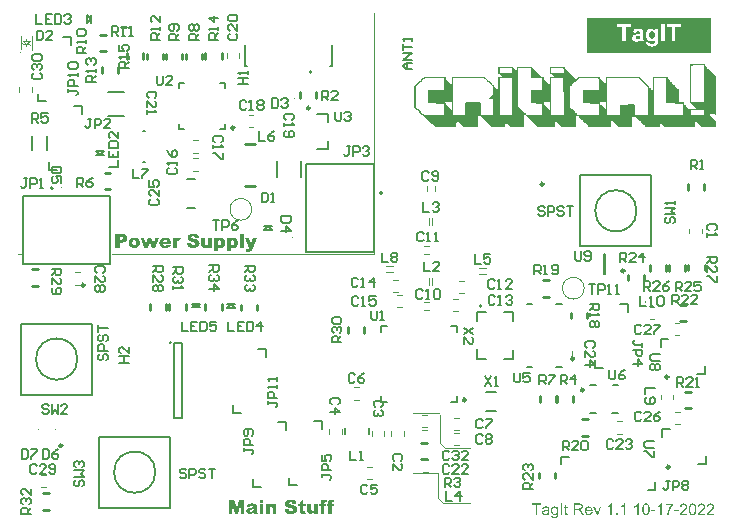
<source format=gto>
G04*
G04 #@! TF.GenerationSoftware,Altium Limited,Altium Designer,22.9.1 (49)*
G04*
G04 Layer_Color=65535*
%FSLAX44Y44*%
%MOMM*%
G71*
G04*
G04 #@! TF.SameCoordinates,777D21A2-CDB7-466F-AFFE-F37339BB67B1*
G04*
G04*
G04 #@! TF.FilePolarity,Positive*
G04*
G01*
G75*
%ADD10C,0.1000*%
%ADD11C,0.1524*%
%ADD12C,0.2000*%
%ADD13C,0.2500*%
%ADD14C,0.1270*%
%ADD15C,0.0254*%
%ADD16C,0.1999*%
%ADD17C,0.2540*%
G36*
X573337Y387040D02*
X584425Y387092D01*
X584735Y386886D01*
X584786Y385699D01*
X584993Y385596D01*
X585251Y385338D01*
X585354Y385132D01*
X585715Y384874D01*
X585921Y384565D01*
X586127Y384462D01*
X586334Y384152D01*
X586540Y384049D01*
X586695Y383894D01*
X586798Y383688D01*
X587210Y383379D01*
X587313Y383172D01*
X587726Y382863D01*
X587829Y382657D01*
X588242Y382347D01*
X588345Y382141D01*
X588654Y381935D01*
X588758Y381728D01*
X589119Y381470D01*
X589325Y381161D01*
X589531Y381058D01*
X589686Y380903D01*
X589789Y380697D01*
X590150Y380439D01*
X590356Y380130D01*
X590563Y380026D01*
X590717Y379872D01*
X590821Y379665D01*
X591130Y379459D01*
X591233Y379253D01*
X591594Y378995D01*
X591800Y378685D01*
X592007Y378582D01*
X592161Y378428D01*
X592265Y378221D01*
X592626Y377963D01*
X592832Y377654D01*
X593038Y377551D01*
X593193Y377396D01*
X593296Y377190D01*
X593605Y376983D01*
X593709Y376777D01*
X594121Y376468D01*
X594018Y344595D01*
X593863Y344441D01*
X592522Y344544D01*
X589376Y344492D01*
X588809Y344544D01*
X588654Y344389D01*
X588706Y344028D01*
X588912Y343925D01*
X589325Y343512D01*
X589531Y343409D01*
X589789Y343048D01*
X589944Y342893D01*
X590098Y342842D01*
X590202Y342636D01*
X590356Y342481D01*
X590563Y342378D01*
X590821Y342017D01*
X591027Y341914D01*
X591130Y341707D01*
X591388Y341450D01*
X591543Y341398D01*
X591646Y341192D01*
X591903Y340934D01*
X592058Y340882D01*
X592161Y340676D01*
X592419Y340418D01*
X592574Y340367D01*
X592677Y340160D01*
X592935Y339902D01*
X593090Y339851D01*
X593193Y339644D01*
X593348Y339490D01*
X593502Y339438D01*
X593605Y339232D01*
X593863Y338974D01*
X594018Y338922D01*
X594121Y338510D01*
X594018Y333662D01*
X582723Y333610D01*
X582156Y334075D01*
X576896Y339335D01*
X576792Y339541D01*
X576638Y339696D01*
X576277Y339644D01*
X576174Y339232D01*
X576225Y338458D01*
X576174Y334384D01*
X576277Y334075D01*
X576174Y333765D01*
X576019Y333610D01*
X550954Y333713D01*
X547189Y337478D01*
X547086Y337685D01*
X546931Y337839D01*
X546622Y337736D01*
X546519Y333817D01*
X546313Y333610D01*
X534863Y333713D01*
X534554Y334126D01*
X534348Y334229D01*
X534038Y334642D01*
X533832Y334745D01*
X533522Y335158D01*
X533316Y335261D01*
X533007Y335673D01*
X532852Y335725D01*
X532749Y335931D01*
X532594Y336086D01*
X532388Y336189D01*
X532130Y336550D01*
X531821Y336756D01*
X531717Y336963D01*
X531563Y337117D01*
X531356Y337220D01*
X531099Y337581D01*
X530789Y337788D01*
X530686Y337994D01*
X530531Y338149D01*
X530377Y338200D01*
X530273Y338407D01*
X530119Y338561D01*
X529912Y338665D01*
X529655Y339025D01*
X529345Y339232D01*
X529242Y339438D01*
X529087Y339593D01*
X528881Y339696D01*
X528623Y340057D01*
X528314Y340263D01*
X528210Y340470D01*
X528056Y340624D01*
X527901Y340676D01*
X527798Y340882D01*
X527643Y341037D01*
X527437Y341140D01*
X527179Y341501D01*
X526870Y341707D01*
X526766Y341914D01*
X526612Y342068D01*
X526405Y342172D01*
X526199Y342481D01*
X525735Y342533D01*
X523259Y342429D01*
X523053Y342223D01*
X523156Y341192D01*
X523053Y333765D01*
X522589Y333610D01*
X511552Y333713D01*
X505363Y339902D01*
X505106Y339851D01*
X505157Y334023D01*
X505054Y333713D01*
X504641Y333610D01*
X487416Y333713D01*
X487003Y334126D01*
X486797Y334229D01*
X485972Y335054D01*
X485766Y335158D01*
X485250Y335673D01*
X485043Y335776D01*
X484631Y336189D01*
X484425Y336292D01*
X484012Y336705D01*
X483857Y336756D01*
X483754Y336963D01*
X483393Y337220D01*
X482568Y338046D01*
X482362Y338149D01*
X482104Y338510D01*
X481794Y338716D01*
X481691Y338922D01*
X481537Y339077D01*
X481330Y339180D01*
X481175Y339335D01*
X481124Y339490D01*
X480918Y339593D01*
X477926Y342584D01*
X477772Y342636D01*
X477668Y342842D01*
X477050Y343255D01*
X476173Y344131D01*
X475967Y344234D01*
X475760Y344441D01*
X475503Y344389D01*
X475399Y344080D01*
X475503Y343770D01*
X475399Y333765D01*
X475245Y333610D01*
X464002Y333713D01*
X457813Y339902D01*
X457607Y339799D01*
X457503Y333713D01*
X457194Y333610D01*
X443785Y333713D01*
X443372Y334126D01*
X443166Y334229D01*
X442856Y334539D01*
X442650Y334642D01*
X442238Y335054D01*
X442031Y335158D01*
X441619Y335570D01*
X441413Y335673D01*
X441000Y336086D01*
X440794Y336189D01*
X440536Y336550D01*
X440175Y336808D01*
X440072Y337014D01*
X439865Y337117D01*
X438318Y338665D01*
X438163Y338716D01*
X438060Y338922D01*
X437699Y339180D01*
X437287Y339593D01*
X437080Y339696D01*
X436668Y340109D01*
X436461Y340212D01*
X433780Y342893D01*
X433573Y342997D01*
X432954Y343616D01*
X432800Y343667D01*
X432697Y343873D01*
X432542Y344028D01*
X432336Y344131D01*
X432129Y344441D01*
X431820Y344338D01*
X431768Y343770D01*
X431871Y343564D01*
X431768Y343255D01*
X431820Y333920D01*
X431614Y333610D01*
X420267Y333713D01*
X416502Y337478D01*
X416399Y337685D01*
X416142Y337839D01*
X415884Y337685D01*
X415780Y333765D01*
X415626Y333610D01*
X404176Y333713D01*
X403919Y334075D01*
X403609Y334281D01*
X403506Y334487D01*
X403351Y334642D01*
X403145Y334745D01*
X402887Y335106D01*
X402578Y335312D01*
X402475Y335519D01*
X402114Y335776D01*
X401907Y336086D01*
X401701Y336189D01*
X401443Y336550D01*
X401134Y336756D01*
X401031Y336963D01*
X400876Y337117D01*
X400670Y337220D01*
X400412Y337581D01*
X400102Y337788D01*
X399999Y337994D01*
X399638Y338252D01*
X399432Y338561D01*
X399226Y338665D01*
X398968Y339025D01*
X398658Y339232D01*
X398555Y339438D01*
X398400Y339593D01*
X398194Y339696D01*
X397936Y340057D01*
X397627Y340263D01*
X397524Y340470D01*
X397163Y340728D01*
X396956Y341037D01*
X396750Y341140D01*
X396492Y341501D01*
X396183Y341707D01*
X396079Y341914D01*
X395925Y342068D01*
X395718Y342172D01*
X395512Y342481D01*
X395306Y342584D01*
X394893Y342997D01*
X393759Y343100D01*
X393604Y343255D01*
X393501Y344183D01*
X393346Y344338D01*
X392727Y344234D01*
X392469Y343977D01*
X392366Y343564D01*
X392418Y333920D01*
X392315Y333713D01*
X391902Y333610D01*
X380865Y333713D01*
X374677Y339902D01*
X374419Y339851D01*
X374316Y333662D01*
X356935Y333610D01*
X356368Y334075D01*
X356007Y334332D01*
X355285Y335054D01*
X355079Y335158D01*
X354666Y335570D01*
X354460Y335673D01*
X354047Y336086D01*
X353841Y336189D01*
X353428Y336602D01*
X353222Y336705D01*
X353067Y336859D01*
X353016Y337014D01*
X352809Y337117D01*
X352655Y337272D01*
X352603Y337324D01*
X351778Y338149D01*
X351623Y338200D01*
X351520Y338407D01*
X351365Y338561D01*
X351159Y338665D01*
X350901Y339025D01*
X350540Y339283D01*
X350437Y339490D01*
X350231Y339593D01*
X349302Y340521D01*
X349096Y340624D01*
X348838Y340985D01*
X348632Y341088D01*
X348529Y341295D01*
X348374Y341450D01*
X348168Y341553D01*
X347910Y341914D01*
X347601Y342120D01*
X347497Y342326D01*
X347343Y342481D01*
X347136Y342584D01*
X346724Y342997D01*
X346517Y343100D01*
X346002Y343616D01*
X345796Y343719D01*
X345692Y343925D01*
X345486Y344028D01*
X344455Y345060D01*
X344248Y345163D01*
X343423Y345988D01*
X343217Y346091D01*
X342959Y346452D01*
X342649Y346658D01*
X342546Y346865D01*
X342185Y347122D01*
X340948Y348360D01*
X340741Y348464D01*
X339813Y349392D01*
X339607Y349495D01*
X339091Y350011D01*
X338885Y350114D01*
X338730Y350578D01*
X338627Y350991D01*
X338730Y351300D01*
X338678Y368474D01*
X338782Y368886D01*
X339607Y369712D01*
X339813Y369815D01*
X340329Y370331D01*
X340535Y370434D01*
X340741Y370743D01*
X340948Y370846D01*
X341876Y371775D01*
X342082Y371878D01*
X342289Y372187D01*
X342495Y372290D01*
X342649Y372445D01*
X342753Y372651D01*
X343114Y372909D01*
X343939Y373734D01*
X344145Y373838D01*
X344558Y374250D01*
X344712Y374302D01*
X344816Y374508D01*
X345434Y375024D01*
X345589Y375178D01*
X345796Y375282D01*
X346621Y376107D01*
X347033Y376210D01*
X364878Y376107D01*
X365032Y375952D01*
X365135Y375024D01*
X365858Y374095D01*
X370035Y369918D01*
X370293Y369969D01*
X370344Y370227D01*
X370293Y375849D01*
X370551Y376210D01*
X398503Y376107D01*
X399432Y375178D01*
X399638Y375075D01*
X400566Y374147D01*
X400773Y374044D01*
X401598Y373219D01*
X401804Y373116D01*
X402320Y372600D01*
X402475Y372548D01*
X402578Y372342D01*
X403197Y371826D01*
X403351Y371671D01*
X403506Y371620D01*
X403609Y371414D01*
X403764Y371259D01*
X403970Y371156D01*
X404125Y371001D01*
X404228Y370795D01*
X404589Y370537D01*
X405414Y369712D01*
X405569Y369660D01*
X405672Y369454D01*
X405827Y369299D01*
X406033Y369196D01*
X406497Y368732D01*
X406600Y367907D01*
X406755Y367752D01*
X406962Y367649D01*
X407219Y367288D01*
X407529Y367081D01*
X407632Y366875D01*
X407787Y366720D01*
X407993Y366617D01*
X408199Y366308D01*
X408405Y366205D01*
X408560Y366050D01*
X408663Y365844D01*
X409231Y365276D01*
X409540Y365379D01*
X409643Y375797D01*
X409850Y376107D01*
X410262Y376210D01*
X413150Y376313D01*
X413202Y376468D01*
X413047Y376726D01*
X412841Y376829D01*
X411087Y378582D01*
X410365Y378685D01*
X409850Y378789D01*
X409592Y379253D01*
X409695Y384823D01*
X409953Y385080D01*
X422330Y384977D01*
X422485Y384410D01*
X422382Y384101D01*
X422691Y383585D01*
X422898Y383379D01*
X423001Y383172D01*
X423362Y382914D01*
X423465Y382708D01*
X423671Y382605D01*
X423929Y382347D01*
X423981Y382192D01*
X424187Y382089D01*
X424445Y381831D01*
X424496Y381677D01*
X424703Y381574D01*
X424857Y381419D01*
X424961Y381213D01*
X425322Y380955D01*
X425528Y380748D01*
X425734Y380852D01*
X425786Y381213D01*
X425683Y381522D01*
X425786Y384926D01*
X425941Y385080D01*
X438318Y384977D01*
X438473Y384513D01*
X438679Y383585D01*
X445951Y376313D01*
X446363Y376210D01*
X448014Y376107D01*
X448169Y375952D01*
X448272Y374921D01*
X448581Y374611D01*
X448684Y374405D01*
X452862Y370227D01*
X453068Y370124D01*
X453274Y369918D01*
X453429Y369969D01*
X453532Y376055D01*
X453687Y376210D01*
X456884Y376313D01*
X456936Y376468D01*
X454822Y378582D01*
X454203Y378685D01*
X453893Y378582D01*
X453429Y378943D01*
X453532Y384926D01*
X453687Y385080D01*
X465961Y384977D01*
X466116Y384823D01*
X466219Y383997D01*
X466632Y383275D01*
X475348Y374560D01*
X475863Y374663D01*
X476018Y374817D01*
X476121Y375024D01*
X476276Y375178D01*
X476482Y375282D01*
X477308Y376107D01*
X477720Y376210D01*
X495564Y376107D01*
X495719Y375952D01*
X495874Y374972D01*
X496029Y374817D01*
X496338Y374302D01*
X500722Y369918D01*
X500980Y369969D01*
X501083Y376055D01*
X501238Y376210D01*
X529190Y376107D01*
X530119Y375178D01*
X530325Y375075D01*
X531253Y374147D01*
X531460Y374044D01*
X531975Y373528D01*
X532130Y373476D01*
X532182Y373322D01*
X532388Y373219D01*
X532904Y372703D01*
X533110Y372600D01*
X534038Y371671D01*
X534193Y371620D01*
X534296Y371414D01*
X534451Y371259D01*
X534657Y371156D01*
X534812Y371001D01*
X534863Y370846D01*
X535070Y370743D01*
X536101Y369712D01*
X536307Y369608D01*
X537184Y368732D01*
X537287Y367907D01*
X537442Y367752D01*
X537648Y367649D01*
X537958Y367236D01*
X538164Y367133D01*
X538474Y366720D01*
X538680Y366617D01*
X538886Y366308D01*
X539092Y366205D01*
X539247Y366050D01*
X539350Y365844D01*
X539918Y365276D01*
X540279Y365328D01*
X540382Y375849D01*
X540743Y376210D01*
X553017Y376107D01*
X553172Y375540D01*
X553069Y375127D01*
X553533Y374560D01*
X553791Y374199D01*
X553997Y374095D01*
X554100Y373889D01*
X554255Y373734D01*
X554461Y373631D01*
X554719Y373270D01*
X555029Y373064D01*
X555132Y372858D01*
X555286Y372703D01*
X555493Y372600D01*
X555751Y372239D01*
X556060Y372033D01*
X556163Y371826D01*
X556318Y371671D01*
X556473Y371620D01*
X556576Y371414D01*
X556730Y371259D01*
X556937Y371156D01*
X557195Y370795D01*
X557504Y370588D01*
X557607Y370382D01*
X557762Y370227D01*
X557968Y370124D01*
X558226Y369763D01*
X558432Y369660D01*
X558536Y369454D01*
X558793Y369196D01*
X558948Y369144D01*
X559051Y368938D01*
X559206Y368783D01*
X559412Y368680D01*
X559670Y368319D01*
X559980Y368113D01*
X560083Y367907D01*
X560238Y367752D01*
X560444Y367649D01*
X560702Y367288D01*
X561011Y367081D01*
X561114Y366875D01*
X561269Y366720D01*
X561424Y366669D01*
X561527Y366463D01*
X561682Y366308D01*
X561888Y366205D01*
X562146Y365844D01*
X562455Y365637D01*
X562558Y365225D01*
X562455Y364915D01*
X562558Y355013D01*
X563022Y354859D01*
X566529Y354755D01*
X566787Y354497D01*
X566890Y354085D01*
X566994Y353363D01*
X567200Y353157D01*
X567303Y352950D01*
X567458Y352796D01*
X567664Y352692D01*
X567922Y352332D01*
X568231Y352125D01*
X568335Y351919D01*
X568489Y351764D01*
X568695Y351661D01*
X568953Y351300D01*
X569263Y351094D01*
X569366Y350887D01*
X569727Y350630D01*
X569933Y350320D01*
X570140Y350217D01*
X570397Y349856D01*
X570707Y349650D01*
X570810Y349443D01*
X571119Y349237D01*
X571223Y349031D01*
X571584Y348670D01*
X571842Y348825D01*
X571945Y349031D01*
X572099Y349289D01*
X572821Y349495D01*
X573543Y349392D01*
X576586Y349443D01*
X577154Y349392D01*
X577411Y349547D01*
X577308Y349959D01*
X576947Y350217D01*
X573647Y353518D01*
X573440Y353621D01*
X573234Y353827D01*
X572821Y353930D01*
X572512Y353827D01*
X571996Y354137D01*
X571842Y354601D01*
X571945Y386782D01*
X572202Y387040D01*
X573028Y387144D01*
X573337Y387040D01*
D02*
G37*
G36*
X534130Y185867D02*
X534067Y186119D01*
X534099Y186529D01*
X534256Y186560D01*
X534382Y186434D01*
X534445Y186182D01*
X534571Y185363D01*
X534634Y185174D01*
X534540Y185079D01*
X534351Y185142D01*
X534256Y185489D01*
X534130Y185804D01*
Y185867D01*
D02*
G37*
G36*
X589407Y396621D02*
X485013D01*
Y426339D01*
X589407D01*
Y396621D01*
D02*
G37*
G36*
X269138Y18322D02*
X269487Y18300D01*
X269922Y18257D01*
X270423Y18192D01*
X270989Y18126D01*
X270618Y16189D01*
X270597D01*
X270532Y16211D01*
X270423Y16233D01*
X270292Y16254D01*
X269987Y16276D01*
X269683Y16298D01*
X269530D01*
X269443Y16276D01*
X269225Y16233D01*
X269138Y16189D01*
X269051Y16145D01*
X269030Y16124D01*
X268964Y16037D01*
X268877Y15884D01*
X268790Y15667D01*
Y15623D01*
Y15580D01*
Y15514D01*
X268768Y15405D01*
Y15297D01*
Y15144D01*
Y14948D01*
X270314D01*
Y12597D01*
X268768D01*
Y6546D01*
X265547D01*
Y12597D01*
X264349D01*
Y14948D01*
X265547D01*
Y15318D01*
Y15340D01*
Y15405D01*
Y15514D01*
X265568Y15667D01*
Y15819D01*
X265590Y16015D01*
X265655Y16450D01*
Y16472D01*
X265677Y16559D01*
X265699Y16668D01*
X265742Y16798D01*
X265873Y17125D01*
X266069Y17452D01*
X266091Y17473D01*
X266134Y17517D01*
X266200Y17582D01*
X266287Y17669D01*
X266417Y17778D01*
X266548Y17887D01*
X266722Y17996D01*
X266918Y18083D01*
X266940Y18105D01*
X267027Y18126D01*
X267157Y18170D01*
X267332Y18213D01*
X267549Y18257D01*
X267832Y18300D01*
X268159Y18344D01*
X268877D01*
X269138Y18322D01*
D02*
G37*
G36*
X262826D02*
X263174Y18300D01*
X263609Y18257D01*
X264110Y18192D01*
X264676Y18126D01*
X264306Y16189D01*
X264284D01*
X264219Y16211D01*
X264110Y16233D01*
X263979Y16254D01*
X263675Y16276D01*
X263370Y16298D01*
X263218D01*
X263130Y16276D01*
X262913Y16233D01*
X262826Y16189D01*
X262739Y16145D01*
X262717Y16124D01*
X262652Y16037D01*
X262564Y15884D01*
X262477Y15667D01*
Y15623D01*
Y15580D01*
Y15514D01*
X262456Y15405D01*
Y15297D01*
Y15144D01*
Y14948D01*
X264001D01*
Y12597D01*
X262456D01*
Y6546D01*
X259234D01*
Y12597D01*
X258037D01*
Y14948D01*
X259234D01*
Y15318D01*
Y15340D01*
Y15405D01*
Y15514D01*
X259256Y15667D01*
Y15819D01*
X259277Y16015D01*
X259343Y16450D01*
Y16472D01*
X259365Y16559D01*
X259386Y16668D01*
X259430Y16798D01*
X259561Y17125D01*
X259756Y17452D01*
X259778Y17473D01*
X259822Y17517D01*
X259887Y17582D01*
X259974Y17669D01*
X260105Y17778D01*
X260235Y17887D01*
X260409Y17996D01*
X260605Y18083D01*
X260627Y18105D01*
X260714Y18126D01*
X260845Y18170D01*
X261019Y18213D01*
X261237Y18257D01*
X261520Y18300D01*
X261846Y18344D01*
X262564D01*
X262826Y18322D01*
D02*
G37*
G36*
X210888Y15950D02*
X207666D01*
Y18148D01*
X210888D01*
Y15950D01*
D02*
G37*
G36*
X234484Y18322D02*
X234680D01*
X234876Y18300D01*
X235115Y18279D01*
X235376Y18235D01*
X235921Y18148D01*
X236487Y17996D01*
X237031Y17800D01*
X237292Y17669D01*
X237510Y17517D01*
X237532D01*
X237553Y17473D01*
X237706Y17364D01*
X237901Y17169D01*
X238119Y16886D01*
X238380Y16516D01*
X238489Y16298D01*
X238598Y16058D01*
X238707Y15797D01*
X238794Y15514D01*
X238859Y15209D01*
X238925Y14883D01*
X235551Y14687D01*
Y14731D01*
X235529Y14818D01*
X235485Y14948D01*
X235420Y15122D01*
X235333Y15318D01*
X235246Y15493D01*
X235115Y15667D01*
X234963Y15819D01*
X234941Y15841D01*
X234876Y15884D01*
X234789Y15928D01*
X234658Y16015D01*
X234484Y16080D01*
X234266Y16124D01*
X234027Y16167D01*
X233766Y16189D01*
X233657D01*
X233548Y16167D01*
X233417Y16145D01*
X233091Y16080D01*
X232938Y15993D01*
X232808Y15906D01*
X232786Y15884D01*
X232764Y15862D01*
X232656Y15732D01*
X232547Y15536D01*
X232525Y15405D01*
X232503Y15275D01*
Y15253D01*
Y15231D01*
X232547Y15101D01*
X232612Y14948D01*
X232677Y14861D01*
X232764Y14774D01*
X232786D01*
X232830Y14731D01*
X232895Y14687D01*
X233004Y14622D01*
X233178Y14556D01*
X233374Y14491D01*
X233635Y14404D01*
X233962Y14339D01*
X233983D01*
X234070Y14317D01*
X234179Y14295D01*
X234353Y14252D01*
X234549Y14208D01*
X234767Y14143D01*
X235006Y14099D01*
X235268Y14034D01*
X235812Y13860D01*
X236378Y13707D01*
X236900Y13512D01*
X237140Y13425D01*
X237336Y13316D01*
X237357D01*
X237379Y13294D01*
X237510Y13229D01*
X237684Y13120D01*
X237901Y12967D01*
X238141Y12772D01*
X238402Y12554D01*
X238620Y12314D01*
X238816Y12031D01*
X238838Y11988D01*
X238881Y11901D01*
X238968Y11748D01*
X239055Y11531D01*
X239142Y11270D01*
X239229Y10986D01*
X239273Y10660D01*
X239295Y10312D01*
Y10290D01*
Y10268D01*
Y10203D01*
Y10116D01*
X239273Y9920D01*
X239208Y9637D01*
X239142Y9310D01*
X239034Y8962D01*
X238881Y8614D01*
X238663Y8244D01*
X238642Y8200D01*
X238555Y8091D01*
X238402Y7917D01*
X238228Y7721D01*
X237967Y7482D01*
X237684Y7243D01*
X237336Y7025D01*
X236944Y6829D01*
X236922D01*
X236900Y6807D01*
X236835Y6785D01*
X236748Y6764D01*
X236639Y6720D01*
X236508Y6676D01*
X236182Y6589D01*
X235768Y6502D01*
X235289Y6415D01*
X234745Y6372D01*
X234136Y6350D01*
X233853D01*
X233657Y6372D01*
X233417Y6393D01*
X233134Y6415D01*
X232830Y6437D01*
X232503Y6502D01*
X231828Y6633D01*
X231154Y6829D01*
X230827Y6959D01*
X230522Y7112D01*
X230261Y7286D01*
X230022Y7482D01*
X230000Y7504D01*
X229978Y7526D01*
X229913Y7591D01*
X229847Y7678D01*
X229760Y7808D01*
X229652Y7939D01*
X229543Y8091D01*
X229434Y8266D01*
X229216Y8679D01*
X229020Y9180D01*
X228846Y9746D01*
X228803Y10050D01*
X228759Y10377D01*
X232177Y10595D01*
Y10551D01*
X232198Y10464D01*
X232220Y10312D01*
X232264Y10138D01*
X232416Y9724D01*
X232503Y9506D01*
X232612Y9332D01*
X232634Y9310D01*
X232721Y9223D01*
X232851Y9115D01*
X233025Y8984D01*
X233243Y8853D01*
X233526Y8745D01*
X233831Y8657D01*
X234201Y8636D01*
X234332D01*
X234462Y8657D01*
X234636Y8679D01*
X234832Y8723D01*
X235028Y8788D01*
X235202Y8875D01*
X235376Y8984D01*
X235398Y9006D01*
X235442Y9049D01*
X235507Y9136D01*
X235594Y9223D01*
X235746Y9485D01*
X235790Y9637D01*
X235812Y9811D01*
Y9833D01*
Y9898D01*
X235790Y9985D01*
X235768Y10094D01*
X235703Y10203D01*
X235638Y10355D01*
X235529Y10486D01*
X235398Y10617D01*
X235376Y10638D01*
X235311Y10682D01*
X235202Y10747D01*
X235028Y10834D01*
X234789Y10943D01*
X234462Y11052D01*
X234266Y11117D01*
X234070Y11183D01*
X233831Y11226D01*
X233570Y11291D01*
X233548D01*
X233461Y11313D01*
X233352Y11357D01*
X233178Y11400D01*
X232982Y11444D01*
X232764Y11509D01*
X232525Y11596D01*
X232264Y11683D01*
X231698Y11879D01*
X231154Y12119D01*
X230631Y12401D01*
X230392Y12554D01*
X230196Y12706D01*
X230152Y12750D01*
X230043Y12859D01*
X229869Y13054D01*
X229695Y13316D01*
X229521Y13642D01*
X229347Y14012D01*
X229238Y14469D01*
X229216Y14687D01*
X229194Y14948D01*
Y14992D01*
Y15101D01*
X229216Y15275D01*
X229260Y15493D01*
X229325Y15754D01*
X229412Y16037D01*
X229521Y16320D01*
X229695Y16624D01*
X229717Y16668D01*
X229804Y16755D01*
X229913Y16907D01*
X230087Y17082D01*
X230305Y17277D01*
X230588Y17495D01*
X230892Y17713D01*
X231262Y17887D01*
X231284D01*
X231306Y17909D01*
X231371Y17931D01*
X231458Y17952D01*
X231567Y17996D01*
X231698Y18039D01*
X231850Y18083D01*
X232003Y18126D01*
X232416Y18192D01*
X232917Y18279D01*
X233483Y18322D01*
X234114Y18344D01*
X234332D01*
X234484Y18322D01*
D02*
G37*
G36*
X219203Y15122D02*
X219442Y15101D01*
X219747Y15035D01*
X220074Y14948D01*
X220422Y14796D01*
X220770Y14600D01*
X221075Y14339D01*
X221119Y14295D01*
X221206Y14186D01*
X221315Y13990D01*
X221467Y13729D01*
X221597Y13381D01*
X221728Y12967D01*
X221815Y12467D01*
X221837Y11879D01*
Y6546D01*
X218594D01*
Y11161D01*
Y11204D01*
Y11291D01*
X218572Y11422D01*
X218550Y11596D01*
X218463Y11966D01*
X218398Y12140D01*
X218289Y12271D01*
X218267Y12293D01*
X218245Y12336D01*
X218180Y12380D01*
X218093Y12445D01*
X217962Y12510D01*
X217832Y12576D01*
X217679Y12597D01*
X217483Y12619D01*
X217396D01*
X217287Y12597D01*
X217135Y12554D01*
X216983Y12510D01*
X216830Y12423D01*
X216678Y12314D01*
X216526Y12162D01*
X216504Y12140D01*
X216482Y12075D01*
X216417Y11966D01*
X216351Y11792D01*
X216286Y11574D01*
X216243Y11313D01*
X216199Y10965D01*
X216177Y10573D01*
Y6546D01*
X212956D01*
Y14948D01*
X215938D01*
Y13577D01*
X215960Y13620D01*
X216047Y13707D01*
X216177Y13860D01*
X216351Y14034D01*
X216569Y14230D01*
X216787Y14426D01*
X217026Y14622D01*
X217287Y14774D01*
X217309Y14796D01*
X217418Y14839D01*
X217570Y14883D01*
X217766Y14970D01*
X218006Y15035D01*
X218289Y15079D01*
X218615Y15122D01*
X218985Y15144D01*
X219116D01*
X219203Y15122D01*
D02*
G37*
G36*
X194649Y6546D02*
X191710D01*
Y15384D01*
X189446Y6546D01*
X186791D01*
X184549Y15384D01*
Y6546D01*
X181610D01*
Y18148D01*
X186334D01*
X188119Y11074D01*
X189925Y18148D01*
X194649D01*
Y6546D01*
D02*
G37*
G36*
X256927D02*
X253901D01*
Y7896D01*
X253879Y7852D01*
X253792Y7765D01*
X253661Y7613D01*
X253487Y7438D01*
X253270Y7221D01*
X253030Y7025D01*
X252791Y6851D01*
X252530Y6698D01*
X252508Y6676D01*
X252399Y6655D01*
X252268Y6589D01*
X252072Y6524D01*
X251833Y6459D01*
X251528Y6415D01*
X251223Y6372D01*
X250853Y6350D01*
X250723D01*
X250636Y6372D01*
X250396Y6393D01*
X250091Y6459D01*
X249765Y6546D01*
X249417Y6676D01*
X249068Y6872D01*
X248764Y7134D01*
X248742Y7177D01*
X248655Y7286D01*
X248524Y7482D01*
X248394Y7743D01*
X248263Y8091D01*
X248132Y8505D01*
X248045Y9006D01*
X248024Y9593D01*
Y14948D01*
X251267D01*
Y10312D01*
Y10268D01*
Y10181D01*
X251289Y10050D01*
X251311Y9876D01*
X251398Y9506D01*
X251463Y9354D01*
X251550Y9202D01*
X251572Y9180D01*
X251615Y9158D01*
X251681Y9093D01*
X251768Y9049D01*
X251877Y8984D01*
X252029Y8919D01*
X252203Y8897D01*
X252377Y8875D01*
X252486D01*
X252573Y8897D01*
X252725Y8940D01*
X252878Y8984D01*
X253030Y9049D01*
X253183Y9158D01*
X253335Y9310D01*
X253357Y9332D01*
X253400Y9398D01*
X253444Y9506D01*
X253531Y9681D01*
X253596Y9898D01*
X253640Y10159D01*
X253683Y10508D01*
X253705Y10899D01*
Y14948D01*
X256927D01*
Y6546D01*
D02*
G37*
G36*
X210888D02*
X207666D01*
Y14948D01*
X210888D01*
Y6546D01*
D02*
G37*
G36*
X201767Y15122D02*
X202137Y15101D01*
X202529Y15079D01*
X202899Y15035D01*
X203247Y14970D01*
X203291D01*
X203400Y14948D01*
X203552Y14905D01*
X203770Y14839D01*
X204009Y14731D01*
X204249Y14622D01*
X204488Y14469D01*
X204727Y14295D01*
X204749Y14274D01*
X204793Y14230D01*
X204880Y14143D01*
X204967Y14034D01*
X205076Y13903D01*
X205184Y13729D01*
X205293Y13533D01*
X205380Y13294D01*
X205402Y13272D01*
X205424Y13185D01*
X205467Y13054D01*
X205511Y12902D01*
X205555Y12706D01*
X205576Y12488D01*
X205620Y12271D01*
Y12031D01*
Y8331D01*
Y8309D01*
Y8222D01*
Y8113D01*
Y7983D01*
X205642Y7678D01*
X205663Y7526D01*
X205685Y7395D01*
Y7373D01*
X205707Y7330D01*
X205729Y7264D01*
X205751Y7177D01*
X205794Y7047D01*
X205859Y6894D01*
X206012Y6546D01*
X202986D01*
Y6568D01*
X202964Y6589D01*
X202899Y6720D01*
X202812Y6872D01*
X202747Y7025D01*
Y7068D01*
X202703Y7155D01*
X202681Y7330D01*
X202638Y7547D01*
X202616Y7526D01*
X202529Y7460D01*
X202398Y7351D01*
X202246Y7221D01*
X202050Y7090D01*
X201832Y6938D01*
X201615Y6807D01*
X201375Y6698D01*
X201332Y6676D01*
X201223Y6655D01*
X201049Y6589D01*
X200809Y6524D01*
X200526Y6459D01*
X200178Y6415D01*
X199808Y6372D01*
X199394Y6350D01*
X199242D01*
X199155Y6372D01*
X199024D01*
X198872Y6393D01*
X198545Y6437D01*
X198175Y6524D01*
X197805Y6655D01*
X197435Y6807D01*
X197109Y7047D01*
X197087Y7068D01*
X197000Y7177D01*
X196869Y7330D01*
X196739Y7526D01*
X196586Y7765D01*
X196477Y8070D01*
X196390Y8396D01*
X196347Y8766D01*
Y8788D01*
Y8810D01*
Y8919D01*
X196369Y9093D01*
X196412Y9332D01*
X196477Y9572D01*
X196586Y9833D01*
X196717Y10094D01*
X196891Y10333D01*
X196913Y10355D01*
X197000Y10442D01*
X197152Y10551D01*
X197370Y10682D01*
X197653Y10834D01*
X198001Y10986D01*
X198437Y11117D01*
X198698Y11183D01*
X198959Y11248D01*
X198981D01*
X199046Y11270D01*
X199133Y11291D01*
X199264Y11313D01*
X199394Y11335D01*
X199568Y11378D01*
X199939Y11444D01*
X200330Y11531D01*
X200722Y11618D01*
X201070Y11705D01*
X201201Y11748D01*
X201310Y11770D01*
X201332D01*
X201397Y11792D01*
X201506Y11836D01*
X201658Y11879D01*
X201832Y11944D01*
X202028Y12010D01*
X202464Y12162D01*
Y12184D01*
Y12249D01*
X202442Y12358D01*
Y12488D01*
X202355Y12750D01*
X202289Y12880D01*
X202202Y12989D01*
Y13011D01*
X202159Y13033D01*
X202094Y13076D01*
X202006Y13120D01*
X201898Y13163D01*
X201745Y13185D01*
X201571Y13229D01*
X201223D01*
X201092Y13207D01*
X200918D01*
X200526Y13120D01*
X200352Y13054D01*
X200178Y12967D01*
X200156D01*
X200134Y12924D01*
X200069Y12880D01*
X200004Y12793D01*
X199939Y12706D01*
X199851Y12576D01*
X199764Y12423D01*
X199699Y12227D01*
X196608Y12554D01*
Y12597D01*
X196630Y12684D01*
X196673Y12837D01*
X196717Y13011D01*
X196869Y13425D01*
X196978Y13642D01*
X197087Y13816D01*
X197109Y13838D01*
X197152Y13903D01*
X197239Y13990D01*
X197348Y14099D01*
X197479Y14208D01*
X197631Y14361D01*
X197827Y14491D01*
X198045Y14622D01*
X198067Y14643D01*
X198132Y14665D01*
X198219Y14709D01*
X198349Y14752D01*
X198524Y14818D01*
X198741Y14883D01*
X198981Y14948D01*
X199242Y14992D01*
X199286D01*
X199373Y15014D01*
X199547Y15035D01*
X199743Y15079D01*
X200004Y15101D01*
X200287Y15122D01*
X200613Y15144D01*
X201441D01*
X201767Y15122D01*
D02*
G37*
G36*
X244758Y14948D02*
X246522D01*
Y12597D01*
X244758D01*
Y9615D01*
Y9593D01*
Y9528D01*
Y9441D01*
X244780Y9332D01*
X244802Y9093D01*
X244824Y8984D01*
X244846Y8897D01*
X244889Y8853D01*
X244976Y8766D01*
X245150Y8679D01*
X245281Y8657D01*
X245411Y8636D01*
X245477D01*
X245564Y8657D01*
X245673D01*
X245803Y8679D01*
X245977Y8723D01*
X246173Y8766D01*
X246413Y8831D01*
X246652Y6611D01*
X246609D01*
X246543Y6589D01*
X246456Y6568D01*
X246217Y6524D01*
X245934Y6481D01*
X245586Y6437D01*
X245194Y6393D01*
X244802Y6372D01*
X244410Y6350D01*
X244214D01*
X243997Y6372D01*
X243735Y6393D01*
X243452Y6415D01*
X243169Y6481D01*
X242886Y6546D01*
X242647Y6655D01*
X242625Y6676D01*
X242560Y6720D01*
X242451Y6785D01*
X242320Y6894D01*
X242190Y7025D01*
X242059Y7177D01*
X241907Y7373D01*
X241798Y7591D01*
Y7613D01*
X241754Y7721D01*
X241711Y7874D01*
X241667Y8091D01*
X241624Y8353D01*
X241580Y8723D01*
X241558Y9136D01*
X241537Y9615D01*
Y12597D01*
X240340D01*
Y14948D01*
X241537D01*
Y16472D01*
X244758Y18148D01*
Y14948D01*
D02*
G37*
G36*
X151931Y243466D02*
X152127D01*
X152322Y243445D01*
X152562Y243423D01*
X152823Y243379D01*
X153367Y243292D01*
X153933Y243140D01*
X154477Y242944D01*
X154739Y242813D01*
X154956Y242661D01*
X154978D01*
X155000Y242617D01*
X155152Y242509D01*
X155348Y242313D01*
X155566Y242030D01*
X155827Y241660D01*
X155936Y241442D01*
X156045Y241203D01*
X156154Y240941D01*
X156241Y240658D01*
X156306Y240354D01*
X156371Y240027D01*
X152997Y239831D01*
Y239875D01*
X152976Y239962D01*
X152932Y240092D01*
X152867Y240266D01*
X152780Y240462D01*
X152692Y240637D01*
X152562Y240811D01*
X152409Y240963D01*
X152388Y240985D01*
X152322Y241028D01*
X152235Y241072D01*
X152105Y241159D01*
X151931Y241224D01*
X151713Y241268D01*
X151474Y241311D01*
X151212Y241333D01*
X151103D01*
X150995Y241311D01*
X150864Y241290D01*
X150538Y241224D01*
X150385Y241137D01*
X150254Y241050D01*
X150233Y241028D01*
X150211Y241007D01*
X150102Y240876D01*
X149993Y240680D01*
X149972Y240550D01*
X149950Y240419D01*
Y240397D01*
Y240375D01*
X149993Y240245D01*
X150059Y240092D01*
X150124Y240005D01*
X150211Y239918D01*
X150233D01*
X150276Y239875D01*
X150342Y239831D01*
X150450Y239766D01*
X150625Y239701D01*
X150821Y239635D01*
X151082Y239548D01*
X151408Y239483D01*
X151430D01*
X151517Y239461D01*
X151626Y239439D01*
X151800Y239396D01*
X151996Y239352D01*
X152214Y239287D01*
X152453Y239243D01*
X152714Y239178D01*
X153258Y239004D01*
X153824Y238852D01*
X154347Y238656D01*
X154586Y238569D01*
X154782Y238460D01*
X154804D01*
X154826Y238438D01*
X154956Y238373D01*
X155131Y238264D01*
X155348Y238111D01*
X155588Y237916D01*
X155849Y237698D01*
X156067Y237458D01*
X156262Y237176D01*
X156284Y237132D01*
X156328Y237045D01*
X156415Y236893D01*
X156502Y236675D01*
X156589Y236414D01*
X156676Y236131D01*
X156720Y235804D01*
X156741Y235456D01*
Y235434D01*
Y235412D01*
Y235347D01*
Y235260D01*
X156720Y235064D01*
X156654Y234781D01*
X156589Y234454D01*
X156480Y234106D01*
X156328Y233758D01*
X156110Y233388D01*
X156088Y233344D01*
X156001Y233235D01*
X155849Y233061D01*
X155675Y232865D01*
X155414Y232626D01*
X155131Y232387D01*
X154782Y232169D01*
X154390Y231973D01*
X154369D01*
X154347Y231951D01*
X154282Y231929D01*
X154194Y231908D01*
X154086Y231864D01*
X153955Y231821D01*
X153629Y231733D01*
X153215Y231646D01*
X152736Y231559D01*
X152192Y231516D01*
X151582Y231494D01*
X151299D01*
X151103Y231516D01*
X150864Y231538D01*
X150581Y231559D01*
X150276Y231581D01*
X149950Y231646D01*
X149275Y231777D01*
X148600Y231973D01*
X148274Y232104D01*
X147969Y232256D01*
X147708Y232430D01*
X147468Y232626D01*
X147446Y232648D01*
X147425Y232670D01*
X147359Y232735D01*
X147294Y232822D01*
X147207Y232952D01*
X147098Y233083D01*
X146989Y233235D01*
X146881Y233410D01*
X146663Y233823D01*
X146467Y234324D01*
X146293Y234890D01*
X146249Y235195D01*
X146206Y235521D01*
X149623Y235739D01*
Y235695D01*
X149645Y235608D01*
X149667Y235456D01*
X149710Y235282D01*
X149863Y234868D01*
X149950Y234650D01*
X150059Y234476D01*
X150080Y234454D01*
X150167Y234367D01*
X150298Y234259D01*
X150472Y234128D01*
X150690Y233997D01*
X150973Y233888D01*
X151278Y233801D01*
X151648Y233780D01*
X151778D01*
X151909Y233801D01*
X152083Y233823D01*
X152279Y233867D01*
X152475Y233932D01*
X152649Y234019D01*
X152823Y234128D01*
X152845Y234150D01*
X152888Y234193D01*
X152954Y234280D01*
X153041Y234367D01*
X153193Y234629D01*
X153237Y234781D01*
X153258Y234955D01*
Y234977D01*
Y235042D01*
X153237Y235129D01*
X153215Y235238D01*
X153150Y235347D01*
X153084Y235499D01*
X152976Y235630D01*
X152845Y235761D01*
X152823Y235782D01*
X152758Y235826D01*
X152649Y235891D01*
X152475Y235978D01*
X152235Y236087D01*
X151909Y236196D01*
X151713Y236261D01*
X151517Y236327D01*
X151278Y236370D01*
X151016Y236435D01*
X150995D01*
X150907Y236457D01*
X150799Y236501D01*
X150625Y236544D01*
X150429Y236588D01*
X150211Y236653D01*
X149972Y236740D01*
X149710Y236827D01*
X149144Y237023D01*
X148600Y237262D01*
X148078Y237546D01*
X147838Y237698D01*
X147642Y237850D01*
X147599Y237894D01*
X147490Y238003D01*
X147316Y238199D01*
X147142Y238460D01*
X146967Y238786D01*
X146793Y239156D01*
X146685Y239613D01*
X146663Y239831D01*
X146641Y240092D01*
Y240136D01*
Y240245D01*
X146663Y240419D01*
X146706Y240637D01*
X146772Y240898D01*
X146859Y241181D01*
X146967Y241464D01*
X147142Y241768D01*
X147163Y241812D01*
X147250Y241899D01*
X147359Y242052D01*
X147534Y242226D01*
X147751Y242421D01*
X148034Y242639D01*
X148339Y242857D01*
X148709Y243031D01*
X148731D01*
X148752Y243053D01*
X148818Y243074D01*
X148905Y243096D01*
X149014Y243140D01*
X149144Y243183D01*
X149297Y243227D01*
X149449Y243270D01*
X149863Y243336D01*
X150363Y243423D01*
X150929Y243466D01*
X151561Y243488D01*
X151778D01*
X151931Y243466D01*
D02*
G37*
G36*
X185975Y240266D02*
X186106Y240245D01*
X186280Y240223D01*
X186650Y240136D01*
X187086Y239962D01*
X187303Y239875D01*
X187521Y239744D01*
X187717Y239592D01*
X187934Y239418D01*
X188130Y239222D01*
X188305Y238982D01*
X188326Y238960D01*
X188348Y238917D01*
X188392Y238852D01*
X188457Y238743D01*
X188522Y238634D01*
X188609Y238482D01*
X188696Y238307D01*
X188783Y238111D01*
X188871Y237894D01*
X188936Y237633D01*
X189088Y237110D01*
X189197Y236479D01*
X189241Y236152D01*
Y235804D01*
Y235782D01*
Y235717D01*
Y235608D01*
X189219Y235456D01*
Y235282D01*
X189197Y235086D01*
X189153Y234846D01*
X189110Y234607D01*
X189001Y234084D01*
X188805Y233562D01*
X188566Y233040D01*
X188392Y232800D01*
X188218Y232582D01*
X188196Y232561D01*
X188174Y232539D01*
X188109Y232474D01*
X188043Y232408D01*
X187826Y232234D01*
X187521Y232038D01*
X187151Y231842D01*
X186716Y231668D01*
X186215Y231538D01*
X185954Y231516D01*
X185671Y231494D01*
X185540D01*
X185410Y231516D01*
X185235D01*
X185018Y231559D01*
X184800Y231603D01*
X184561Y231646D01*
X184321Y231733D01*
X184299Y231755D01*
X184212Y231777D01*
X184103Y231842D01*
X183951Y231929D01*
X183799Y232038D01*
X183603Y232169D01*
X183407Y232321D01*
X183233Y232495D01*
Y228490D01*
X179967D01*
Y240092D01*
X182993D01*
Y238830D01*
X183015Y238873D01*
X183102Y238960D01*
X183211Y239091D01*
X183363Y239265D01*
X183538Y239439D01*
X183733Y239613D01*
X183929Y239766D01*
X184125Y239896D01*
X184169Y239918D01*
X184256Y239962D01*
X184408Y240027D01*
X184582Y240092D01*
X184822Y240158D01*
X185083Y240223D01*
X185388Y240266D01*
X185693Y240288D01*
X185867D01*
X185975Y240266D01*
D02*
G37*
G36*
X175157D02*
X175287Y240245D01*
X175462Y240223D01*
X175832Y240136D01*
X176267Y239962D01*
X176485Y239875D01*
X176702Y239744D01*
X176898Y239592D01*
X177116Y239418D01*
X177312Y239222D01*
X177486Y238982D01*
X177508Y238960D01*
X177530Y238917D01*
X177573Y238852D01*
X177638Y238743D01*
X177704Y238634D01*
X177791Y238482D01*
X177878Y238307D01*
X177965Y238111D01*
X178052Y237894D01*
X178117Y237633D01*
X178270Y237110D01*
X178379Y236479D01*
X178422Y236152D01*
Y235804D01*
Y235782D01*
Y235717D01*
Y235608D01*
X178400Y235456D01*
Y235282D01*
X178379Y235086D01*
X178335Y234846D01*
X178291Y234607D01*
X178183Y234084D01*
X177987Y233562D01*
X177747Y233040D01*
X177573Y232800D01*
X177399Y232582D01*
X177377Y232561D01*
X177355Y232539D01*
X177290Y232474D01*
X177225Y232408D01*
X177007Y232234D01*
X176702Y232038D01*
X176332Y231842D01*
X175897Y231668D01*
X175396Y231538D01*
X175135Y231516D01*
X174852Y231494D01*
X174722D01*
X174591Y231516D01*
X174417D01*
X174199Y231559D01*
X173981Y231603D01*
X173742Y231646D01*
X173503Y231733D01*
X173481Y231755D01*
X173394Y231777D01*
X173285Y231842D01*
X173132Y231929D01*
X172980Y232038D01*
X172784Y232169D01*
X172588Y232321D01*
X172414Y232495D01*
Y228490D01*
X169149D01*
Y240092D01*
X172175D01*
Y238830D01*
X172196Y238873D01*
X172283Y238960D01*
X172392Y239091D01*
X172545Y239265D01*
X172719Y239439D01*
X172915Y239613D01*
X173111Y239766D01*
X173307Y239896D01*
X173350Y239918D01*
X173437Y239962D01*
X173590Y240027D01*
X173764Y240092D01*
X174003Y240158D01*
X174264Y240223D01*
X174569Y240266D01*
X174874Y240288D01*
X175048D01*
X175157Y240266D01*
D02*
G37*
G36*
X139392D02*
X139566Y240223D01*
X139806Y240179D01*
X140067Y240092D01*
X140372Y239984D01*
X140677Y239831D01*
X139675Y237546D01*
X139654Y237567D01*
X139588Y237589D01*
X139479Y237633D01*
X139349Y237676D01*
X139044Y237741D01*
X138892Y237785D01*
X138652D01*
X138543Y237763D01*
X138413Y237720D01*
X138239Y237654D01*
X138086Y237567D01*
X137934Y237437D01*
X137781Y237262D01*
X137760Y237219D01*
X137716Y237110D01*
X137673Y237023D01*
X137629Y236914D01*
X137586Y236784D01*
X137542Y236631D01*
X137499Y236457D01*
X137455Y236261D01*
X137411Y236043D01*
X137368Y235782D01*
X137346Y235499D01*
X137324Y235195D01*
X137303Y234868D01*
Y234498D01*
Y231690D01*
X134059D01*
Y240092D01*
X137063D01*
Y238699D01*
X137085Y238743D01*
X137128Y238852D01*
X137216Y239004D01*
X137346Y239200D01*
X137629Y239613D01*
X137781Y239788D01*
X137956Y239940D01*
X137977Y239962D01*
X138043Y240005D01*
X138152Y240049D01*
X138282Y240114D01*
X138456Y240179D01*
X138652Y240245D01*
X138870Y240266D01*
X139109Y240288D01*
X139240D01*
X139392Y240266D01*
D02*
G37*
G36*
X119170Y231690D02*
X116297D01*
X114599Y236740D01*
X112944Y231690D01*
X110071D01*
X106958Y240092D01*
X110071D01*
X111421Y234803D01*
X113140Y240092D01*
X116035D01*
X117799Y234803D01*
X119170Y240092D01*
X122283D01*
X119170Y231690D01*
D02*
G37*
G36*
X201822Y231124D02*
Y231102D01*
X201801Y231059D01*
X201757Y230972D01*
X201714Y230885D01*
X201605Y230602D01*
X201452Y230275D01*
X201278Y229927D01*
X201082Y229600D01*
X200865Y229274D01*
X200756Y229143D01*
X200647Y229034D01*
X200603Y229013D01*
X200495Y228925D01*
X200299Y228795D01*
X200016Y228664D01*
X199667Y228512D01*
X199232Y228403D01*
X198710Y228316D01*
X198100Y228272D01*
X197969D01*
X197795Y228294D01*
X197578D01*
X197273Y228316D01*
X196903Y228360D01*
X196467Y228403D01*
X195945Y228468D01*
X195706Y230732D01*
X195727D01*
X195814Y230689D01*
X195967Y230667D01*
X196141Y230623D01*
X196381Y230580D01*
X196642Y230536D01*
X196925Y230515D01*
X197229Y230493D01*
X197338D01*
X197425Y230515D01*
X197578Y230536D01*
X197882Y230623D01*
X198035Y230689D01*
X198165Y230776D01*
X198187Y230798D01*
X198231Y230819D01*
X198296Y230885D01*
X198361Y230993D01*
X198470Y231124D01*
X198557Y231276D01*
X198666Y231472D01*
X198753Y231690D01*
X195227Y240092D01*
X198622D01*
X200364Y234498D01*
X201975Y240092D01*
X205153D01*
X201822Y231124D01*
D02*
G37*
G36*
X167190Y231690D02*
X164164D01*
Y233040D01*
X164142Y232996D01*
X164055Y232909D01*
X163925Y232757D01*
X163750Y232582D01*
X163533Y232365D01*
X163293Y232169D01*
X163054Y231995D01*
X162793Y231842D01*
X162771Y231821D01*
X162662Y231799D01*
X162532Y231733D01*
X162336Y231668D01*
X162096Y231603D01*
X161791Y231559D01*
X161487Y231516D01*
X161117Y231494D01*
X160986D01*
X160899Y231516D01*
X160660Y231538D01*
X160355Y231603D01*
X160028Y231690D01*
X159680Y231821D01*
X159332Y232017D01*
X159027Y232278D01*
X159005Y232321D01*
X158918Y232430D01*
X158787Y232626D01*
X158657Y232887D01*
X158526Y233235D01*
X158396Y233649D01*
X158309Y234150D01*
X158287Y234737D01*
Y240092D01*
X161530D01*
Y235456D01*
Y235412D01*
Y235325D01*
X161552Y235195D01*
X161574Y235021D01*
X161661Y234650D01*
X161726Y234498D01*
X161813Y234346D01*
X161835Y234324D01*
X161879Y234302D01*
X161944Y234237D01*
X162031Y234193D01*
X162140Y234128D01*
X162292Y234063D01*
X162466Y234041D01*
X162640Y234019D01*
X162749D01*
X162836Y234041D01*
X162989Y234084D01*
X163141Y234128D01*
X163293Y234193D01*
X163446Y234302D01*
X163598Y234454D01*
X163620Y234476D01*
X163664Y234542D01*
X163707Y234650D01*
X163794Y234825D01*
X163859Y235042D01*
X163903Y235303D01*
X163946Y235652D01*
X163968Y236043D01*
Y240092D01*
X167190D01*
Y231690D01*
D02*
G37*
G36*
X194117D02*
X190895D01*
Y243292D01*
X194117D01*
Y231690D01*
D02*
G37*
G36*
X91852Y243270D02*
X92004D01*
X92200Y243249D01*
X92613Y243183D01*
X93092Y243074D01*
X93571Y242900D01*
X94028Y242661D01*
X94246Y242530D01*
X94442Y242356D01*
X94464D01*
X94485Y242313D01*
X94594Y242182D01*
X94747Y241964D01*
X94943Y241681D01*
X95117Y241311D01*
X95269Y240854D01*
X95378Y240332D01*
X95421Y240027D01*
Y239722D01*
Y239701D01*
Y239635D01*
Y239548D01*
X95400Y239439D01*
Y239287D01*
X95356Y239113D01*
X95291Y238721D01*
X95160Y238286D01*
X94964Y237829D01*
X94855Y237589D01*
X94703Y237371D01*
X94551Y237176D01*
X94355Y236980D01*
X94333D01*
X94311Y236936D01*
X94246Y236893D01*
X94159Y236827D01*
X94050Y236762D01*
X93919Y236675D01*
X93745Y236588D01*
X93571Y236501D01*
X93354Y236392D01*
X93114Y236305D01*
X92853Y236218D01*
X92548Y236152D01*
X92243Y236087D01*
X91895Y236043D01*
X91525Y236022D01*
X91133Y236000D01*
X89196D01*
Y231690D01*
X85582D01*
Y243292D01*
X91721D01*
X91852Y243270D01*
D02*
G37*
G36*
X128008Y240266D02*
X128182D01*
X128596Y240223D01*
X129031Y240158D01*
X129510Y240049D01*
X129989Y239918D01*
X130402Y239722D01*
X130424D01*
X130446Y239701D01*
X130576Y239613D01*
X130772Y239505D01*
X130990Y239331D01*
X131251Y239091D01*
X131512Y238830D01*
X131774Y238503D01*
X131991Y238133D01*
Y238111D01*
X132013Y238090D01*
X132035Y238024D01*
X132078Y237937D01*
X132122Y237850D01*
X132165Y237720D01*
X132274Y237415D01*
X132383Y237023D01*
X132470Y236566D01*
X132535Y236022D01*
X132557Y235434D01*
Y235086D01*
X126092D01*
Y235042D01*
X126114Y234955D01*
X126136Y234825D01*
X126179Y234650D01*
X126310Y234259D01*
X126397Y234084D01*
X126506Y233932D01*
X126528Y233910D01*
X126593Y233845D01*
X126702Y233758D01*
X126832Y233671D01*
X127007Y233562D01*
X127224Y233475D01*
X127464Y233410D01*
X127725Y233388D01*
X127812D01*
X127899Y233410D01*
X128030D01*
X128313Y233475D01*
X128639Y233606D01*
X128661D01*
X128683Y233627D01*
X128813Y233736D01*
X128987Y233910D01*
X129096Y234019D01*
X129205Y234150D01*
X132383Y233867D01*
Y233845D01*
X132340Y233801D01*
X132318Y233736D01*
X132253Y233649D01*
X132100Y233431D01*
X131882Y233148D01*
X131621Y232865D01*
X131316Y232561D01*
X130968Y232278D01*
X130598Y232038D01*
X130576D01*
X130555Y232017D01*
X130489Y231995D01*
X130402Y231951D01*
X130293Y231908D01*
X130185Y231864D01*
X130032Y231821D01*
X129858Y231777D01*
X129640Y231712D01*
X129423Y231668D01*
X129183Y231625D01*
X128922Y231581D01*
X128334Y231516D01*
X127660Y231494D01*
X127376D01*
X127246Y231516D01*
X127072D01*
X126702Y231559D01*
X126266Y231603D01*
X125831Y231690D01*
X125396Y231799D01*
X125004Y231951D01*
X124960Y231973D01*
X124852Y232038D01*
X124677Y232147D01*
X124438Y232321D01*
X124198Y232539D01*
X123937Y232778D01*
X123654Y233105D01*
X123415Y233453D01*
Y233475D01*
X123393Y233497D01*
X123350Y233562D01*
X123328Y233627D01*
X123219Y233845D01*
X123110Y234150D01*
X123001Y234498D01*
X122892Y234912D01*
X122827Y235369D01*
X122805Y235869D01*
Y235891D01*
Y235956D01*
Y236065D01*
X122827Y236196D01*
X122849Y236370D01*
X122871Y236544D01*
X122914Y236762D01*
X122958Y237001D01*
X123110Y237502D01*
X123219Y237763D01*
X123350Y238046D01*
X123480Y238307D01*
X123654Y238569D01*
X123850Y238808D01*
X124068Y239048D01*
X124090Y239069D01*
X124133Y239091D01*
X124198Y239156D01*
X124307Y239243D01*
X124438Y239331D01*
X124590Y239439D01*
X124764Y239548D01*
X124982Y239679D01*
X125222Y239788D01*
X125483Y239896D01*
X125766Y240005D01*
X126070Y240092D01*
X126397Y240179D01*
X126767Y240245D01*
X127137Y240266D01*
X127551Y240288D01*
X127855D01*
X128008Y240266D01*
D02*
G37*
G36*
X101908D02*
X102126Y240245D01*
X102365Y240201D01*
X102626Y240158D01*
X102909Y240114D01*
X103541Y239918D01*
X103846Y239809D01*
X104172Y239657D01*
X104477Y239505D01*
X104782Y239287D01*
X105043Y239069D01*
X105304Y238808D01*
X105326Y238786D01*
X105347Y238764D01*
X105391Y238699D01*
X105478Y238590D01*
X105543Y238482D01*
X105631Y238351D01*
X105739Y238177D01*
X105826Y238003D01*
X106022Y237589D01*
X106196Y237088D01*
X106305Y236522D01*
X106327Y236239D01*
X106349Y235913D01*
Y235891D01*
Y235826D01*
Y235717D01*
X106327Y235586D01*
X106305Y235412D01*
X106284Y235238D01*
X106240Y235021D01*
X106196Y234781D01*
X106022Y234280D01*
X105935Y233997D01*
X105805Y233736D01*
X105652Y233475D01*
X105478Y233214D01*
X105282Y232952D01*
X105043Y232713D01*
X105021Y232691D01*
X104978Y232670D01*
X104912Y232604D01*
X104803Y232517D01*
X104673Y232430D01*
X104520Y232321D01*
X104324Y232212D01*
X104129Y232104D01*
X103889Y231995D01*
X103606Y231886D01*
X103323Y231777D01*
X102997Y231690D01*
X102670Y231603D01*
X102300Y231538D01*
X101908Y231516D01*
X101495Y231494D01*
X101299D01*
X101168Y231516D01*
X100994D01*
X100798Y231559D01*
X100559Y231581D01*
X100319Y231625D01*
X99818Y231755D01*
X99274Y231929D01*
X98730Y232191D01*
X98469Y232343D01*
X98229Y232517D01*
X98208Y232539D01*
X98164Y232582D01*
X98099Y232648D01*
X97990Y232757D01*
X97881Y232865D01*
X97751Y233018D01*
X97620Y233214D01*
X97468Y233410D01*
X97337Y233627D01*
X97185Y233888D01*
X97054Y234150D01*
X96945Y234454D01*
X96836Y234781D01*
X96771Y235107D01*
X96728Y235478D01*
X96706Y235848D01*
Y235869D01*
Y235935D01*
Y236043D01*
X96728Y236174D01*
X96749Y236327D01*
X96771Y236522D01*
X96814Y236740D01*
X96858Y236980D01*
X97010Y237480D01*
X97119Y237741D01*
X97250Y238003D01*
X97402Y238264D01*
X97576Y238525D01*
X97772Y238786D01*
X97990Y239026D01*
X98012Y239048D01*
X98055Y239091D01*
X98121Y239135D01*
X98229Y239222D01*
X98360Y239309D01*
X98512Y239418D01*
X98708Y239548D01*
X98926Y239657D01*
X99165Y239766D01*
X99427Y239896D01*
X99710Y240005D01*
X100014Y240092D01*
X100363Y240179D01*
X100711Y240245D01*
X101103Y240266D01*
X101495Y240288D01*
X101734D01*
X101908Y240266D01*
D02*
G37*
G36*
X562459Y8341D02*
X558760D01*
Y9545D01*
X562459D01*
Y8341D01*
D02*
G37*
G36*
X542748D02*
X539050D01*
Y9545D01*
X542748D01*
Y8341D01*
D02*
G37*
G36*
X494090Y5412D02*
X492958D01*
X490275Y12489D01*
X491537D01*
X493060Y8240D01*
Y8225D01*
X493074Y8211D01*
X493103Y8124D01*
X493147Y7979D01*
X493205Y7805D01*
X493277Y7587D01*
X493350Y7355D01*
X493437Y7094D01*
X493509Y6819D01*
X493524Y6848D01*
X493539Y6920D01*
X493582Y7036D01*
X493625Y7196D01*
X493684Y7399D01*
X493770Y7631D01*
X493858Y7892D01*
X493959Y8167D01*
X495526Y12489D01*
X496758D01*
X494090Y5412D01*
D02*
G37*
G36*
X589667Y15187D02*
X589783Y15172D01*
X589928Y15158D01*
X590073Y15144D01*
X590247Y15100D01*
X590595Y15013D01*
X590972Y14868D01*
X591146Y14781D01*
X591320Y14679D01*
X591494Y14563D01*
X591654Y14418D01*
X591669Y14404D01*
X591683Y14389D01*
X591726Y14346D01*
X591785Y14273D01*
X591842Y14201D01*
X591915Y14114D01*
X591988Y13998D01*
X592075Y13882D01*
X592220Y13606D01*
X592350Y13273D01*
X592408Y13098D01*
X592452Y12895D01*
X592466Y12707D01*
X592481Y12489D01*
Y12460D01*
Y12388D01*
X592466Y12272D01*
X592452Y12127D01*
X592423Y11938D01*
X592379Y11750D01*
X592321Y11547D01*
X592234Y11329D01*
X592220Y11300D01*
X592191Y11228D01*
X592133Y11126D01*
X592046Y10981D01*
X591930Y10792D01*
X591799Y10589D01*
X591625Y10372D01*
X591436Y10140D01*
X591407Y10111D01*
X591335Y10024D01*
X591277Y9966D01*
X591190Y9879D01*
X591103Y9792D01*
X591001Y9690D01*
X590885Y9574D01*
X590740Y9444D01*
X590595Y9313D01*
X590421Y9154D01*
X590247Y8994D01*
X590044Y8820D01*
X589827Y8632D01*
X589594Y8428D01*
X589580Y8414D01*
X589551Y8385D01*
X589493Y8341D01*
X589421Y8283D01*
X589246Y8124D01*
X589014Y7935D01*
X588782Y7732D01*
X588565Y7529D01*
X588362Y7341D01*
X588289Y7268D01*
X588217Y7196D01*
X588202Y7181D01*
X588173Y7138D01*
X588115Y7080D01*
X588043Y6993D01*
X587956Y6906D01*
X587869Y6790D01*
X587709Y6557D01*
X592495D01*
Y5412D01*
X586041D01*
Y5426D01*
Y5484D01*
Y5571D01*
X586056Y5673D01*
X586070Y5803D01*
X586085Y5934D01*
X586128Y6093D01*
X586172Y6238D01*
Y6253D01*
X586186Y6267D01*
X586215Y6354D01*
X586273Y6485D01*
X586360Y6644D01*
X586476Y6848D01*
X586607Y7065D01*
X586766Y7297D01*
X586955Y7529D01*
Y7544D01*
X586984Y7558D01*
X587056Y7645D01*
X587187Y7776D01*
X587361Y7950D01*
X587579Y8167D01*
X587854Y8428D01*
X588173Y8704D01*
X588536Y9008D01*
X588550Y9023D01*
X588608Y9067D01*
X588681Y9139D01*
X588797Y9226D01*
X588927Y9328D01*
X589072Y9458D01*
X589392Y9763D01*
X589754Y10082D01*
X590102Y10430D01*
X590276Y10604D01*
X590421Y10763D01*
X590566Y10923D01*
X590682Y11068D01*
Y11083D01*
X590711Y11097D01*
X590740Y11141D01*
X590769Y11199D01*
X590856Y11344D01*
X590972Y11532D01*
X591074Y11764D01*
X591161Y12011D01*
X591219Y12257D01*
X591248Y12518D01*
Y12533D01*
Y12547D01*
X591233Y12634D01*
X591219Y12765D01*
X591190Y12939D01*
X591117Y13127D01*
X591030Y13331D01*
X590900Y13534D01*
X590726Y13722D01*
X590697Y13737D01*
X590639Y13795D01*
X590523Y13882D01*
X590378Y13969D01*
X590175Y14056D01*
X589957Y14143D01*
X589696Y14201D01*
X589406Y14215D01*
X589319D01*
X589261Y14201D01*
X589101Y14186D01*
X588913Y14143D01*
X588681Y14085D01*
X588449Y13983D01*
X588217Y13853D01*
X588014Y13679D01*
X587999Y13650D01*
X587941Y13577D01*
X587854Y13461D01*
X587767Y13302D01*
X587666Y13098D01*
X587593Y12852D01*
X587535Y12562D01*
X587506Y12243D01*
X586273Y12373D01*
Y12388D01*
Y12431D01*
X586288Y12504D01*
X586302Y12605D01*
X586331Y12721D01*
X586360Y12852D01*
X586433Y13156D01*
X586549Y13490D01*
X586723Y13838D01*
X586824Y14012D01*
X586940Y14172D01*
X587071Y14331D01*
X587216Y14476D01*
X587230Y14491D01*
X587259Y14505D01*
X587303Y14549D01*
X587361Y14592D01*
X587448Y14650D01*
X587550Y14708D01*
X587666Y14766D01*
X587811Y14839D01*
X587956Y14911D01*
X588115Y14969D01*
X588304Y15028D01*
X588507Y15086D01*
X588710Y15129D01*
X588942Y15172D01*
X589174Y15187D01*
X589435Y15201D01*
X589566D01*
X589667Y15187D01*
D02*
G37*
G36*
X582082D02*
X582198Y15172D01*
X582343Y15158D01*
X582488Y15144D01*
X582662Y15100D01*
X583010Y15013D01*
X583387Y14868D01*
X583561Y14781D01*
X583735Y14679D01*
X583909Y14563D01*
X584069Y14418D01*
X584083Y14404D01*
X584098Y14389D01*
X584141Y14346D01*
X584199Y14273D01*
X584257Y14201D01*
X584330Y14114D01*
X584402Y13998D01*
X584489Y13882D01*
X584634Y13606D01*
X584765Y13273D01*
X584823Y13098D01*
X584866Y12895D01*
X584881Y12707D01*
X584895Y12489D01*
Y12460D01*
Y12388D01*
X584881Y12272D01*
X584866Y12127D01*
X584837Y11938D01*
X584794Y11750D01*
X584736Y11547D01*
X584649Y11329D01*
X584634Y11300D01*
X584605Y11228D01*
X584547Y11126D01*
X584460Y10981D01*
X584344Y10792D01*
X584214Y10589D01*
X584040Y10372D01*
X583851Y10140D01*
X583822Y10111D01*
X583750Y10024D01*
X583692Y9966D01*
X583605Y9879D01*
X583518Y9792D01*
X583416Y9690D01*
X583300Y9574D01*
X583155Y9444D01*
X583010Y9313D01*
X582836Y9154D01*
X582662Y8994D01*
X582459Y8820D01*
X582241Y8632D01*
X582009Y8428D01*
X581995Y8414D01*
X581966Y8385D01*
X581908Y8341D01*
X581835Y8283D01*
X581661Y8124D01*
X581429Y7935D01*
X581197Y7732D01*
X580979Y7529D01*
X580776Y7341D01*
X580704Y7268D01*
X580631Y7196D01*
X580617Y7181D01*
X580588Y7138D01*
X580530Y7080D01*
X580457Y6993D01*
X580370Y6906D01*
X580283Y6790D01*
X580124Y6557D01*
X584910D01*
Y5412D01*
X578456D01*
Y5426D01*
Y5484D01*
Y5571D01*
X578470Y5673D01*
X578485Y5803D01*
X578499Y5934D01*
X578543Y6093D01*
X578586Y6238D01*
Y6253D01*
X578601Y6267D01*
X578630Y6354D01*
X578688Y6485D01*
X578775Y6644D01*
X578891Y6848D01*
X579021Y7065D01*
X579181Y7297D01*
X579370Y7529D01*
Y7544D01*
X579399Y7558D01*
X579471Y7645D01*
X579602Y7776D01*
X579776Y7950D01*
X579993Y8167D01*
X580269Y8428D01*
X580588Y8704D01*
X580951Y9008D01*
X580965Y9023D01*
X581023Y9067D01*
X581096Y9139D01*
X581212Y9226D01*
X581342Y9328D01*
X581487Y9458D01*
X581806Y9763D01*
X582169Y10082D01*
X582517Y10430D01*
X582691Y10604D01*
X582836Y10763D01*
X582981Y10923D01*
X583097Y11068D01*
Y11083D01*
X583126Y11097D01*
X583155Y11141D01*
X583184Y11199D01*
X583271Y11344D01*
X583387Y11532D01*
X583489Y11764D01*
X583576Y12011D01*
X583634Y12257D01*
X583663Y12518D01*
Y12533D01*
Y12547D01*
X583648Y12634D01*
X583634Y12765D01*
X583605Y12939D01*
X583532Y13127D01*
X583445Y13331D01*
X583315Y13534D01*
X583140Y13722D01*
X583111Y13737D01*
X583054Y13795D01*
X582937Y13882D01*
X582792Y13969D01*
X582589Y14056D01*
X582372Y14143D01*
X582111Y14201D01*
X581821Y14215D01*
X581734D01*
X581676Y14201D01*
X581516Y14186D01*
X581328Y14143D01*
X581096Y14085D01*
X580863Y13983D01*
X580631Y13853D01*
X580428Y13679D01*
X580414Y13650D01*
X580356Y13577D01*
X580269Y13461D01*
X580182Y13302D01*
X580080Y13098D01*
X580008Y12852D01*
X579950Y12562D01*
X579921Y12243D01*
X578688Y12373D01*
Y12388D01*
Y12431D01*
X578702Y12504D01*
X578717Y12605D01*
X578746Y12721D01*
X578775Y12852D01*
X578848Y13156D01*
X578964Y13490D01*
X579138Y13838D01*
X579239Y14012D01*
X579355Y14172D01*
X579486Y14331D01*
X579631Y14476D01*
X579645Y14491D01*
X579674Y14505D01*
X579718Y14549D01*
X579776Y14592D01*
X579863Y14650D01*
X579964Y14708D01*
X580080Y14766D01*
X580225Y14839D01*
X580370Y14911D01*
X580530Y14969D01*
X580718Y15028D01*
X580922Y15086D01*
X581124Y15129D01*
X581357Y15172D01*
X581589Y15187D01*
X581850Y15201D01*
X581980D01*
X582082Y15187D01*
D02*
G37*
G36*
X566911D02*
X567027Y15172D01*
X567172Y15158D01*
X567317Y15144D01*
X567491Y15100D01*
X567839Y15013D01*
X568217Y14868D01*
X568391Y14781D01*
X568565Y14679D01*
X568739Y14563D01*
X568898Y14418D01*
X568913Y14404D01*
X568927Y14389D01*
X568971Y14346D01*
X569029Y14273D01*
X569087Y14201D01*
X569159Y14114D01*
X569232Y13998D01*
X569319Y13882D01*
X569464Y13606D01*
X569594Y13273D01*
X569652Y13098D01*
X569696Y12895D01*
X569710Y12707D01*
X569725Y12489D01*
Y12460D01*
Y12388D01*
X569710Y12272D01*
X569696Y12127D01*
X569667Y11938D01*
X569623Y11750D01*
X569565Y11547D01*
X569478Y11329D01*
X569464Y11300D01*
X569435Y11228D01*
X569377Y11126D01*
X569290Y10981D01*
X569174Y10792D01*
X569043Y10589D01*
X568869Y10372D01*
X568681Y10140D01*
X568652Y10111D01*
X568579Y10024D01*
X568521Y9966D01*
X568434Y9879D01*
X568347Y9792D01*
X568246Y9690D01*
X568130Y9574D01*
X567984Y9444D01*
X567839Y9313D01*
X567665Y9154D01*
X567491Y8994D01*
X567288Y8820D01*
X567071Y8632D01*
X566839Y8428D01*
X566824Y8414D01*
X566795Y8385D01*
X566737Y8341D01*
X566665Y8283D01*
X566491Y8124D01*
X566259Y7935D01*
X566026Y7732D01*
X565809Y7529D01*
X565606Y7341D01*
X565533Y7268D01*
X565461Y7196D01*
X565446Y7181D01*
X565417Y7138D01*
X565359Y7080D01*
X565287Y6993D01*
X565200Y6906D01*
X565113Y6790D01*
X564953Y6557D01*
X569739D01*
Y5412D01*
X563285D01*
Y5426D01*
Y5484D01*
Y5571D01*
X563300Y5673D01*
X563314Y5803D01*
X563329Y5934D01*
X563372Y6093D01*
X563416Y6238D01*
Y6253D01*
X563430Y6267D01*
X563459Y6354D01*
X563517Y6485D01*
X563604Y6644D01*
X563720Y6848D01*
X563851Y7065D01*
X564011Y7297D01*
X564199Y7529D01*
Y7544D01*
X564228Y7558D01*
X564301Y7645D01*
X564431Y7776D01*
X564605Y7950D01*
X564823Y8167D01*
X565098Y8428D01*
X565417Y8704D01*
X565780Y9008D01*
X565794Y9023D01*
X565852Y9067D01*
X565925Y9139D01*
X566041Y9226D01*
X566171Y9328D01*
X566316Y9458D01*
X566636Y9763D01*
X566998Y10082D01*
X567346Y10430D01*
X567520Y10604D01*
X567665Y10763D01*
X567810Y10923D01*
X567926Y11068D01*
Y11083D01*
X567955Y11097D01*
X567984Y11141D01*
X568013Y11199D01*
X568101Y11344D01*
X568217Y11532D01*
X568318Y11764D01*
X568405Y12011D01*
X568463Y12257D01*
X568492Y12518D01*
Y12533D01*
Y12547D01*
X568478Y12634D01*
X568463Y12765D01*
X568434Y12939D01*
X568362Y13127D01*
X568274Y13331D01*
X568144Y13534D01*
X567970Y13722D01*
X567941Y13737D01*
X567883Y13795D01*
X567767Y13882D01*
X567622Y13969D01*
X567419Y14056D01*
X567201Y14143D01*
X566940Y14201D01*
X566650Y14215D01*
X566563D01*
X566505Y14201D01*
X566346Y14186D01*
X566157Y14143D01*
X565925Y14085D01*
X565693Y13983D01*
X565461Y13853D01*
X565258Y13679D01*
X565243Y13650D01*
X565185Y13577D01*
X565098Y13461D01*
X565011Y13302D01*
X564910Y13098D01*
X564837Y12852D01*
X564779Y12562D01*
X564750Y12243D01*
X563517Y12373D01*
Y12388D01*
Y12431D01*
X563532Y12504D01*
X563546Y12605D01*
X563575Y12721D01*
X563604Y12852D01*
X563677Y13156D01*
X563793Y13490D01*
X563967Y13838D01*
X564068Y14012D01*
X564184Y14172D01*
X564315Y14331D01*
X564460Y14476D01*
X564475Y14491D01*
X564504Y14505D01*
X564547Y14549D01*
X564605Y14592D01*
X564692Y14650D01*
X564794Y14708D01*
X564910Y14766D01*
X565055Y14839D01*
X565200Y14911D01*
X565359Y14969D01*
X565548Y15028D01*
X565751Y15086D01*
X565954Y15129D01*
X566186Y15172D01*
X566418Y15187D01*
X566679Y15201D01*
X566810D01*
X566911Y15187D01*
D02*
G37*
G36*
X557716Y14114D02*
X557701Y14099D01*
X557673Y14070D01*
X557629Y14012D01*
X557556Y13925D01*
X557469Y13838D01*
X557368Y13708D01*
X557252Y13563D01*
X557136Y13403D01*
X556991Y13229D01*
X556846Y13026D01*
X556701Y12808D01*
X556541Y12576D01*
X556367Y12315D01*
X556208Y12054D01*
X556034Y11764D01*
X555860Y11460D01*
X555845Y11445D01*
X555816Y11387D01*
X555773Y11300D01*
X555715Y11184D01*
X555628Y11025D01*
X555541Y10850D01*
X555439Y10647D01*
X555337Y10430D01*
X555221Y10183D01*
X555105Y9922D01*
X554989Y9647D01*
X554873Y9342D01*
X554641Y8733D01*
X554438Y8095D01*
Y8080D01*
X554424Y8037D01*
X554409Y7979D01*
X554380Y7877D01*
X554351Y7761D01*
X554322Y7631D01*
X554279Y7471D01*
X554250Y7297D01*
X554206Y7109D01*
X554163Y6906D01*
X554090Y6441D01*
X554032Y5948D01*
X553989Y5412D01*
X552756D01*
Y5426D01*
Y5470D01*
Y5528D01*
X552770Y5615D01*
Y5731D01*
X552785Y5861D01*
X552799Y6021D01*
X552814Y6195D01*
X552843Y6383D01*
X552872Y6586D01*
X552915Y6819D01*
X552959Y7065D01*
X553002Y7326D01*
X553060Y7602D01*
X553205Y8182D01*
Y8196D01*
X553220Y8254D01*
X553249Y8341D01*
X553293Y8457D01*
X553336Y8602D01*
X553380Y8777D01*
X553452Y8979D01*
X553525Y9197D01*
X553612Y9429D01*
X553699Y9676D01*
X553916Y10198D01*
X554163Y10763D01*
X554438Y11329D01*
X554453Y11344D01*
X554482Y11402D01*
X554525Y11474D01*
X554583Y11590D01*
X554656Y11721D01*
X554743Y11866D01*
X554844Y12040D01*
X554960Y12228D01*
X555221Y12620D01*
X555512Y13055D01*
X555845Y13490D01*
X556179Y13896D01*
X551393D01*
Y15042D01*
X557716D01*
Y14114D01*
D02*
G37*
G36*
X548245Y5412D02*
X547042D01*
Y13026D01*
X547027Y13011D01*
X546969Y12953D01*
X546867Y12881D01*
X546737Y12765D01*
X546577Y12649D01*
X546374Y12504D01*
X546142Y12359D01*
X545896Y12199D01*
X545881D01*
X545867Y12185D01*
X545780Y12127D01*
X545649Y12054D01*
X545475Y11967D01*
X545287Y11866D01*
X545084Y11779D01*
X544866Y11677D01*
X544649Y11590D01*
Y12750D01*
X544663D01*
X544692Y12765D01*
X544750Y12794D01*
X544823Y12837D01*
X544910Y12881D01*
X545011Y12939D01*
X545243Y13069D01*
X545519Y13229D01*
X545809Y13418D01*
X546099Y13635D01*
X546389Y13882D01*
X546403Y13896D01*
X546418Y13911D01*
X546519Y13998D01*
X546650Y14128D01*
X546810Y14302D01*
X546983Y14505D01*
X547158Y14723D01*
X547332Y14955D01*
X547462Y15201D01*
X548245D01*
Y5412D01*
D02*
G37*
G36*
X528535D02*
X527331D01*
Y13026D01*
X527317Y13011D01*
X527259Y12953D01*
X527157Y12881D01*
X527027Y12765D01*
X526867Y12649D01*
X526664Y12504D01*
X526432Y12359D01*
X526186Y12199D01*
X526171D01*
X526157Y12185D01*
X526070Y12127D01*
X525939Y12054D01*
X525765Y11967D01*
X525577Y11866D01*
X525373Y11779D01*
X525156Y11677D01*
X524938Y11590D01*
Y12750D01*
X524953D01*
X524982Y12765D01*
X525040Y12794D01*
X525112Y12837D01*
X525199Y12881D01*
X525301Y12939D01*
X525533Y13069D01*
X525808Y13229D01*
X526099Y13418D01*
X526389Y13635D01*
X526679Y13882D01*
X526693Y13896D01*
X526708Y13911D01*
X526809Y13998D01*
X526940Y14128D01*
X527099Y14302D01*
X527273Y14505D01*
X527447Y14723D01*
X527621Y14955D01*
X527752Y15201D01*
X528535D01*
Y5412D01*
D02*
G37*
G36*
X517164D02*
X515961D01*
Y13026D01*
X515946Y13011D01*
X515888Y12953D01*
X515787Y12881D01*
X515656Y12765D01*
X515497Y12649D01*
X515294Y12504D01*
X515061Y12359D01*
X514815Y12199D01*
X514800D01*
X514786Y12185D01*
X514699Y12127D01*
X514568Y12054D01*
X514394Y11967D01*
X514206Y11866D01*
X514003Y11779D01*
X513785Y11677D01*
X513568Y11590D01*
Y12750D01*
X513582D01*
X513611Y12765D01*
X513669Y12794D01*
X513742Y12837D01*
X513829Y12881D01*
X513930Y12939D01*
X514162Y13069D01*
X514438Y13229D01*
X514728Y13418D01*
X515018Y13635D01*
X515308Y13882D01*
X515323Y13896D01*
X515337Y13911D01*
X515439Y13998D01*
X515569Y14128D01*
X515729Y14302D01*
X515903Y14505D01*
X516077Y14723D01*
X516251Y14955D01*
X516381Y15201D01*
X517164D01*
Y5412D01*
D02*
G37*
G36*
X510899D02*
X509536Y5412D01*
Y6775D01*
X510899Y6775D01*
Y5412D01*
D02*
G37*
G36*
X505794Y5412D02*
X504590D01*
Y13026D01*
X504576Y13011D01*
X504518Y12953D01*
X504416Y12881D01*
X504286Y12765D01*
X504126Y12649D01*
X503923Y12504D01*
X503691Y12359D01*
X503444Y12199D01*
X503430D01*
X503415Y12185D01*
X503328Y12127D01*
X503198Y12054D01*
X503024Y11967D01*
X502835Y11866D01*
X502632Y11779D01*
X502415Y11677D01*
X502197Y11590D01*
Y12750D01*
X502211D01*
X502240Y12765D01*
X502299Y12794D01*
X502371Y12837D01*
X502458Y12881D01*
X502560Y12939D01*
X502792Y13069D01*
X503067Y13229D01*
X503357Y13418D01*
X503647Y13635D01*
X503937Y13882D01*
X503952Y13896D01*
X503966Y13911D01*
X504068Y13998D01*
X504198Y14128D01*
X504358Y14302D01*
X504532Y14505D01*
X504706Y14723D01*
X504880Y14955D01*
X505011Y15201D01*
X505794D01*
Y5412D01*
D02*
G37*
G36*
X478397Y15158D02*
X478527D01*
X478817Y15144D01*
X479137Y15100D01*
X479456Y15056D01*
X479775Y14984D01*
X479920Y14940D01*
X480050Y14897D01*
X480065D01*
X480079Y14882D01*
X480166Y14853D01*
X480282Y14781D01*
X480442Y14679D01*
X480616Y14549D01*
X480804Y14389D01*
X480979Y14201D01*
X481138Y13969D01*
X481153Y13940D01*
X481211Y13853D01*
X481269Y13722D01*
X481356Y13534D01*
X481428Y13316D01*
X481501Y13069D01*
X481544Y12794D01*
X481559Y12504D01*
Y12489D01*
Y12460D01*
Y12402D01*
X481544Y12330D01*
Y12243D01*
X481530Y12141D01*
X481472Y11895D01*
X481399Y11619D01*
X481269Y11329D01*
X481109Y11025D01*
X480993Y10879D01*
X480877Y10749D01*
X480863Y10734D01*
X480848Y10720D01*
X480804Y10676D01*
X480746Y10633D01*
X480674Y10575D01*
X480587Y10517D01*
X480485Y10444D01*
X480369Y10372D01*
X480224Y10299D01*
X480079Y10212D01*
X479905Y10140D01*
X479717Y10067D01*
X479514Y10009D01*
X479296Y9937D01*
X479064Y9893D01*
X478803Y9850D01*
X478832Y9835D01*
X478890Y9806D01*
X478977Y9763D01*
X479093Y9690D01*
X479354Y9545D01*
X479470Y9444D01*
X479586Y9357D01*
X479615Y9328D01*
X479688Y9270D01*
X479789Y9154D01*
X479934Y8994D01*
X480094Y8806D01*
X480268Y8588D01*
X480456Y8341D01*
X480645Y8066D01*
X482342Y5412D01*
X480732D01*
X479441Y7428D01*
Y7442D01*
X479412Y7471D01*
X479383Y7515D01*
X479340Y7573D01*
X479238Y7732D01*
X479108Y7935D01*
X478963Y8153D01*
X478803Y8370D01*
X478643Y8588D01*
X478498Y8777D01*
X478484Y8791D01*
X478440Y8849D01*
X478368Y8936D01*
X478281Y9038D01*
X478078Y9255D01*
X477962Y9342D01*
X477846Y9429D01*
X477831Y9444D01*
X477802Y9458D01*
X477744Y9487D01*
X477657Y9531D01*
X477469Y9618D01*
X477251Y9690D01*
X477237D01*
X477208Y9705D01*
X477150D01*
X477077Y9719D01*
X476976Y9734D01*
X476860D01*
X476715Y9748D01*
X475047D01*
Y5412D01*
X473756D01*
Y15172D01*
X478295D01*
X478397Y15158D01*
D02*
G37*
G36*
X463894Y5412D02*
X462603D01*
Y15172D01*
X463894D01*
Y5412D01*
D02*
G37*
G36*
X450362Y12634D02*
X450565Y12620D01*
X450812Y12591D01*
X451058Y12562D01*
X451290Y12504D01*
X451522Y12431D01*
X451551Y12417D01*
X451609Y12388D01*
X451711Y12344D01*
X451841Y12286D01*
X451972Y12199D01*
X452117Y12112D01*
X452233Y12011D01*
X452349Y11895D01*
X452363Y11880D01*
X452392Y11837D01*
X452436Y11764D01*
X452494Y11677D01*
X452566Y11561D01*
X452624Y11416D01*
X452682Y11257D01*
X452726Y11083D01*
Y11068D01*
X452740Y11025D01*
X452755Y10938D01*
X452769Y10836D01*
Y10676D01*
X452784Y10488D01*
X452798Y10256D01*
Y9980D01*
Y8370D01*
Y8356D01*
Y8298D01*
Y8211D01*
Y8109D01*
Y7964D01*
Y7819D01*
X452813Y7486D01*
Y7123D01*
X452827Y6775D01*
X452842Y6615D01*
Y6470D01*
X452856Y6354D01*
X452871Y6253D01*
Y6238D01*
X452886Y6180D01*
X452900Y6093D01*
X452929Y5992D01*
X452972Y5861D01*
X453031Y5716D01*
X453161Y5412D01*
X451914D01*
X451899Y5426D01*
X451885Y5484D01*
X451856Y5557D01*
X451812Y5658D01*
X451769Y5789D01*
X451740Y5948D01*
X451711Y6108D01*
X451682Y6296D01*
X451653Y6267D01*
X451566Y6209D01*
X451435Y6108D01*
X451276Y5977D01*
X451073Y5847D01*
X450855Y5716D01*
X450623Y5586D01*
X450391Y5484D01*
X450362Y5470D01*
X450289Y5455D01*
X450159Y5412D01*
X449999Y5368D01*
X449796Y5325D01*
X449579Y5296D01*
X449332Y5267D01*
X449071Y5252D01*
X448955D01*
X448882Y5267D01*
X448781D01*
X448665Y5281D01*
X448404Y5325D01*
X448114Y5397D01*
X447824Y5484D01*
X447534Y5629D01*
X447273Y5818D01*
X447244Y5847D01*
X447171Y5919D01*
X447070Y6050D01*
X446968Y6209D01*
X446852Y6427D01*
X446750Y6673D01*
X446678Y6949D01*
X446664Y7109D01*
X446649Y7268D01*
Y7297D01*
Y7355D01*
X446664Y7457D01*
X446678Y7587D01*
X446707Y7732D01*
X446750Y7892D01*
X446809Y8066D01*
X446881Y8225D01*
X446896Y8240D01*
X446925Y8298D01*
X446968Y8370D01*
X447041Y8472D01*
X447128Y8588D01*
X447244Y8704D01*
X447360Y8806D01*
X447490Y8907D01*
X447505Y8921D01*
X447563Y8950D01*
X447635Y8994D01*
X447751Y9052D01*
X447882Y9125D01*
X448027Y9183D01*
X448186Y9255D01*
X448360Y9313D01*
X448375D01*
X448433Y9328D01*
X448520Y9342D01*
X448636Y9371D01*
X448781Y9400D01*
X448969Y9429D01*
X449187Y9458D01*
X449434Y9487D01*
X449448D01*
X449492Y9502D01*
X449579D01*
X449680Y9516D01*
X449796Y9531D01*
X449927Y9560D01*
X450086Y9574D01*
X450246Y9603D01*
X450608Y9661D01*
X450956Y9734D01*
X451290Y9821D01*
X451450Y9864D01*
X451580Y9908D01*
Y9922D01*
Y9951D01*
X451595Y10038D01*
Y10140D01*
Y10183D01*
Y10212D01*
Y10227D01*
Y10241D01*
Y10328D01*
X451580Y10459D01*
X451551Y10618D01*
X451508Y10792D01*
X451450Y10967D01*
X451363Y11112D01*
X451247Y11242D01*
X451232Y11257D01*
X451160Y11315D01*
X451058Y11373D01*
X450899Y11460D01*
X450710Y11532D01*
X450463Y11605D01*
X450188Y11648D01*
X449869Y11663D01*
X449738D01*
X449579Y11648D01*
X449405Y11619D01*
X449202Y11590D01*
X448984Y11532D01*
X448796Y11460D01*
X448621Y11358D01*
X448607Y11344D01*
X448549Y11300D01*
X448476Y11228D01*
X448389Y11126D01*
X448302Y10981D01*
X448201Y10792D01*
X448114Y10575D01*
X448027Y10314D01*
X446852Y10473D01*
Y10488D01*
X446866Y10502D01*
X446881Y10604D01*
X446925Y10734D01*
X446983Y10908D01*
X447055Y11097D01*
X447142Y11300D01*
X447244Y11489D01*
X447374Y11677D01*
X447389Y11692D01*
X447447Y11750D01*
X447519Y11837D01*
X447650Y11938D01*
X447795Y12054D01*
X447969Y12170D01*
X448186Y12286D01*
X448433Y12388D01*
X448447D01*
X448462Y12402D01*
X448505Y12417D01*
X448563Y12431D01*
X448708Y12475D01*
X448897Y12518D01*
X449129Y12562D01*
X449405Y12605D01*
X449709Y12634D01*
X450043Y12649D01*
X450188D01*
X450362Y12634D01*
D02*
G37*
G36*
X445880Y14027D02*
X442661D01*
Y5412D01*
X441370D01*
Y14027D01*
X438150D01*
Y15172D01*
X445880D01*
Y14027D01*
D02*
G37*
G36*
X467418Y12489D02*
X468622D01*
Y11561D01*
X467418D01*
Y7413D01*
Y7399D01*
Y7326D01*
Y7239D01*
X467432Y7138D01*
X467447Y6920D01*
X467461Y6819D01*
X467476Y6746D01*
X467490Y6717D01*
X467519Y6659D01*
X467592Y6586D01*
X467679Y6514D01*
X467708Y6499D01*
X467780Y6485D01*
X467911Y6456D01*
X468085Y6441D01*
X468230D01*
X468303Y6456D01*
X468404D01*
X468622Y6485D01*
X468781Y5426D01*
X468752D01*
X468694Y5412D01*
X468593Y5397D01*
X468477Y5383D01*
X468332Y5354D01*
X468186Y5339D01*
X467868Y5325D01*
X467766D01*
X467635Y5339D01*
X467490Y5354D01*
X467331Y5368D01*
X467171Y5412D01*
X466997Y5455D01*
X466852Y5528D01*
X466838Y5542D01*
X466794Y5571D01*
X466736Y5615D01*
X466664Y5673D01*
X466577Y5745D01*
X466504Y5847D01*
X466417Y5948D01*
X466359Y6064D01*
Y6079D01*
X466330Y6137D01*
X466316Y6224D01*
X466287Y6369D01*
X466258Y6557D01*
X466243Y6673D01*
Y6804D01*
X466229Y6949D01*
X466214Y7109D01*
Y7297D01*
Y7486D01*
Y11561D01*
X465329D01*
Y12489D01*
X466214D01*
Y14230D01*
X467418Y14955D01*
Y12489D01*
D02*
G37*
G36*
X574482Y15187D02*
X574670Y15158D01*
X574888Y15129D01*
X575120Y15071D01*
X575352Y14984D01*
X575584Y14882D01*
X575613Y14868D01*
X575686Y14824D01*
X575787Y14752D01*
X575932Y14650D01*
X576077Y14520D01*
X576251Y14360D01*
X576411Y14186D01*
X576556Y13969D01*
X576570Y13940D01*
X576614Y13867D01*
X576687Y13737D01*
X576773Y13563D01*
X576875Y13360D01*
X576977Y13113D01*
X577078Y12823D01*
X577165Y12518D01*
Y12504D01*
X577180Y12475D01*
X577194Y12431D01*
X577209Y12359D01*
X577223Y12272D01*
X577238Y12170D01*
X577267Y12054D01*
X577281Y11909D01*
X577310Y11750D01*
X577325Y11576D01*
X577339Y11387D01*
X577368Y11184D01*
X577383Y10967D01*
Y10734D01*
X577397Y10473D01*
Y10212D01*
Y10198D01*
Y10140D01*
Y10053D01*
Y9922D01*
X577383Y9777D01*
Y9618D01*
X577368Y9429D01*
X577354Y9226D01*
X577310Y8791D01*
X577238Y8327D01*
X577151Y7863D01*
X577093Y7645D01*
X577035Y7442D01*
Y7428D01*
X577020Y7399D01*
X576991Y7341D01*
X576977Y7268D01*
X576933Y7181D01*
X576889Y7080D01*
X576773Y6848D01*
X576628Y6586D01*
X576440Y6311D01*
X576222Y6050D01*
X575976Y5818D01*
X575961D01*
X575947Y5789D01*
X575903Y5760D01*
X575845Y5731D01*
X575700Y5644D01*
X575497Y5542D01*
X575236Y5426D01*
X574932Y5339D01*
X574598Y5281D01*
X574206Y5252D01*
X574076D01*
X573974Y5267D01*
X573858Y5281D01*
X573713Y5310D01*
X573568Y5339D01*
X573409Y5383D01*
X573235Y5426D01*
X573046Y5499D01*
X572858Y5571D01*
X572683Y5673D01*
X572495Y5789D01*
X572321Y5919D01*
X572147Y6079D01*
X571987Y6253D01*
X571973Y6267D01*
X571944Y6311D01*
X571900Y6383D01*
X571842Y6485D01*
X571770Y6615D01*
X571683Y6790D01*
X571596Y6978D01*
X571509Y7210D01*
X571422Y7471D01*
X571335Y7761D01*
X571248Y8080D01*
X571175Y8443D01*
X571117Y8834D01*
X571074Y9255D01*
X571045Y9719D01*
X571030Y10212D01*
Y10227D01*
Y10285D01*
Y10372D01*
Y10502D01*
X571045Y10647D01*
Y10821D01*
X571059Y11010D01*
X571074Y11213D01*
X571117Y11648D01*
X571175Y12112D01*
X571262Y12576D01*
X571320Y12794D01*
X571378Y12997D01*
Y13011D01*
X571393Y13040D01*
X571422Y13098D01*
X571451Y13171D01*
X571480Y13258D01*
X571523Y13360D01*
X571654Y13592D01*
X571799Y13853D01*
X571973Y14128D01*
X572190Y14389D01*
X572437Y14621D01*
X572452D01*
X572466Y14650D01*
X572509Y14679D01*
X572567Y14708D01*
X572640Y14752D01*
X572713Y14810D01*
X572930Y14911D01*
X573177Y15013D01*
X573481Y15115D01*
X573829Y15172D01*
X574206Y15201D01*
X574337D01*
X574482Y15187D01*
D02*
G37*
G36*
X535062D02*
X535250Y15158D01*
X535468Y15129D01*
X535700Y15071D01*
X535932Y14984D01*
X536164Y14882D01*
X536193Y14868D01*
X536265Y14824D01*
X536367Y14752D01*
X536512Y14650D01*
X536657Y14520D01*
X536831Y14360D01*
X536991Y14186D01*
X537136Y13969D01*
X537150Y13940D01*
X537194Y13867D01*
X537266Y13737D01*
X537353Y13563D01*
X537455Y13360D01*
X537556Y13113D01*
X537658Y12823D01*
X537745Y12518D01*
Y12504D01*
X537759Y12475D01*
X537774Y12431D01*
X537788Y12359D01*
X537803Y12272D01*
X537817Y12170D01*
X537846Y12054D01*
X537861Y11909D01*
X537890Y11750D01*
X537904Y11576D01*
X537919Y11387D01*
X537948Y11184D01*
X537962Y10967D01*
Y10734D01*
X537977Y10473D01*
Y10212D01*
Y10198D01*
Y10140D01*
Y10053D01*
Y9922D01*
X537962Y9777D01*
Y9618D01*
X537948Y9429D01*
X537933Y9226D01*
X537890Y8791D01*
X537817Y8327D01*
X537730Y7863D01*
X537672Y7645D01*
X537614Y7442D01*
Y7428D01*
X537600Y7399D01*
X537571Y7341D01*
X537556Y7268D01*
X537513Y7181D01*
X537469Y7080D01*
X537353Y6848D01*
X537208Y6586D01*
X537020Y6311D01*
X536802Y6050D01*
X536556Y5818D01*
X536541D01*
X536527Y5789D01*
X536483Y5760D01*
X536425Y5731D01*
X536280Y5644D01*
X536077Y5542D01*
X535816Y5426D01*
X535511Y5339D01*
X535178Y5281D01*
X534786Y5252D01*
X534656D01*
X534554Y5267D01*
X534438Y5281D01*
X534293Y5310D01*
X534148Y5339D01*
X533988Y5383D01*
X533814Y5426D01*
X533626Y5499D01*
X533437Y5571D01*
X533263Y5673D01*
X533075Y5789D01*
X532901Y5919D01*
X532727Y6079D01*
X532567Y6253D01*
X532553Y6267D01*
X532524Y6311D01*
X532480Y6383D01*
X532422Y6485D01*
X532350Y6615D01*
X532263Y6790D01*
X532175Y6978D01*
X532089Y7210D01*
X532001Y7471D01*
X531914Y7761D01*
X531828Y8080D01*
X531755Y8443D01*
X531697Y8834D01*
X531653Y9255D01*
X531624Y9719D01*
X531610Y10212D01*
Y10227D01*
Y10285D01*
Y10372D01*
Y10502D01*
X531624Y10647D01*
Y10821D01*
X531639Y11010D01*
X531653Y11213D01*
X531697Y11648D01*
X531755Y12112D01*
X531842Y12576D01*
X531900Y12794D01*
X531958Y12997D01*
Y13011D01*
X531973Y13040D01*
X532001Y13098D01*
X532030Y13171D01*
X532060Y13258D01*
X532103Y13360D01*
X532234Y13592D01*
X532379Y13853D01*
X532553Y14128D01*
X532770Y14389D01*
X533017Y14621D01*
X533031D01*
X533046Y14650D01*
X533089Y14679D01*
X533147Y14708D01*
X533220Y14752D01*
X533292Y14810D01*
X533510Y14911D01*
X533756Y15013D01*
X534061Y15115D01*
X534409Y15172D01*
X534786Y15201D01*
X534917D01*
X535062Y15187D01*
D02*
G37*
G36*
X486548Y12634D02*
X486678Y12620D01*
X486809Y12591D01*
X486968Y12562D01*
X487142Y12533D01*
X487505Y12417D01*
X487694Y12330D01*
X487897Y12243D01*
X488085Y12127D01*
X488274Y11996D01*
X488462Y11851D01*
X488636Y11677D01*
X488651Y11663D01*
X488680Y11634D01*
X488723Y11576D01*
X488781Y11503D01*
X488854Y11402D01*
X488926Y11286D01*
X489013Y11141D01*
X489100Y10981D01*
X489173Y10792D01*
X489260Y10589D01*
X489333Y10372D01*
X489405Y10125D01*
X489463Y9864D01*
X489506Y9589D01*
X489535Y9284D01*
X489550Y8965D01*
Y8950D01*
Y8878D01*
Y8777D01*
X489535Y8646D01*
X484256D01*
Y8631D01*
Y8588D01*
X484271Y8530D01*
Y8457D01*
X484285Y8356D01*
X484300Y8240D01*
X484358Y7979D01*
X484445Y7689D01*
X484561Y7399D01*
X484706Y7109D01*
X484909Y6848D01*
X484938Y6819D01*
X485010Y6746D01*
X485141Y6659D01*
X485315Y6543D01*
X485533Y6427D01*
X485779Y6340D01*
X486069Y6267D01*
X486388Y6238D01*
X486504D01*
X486620Y6253D01*
X486780Y6282D01*
X486954Y6325D01*
X487142Y6383D01*
X487331Y6456D01*
X487520Y6572D01*
X487534Y6586D01*
X487592Y6644D01*
X487679Y6717D01*
X487795Y6848D01*
X487911Y6992D01*
X488042Y7196D01*
X488158Y7428D01*
X488274Y7689D01*
X489506Y7529D01*
Y7515D01*
X489492Y7486D01*
X489478Y7428D01*
X489449Y7355D01*
X489420Y7254D01*
X489376Y7152D01*
X489260Y6906D01*
X489115Y6644D01*
X488926Y6354D01*
X488694Y6093D01*
X488419Y5847D01*
X488404D01*
X488390Y5818D01*
X488332Y5789D01*
X488274Y5760D01*
X488201Y5716D01*
X488100Y5658D01*
X487998Y5600D01*
X487868Y5557D01*
X487578Y5441D01*
X487229Y5339D01*
X486823Y5281D01*
X486388Y5252D01*
X486243D01*
X486127Y5267D01*
X485997Y5281D01*
X485852Y5296D01*
X485678Y5325D01*
X485504Y5368D01*
X485112Y5484D01*
X484894Y5557D01*
X484691Y5644D01*
X484488Y5760D01*
X484285Y5890D01*
X484097Y6035D01*
X483923Y6195D01*
X483908Y6209D01*
X483879Y6238D01*
X483836Y6296D01*
X483778Y6369D01*
X483720Y6470D01*
X483633Y6586D01*
X483560Y6732D01*
X483473Y6891D01*
X483386Y7065D01*
X483314Y7268D01*
X483227Y7486D01*
X483169Y7732D01*
X483111Y7993D01*
X483067Y8269D01*
X483038Y8559D01*
X483023Y8878D01*
Y8892D01*
Y8950D01*
Y9052D01*
X483038Y9168D01*
X483052Y9328D01*
X483067Y9502D01*
X483096Y9690D01*
X483139Y9908D01*
X483241Y10343D01*
X483328Y10575D01*
X483415Y10807D01*
X483517Y11039D01*
X483633Y11257D01*
X483778Y11474D01*
X483937Y11663D01*
X483952Y11677D01*
X483981Y11706D01*
X484039Y11750D01*
X484097Y11822D01*
X484198Y11895D01*
X484300Y11982D01*
X484430Y12069D01*
X484575Y12156D01*
X484735Y12243D01*
X484924Y12344D01*
X485112Y12417D01*
X485330Y12489D01*
X485547Y12562D01*
X485794Y12605D01*
X486055Y12634D01*
X486316Y12649D01*
X486446D01*
X486548Y12634D01*
D02*
G37*
G36*
X457439D02*
X457556Y12620D01*
X457672Y12591D01*
X457962Y12518D01*
X458121Y12460D01*
X458281Y12402D01*
X458455Y12315D01*
X458629Y12214D01*
X458803Y12098D01*
X458977Y11953D01*
X459136Y11808D01*
X459296Y11619D01*
Y12489D01*
X460398D01*
Y6369D01*
Y6354D01*
Y6296D01*
Y6209D01*
Y6108D01*
X460384Y5963D01*
Y5818D01*
X460369Y5644D01*
X460355Y5470D01*
X460311Y5078D01*
X460253Y4701D01*
X460224Y4512D01*
X460181Y4338D01*
X460123Y4193D01*
X460065Y4048D01*
Y4034D01*
X460050Y4019D01*
X460007Y3932D01*
X459920Y3802D01*
X459804Y3657D01*
X459659Y3468D01*
X459470Y3294D01*
X459252Y3106D01*
X458991Y2946D01*
X458977D01*
X458962Y2932D01*
X458919Y2903D01*
X458861Y2888D01*
X458788Y2859D01*
X458701Y2816D01*
X458498Y2743D01*
X458237Y2670D01*
X457933Y2598D01*
X457585Y2555D01*
X457207Y2540D01*
X457091D01*
X457004Y2555D01*
X456888D01*
X456772Y2569D01*
X456482Y2612D01*
X456149Y2685D01*
X455815Y2787D01*
X455482Y2932D01*
X455163Y3120D01*
X455148D01*
X455134Y3149D01*
X455047Y3222D01*
X454916Y3352D01*
X454771Y3541D01*
X454640Y3787D01*
X454510Y4077D01*
X454437Y4425D01*
X454408Y4614D01*
Y4817D01*
X455569Y4658D01*
Y4629D01*
X455583Y4570D01*
X455612Y4469D01*
X455641Y4353D01*
X455699Y4237D01*
X455772Y4106D01*
X455859Y3976D01*
X455975Y3874D01*
X455989Y3860D01*
X456062Y3816D01*
X456163Y3758D01*
X456294Y3700D01*
X456468Y3642D01*
X456685Y3584D01*
X456917Y3541D01*
X457193Y3526D01*
X457338D01*
X457483Y3541D01*
X457672Y3570D01*
X457875Y3613D01*
X458092Y3671D01*
X458295Y3758D01*
X458484Y3874D01*
X458498Y3889D01*
X458556Y3932D01*
X458629Y4005D01*
X458730Y4121D01*
X458832Y4251D01*
X458933Y4411D01*
X459020Y4600D01*
X459093Y4803D01*
Y4817D01*
X459107Y4875D01*
X459122Y4977D01*
X459136Y5136D01*
X459151Y5223D01*
X459165Y5339D01*
Y5470D01*
X459180Y5600D01*
Y5760D01*
Y5934D01*
Y6122D01*
Y6340D01*
X459165Y6325D01*
X459151Y6296D01*
X459107Y6253D01*
X459035Y6195D01*
X458962Y6122D01*
X458875Y6050D01*
X458759Y5963D01*
X458643Y5876D01*
X458353Y5702D01*
X458020Y5557D01*
X457846Y5499D01*
X457643Y5455D01*
X457439Y5426D01*
X457222Y5412D01*
X457164D01*
X457077Y5426D01*
X456990D01*
X456859Y5441D01*
X456714Y5470D01*
X456569Y5499D01*
X456395Y5542D01*
X456221Y5600D01*
X456033Y5673D01*
X455844Y5745D01*
X455656Y5847D01*
X455467Y5977D01*
X455293Y6108D01*
X455119Y6267D01*
X454959Y6456D01*
X454945Y6470D01*
X454930Y6499D01*
X454887Y6557D01*
X454829Y6644D01*
X454771Y6746D01*
X454713Y6862D01*
X454640Y7007D01*
X454568Y7167D01*
X454481Y7341D01*
X454408Y7544D01*
X454350Y7747D01*
X454292Y7964D01*
X454191Y8457D01*
X454176Y8704D01*
X454162Y8979D01*
Y8994D01*
Y9023D01*
Y9081D01*
Y9154D01*
X454176Y9241D01*
Y9342D01*
X454205Y9589D01*
X454249Y9879D01*
X454321Y10198D01*
X454408Y10531D01*
X454524Y10850D01*
Y10865D01*
X454539Y10894D01*
X454568Y10938D01*
X454597Y10996D01*
X454684Y11141D01*
X454800Y11344D01*
X454959Y11547D01*
X455134Y11764D01*
X455351Y11982D01*
X455598Y12170D01*
X455612D01*
X455627Y12185D01*
X455670Y12214D01*
X455728Y12243D01*
X455873Y12315D01*
X456062Y12417D01*
X456308Y12504D01*
X456584Y12576D01*
X456903Y12634D01*
X457237Y12649D01*
X457352D01*
X457439Y12634D01*
D02*
G37*
%LPC*%
G36*
X411087Y384049D02*
X410830Y383894D01*
X410933Y379872D01*
X411087Y379717D01*
X412016D01*
X421247Y379768D01*
X421350Y380181D01*
X421247Y383997D01*
X411087Y384049D01*
D02*
G37*
G36*
X500412Y355065D02*
X500103Y354962D01*
X495925Y355013D01*
X495616Y354807D01*
X495719Y354188D01*
X495822Y353879D01*
X495925Y353466D01*
X496390Y352899D01*
X500567Y348721D01*
X500670Y348515D01*
X500722Y348464D01*
X500928Y348567D01*
X500980Y354807D01*
X500825Y354962D01*
X500412Y355065D01*
D02*
G37*
G36*
X452862D02*
X452552Y354962D01*
X452346Y355065D01*
X452037Y354962D01*
X449148D01*
X448427Y355065D01*
X448065Y354807D01*
X448169Y353775D01*
X448478Y353260D01*
X448839Y352796D01*
X448994Y352744D01*
X449097Y352538D01*
X449355Y352280D01*
X449510Y352228D01*
X449613Y352022D01*
X449870Y351764D01*
X450025Y351713D01*
X450128Y351506D01*
X450799Y350836D01*
X450954Y350784D01*
X451057Y350578D01*
X451315Y350320D01*
X451469Y350269D01*
X451572Y350062D01*
X451830Y349804D01*
X451985Y349753D01*
X452088Y349547D01*
X452759Y348876D01*
X452965Y348773D01*
X453171Y348567D01*
X453429Y348618D01*
X453326Y354910D01*
X452862Y355065D01*
D02*
G37*
G36*
X369725D02*
X369416Y354962D01*
X369158Y355013D01*
X365703Y354962D01*
X365393Y355065D01*
X364929Y354807D01*
X365187Y353518D01*
X365342Y353363D01*
X365445Y353157D01*
X365961Y352641D01*
X366064Y352435D01*
X366425Y352177D01*
X366631Y351867D01*
X366837Y351764D01*
X366992Y351609D01*
X367044Y351455D01*
X367250Y351352D01*
X367405Y351197D01*
X367508Y350991D01*
X367869Y350733D01*
X368075Y350423D01*
X368282Y350320D01*
X368436Y350165D01*
X368539Y349959D01*
X368900Y349701D01*
X368952Y349547D01*
X369003Y349495D01*
X369210Y349392D01*
X369365Y349237D01*
X369468Y349031D01*
X369829Y348773D01*
X370035Y348464D01*
X370241Y348567D01*
X370293Y354807D01*
X370138Y354962D01*
X369725Y355065D01*
D02*
G37*
G36*
X583446Y386112D02*
X582414Y386009D01*
X576432D01*
X573131Y385906D01*
X572976Y385648D01*
X573079Y385338D01*
X573028Y355271D01*
X573234Y354962D01*
X583497Y354910D01*
X583703Y355116D01*
X583600Y385957D01*
X583446Y386112D01*
D02*
G37*
G36*
X454718Y384049D02*
X454564Y383894D01*
X454667Y379768D01*
X464724Y379717D01*
X464878Y379872D01*
X464981Y380284D01*
Y382863D01*
Y382966D01*
X464878Y383997D01*
X454718Y384049D01*
D02*
G37*
G36*
X583549Y348360D02*
X580867D01*
X573131Y348257D01*
X572976Y348102D01*
X573079Y347690D01*
X573028Y344338D01*
X573131Y344131D01*
X573543Y344028D01*
X583652Y344131D01*
X583703Y348206D01*
X583549Y348360D01*
D02*
G37*
G36*
X541877Y375178D02*
X541516Y374921D01*
X541619Y344183D01*
X541774Y344028D01*
X565704Y344131D01*
X565859Y344492D01*
X565756Y344802D01*
X565704Y353724D01*
X552295Y353827D01*
X552037Y354085D01*
Y361615D01*
Y361718D01*
X551934Y375127D01*
X541877Y375178D01*
D02*
G37*
G36*
X502269D02*
X502114Y375024D01*
X502011Y374611D01*
Y361408D01*
Y361305D01*
X502114Y344183D01*
X502269Y344028D01*
X512481Y344131D01*
X512635Y344286D01*
X512584Y344957D01*
X512687Y352589D01*
X512790Y352796D01*
X513512Y353002D01*
X513821Y352899D01*
X525013Y352950D01*
X525374Y352692D01*
X525477Y344131D01*
X525787Y344028D01*
X536101Y344131D01*
X536153Y368010D01*
X535946Y368216D01*
X535843Y368422D01*
X535482Y368783D01*
X535276Y368886D01*
X535070Y369196D01*
X534863Y369299D01*
X533419Y370743D01*
X533213Y370846D01*
X533007Y371156D01*
X532800Y371259D01*
X531872Y372187D01*
X531666Y372290D01*
X531150Y372806D01*
X530944Y372909D01*
X530119Y373734D01*
X529912Y373838D01*
X529500Y374250D01*
X529345Y374302D01*
X529242Y374508D01*
X529087Y374663D01*
X528881Y374766D01*
X528726Y374921D01*
X528623Y375127D01*
X502269Y375178D01*
D02*
G37*
G36*
X478030D02*
X477514Y374663D01*
X477308Y374560D01*
X476482Y373734D01*
X476276Y373631D01*
X475554Y372909D01*
X475348Y372806D01*
X474626Y372084D01*
X474471Y372033D01*
X474368Y371826D01*
X474213Y371671D01*
X474007Y371568D01*
X472666Y370227D01*
X472460Y370124D01*
X472202Y369763D01*
X471841Y369505D01*
X471119Y368783D01*
X470912Y368680D01*
X470551Y368319D01*
X470448Y367907D01*
X470551Y350887D01*
X471428Y350011D01*
X471634Y349907D01*
X472150Y349392D01*
X472305Y349340D01*
X472408Y349134D01*
X472563Y348979D01*
X472769Y348876D01*
X472924Y348721D01*
X473027Y348515D01*
X473388Y348257D01*
X474626Y347019D01*
X474832Y346916D01*
X475760Y345988D01*
X475967Y345885D01*
X476482Y345369D01*
X476689Y345266D01*
X477514Y344441D01*
X477720Y344338D01*
X478030Y344028D01*
X492264D01*
X494533Y344131D01*
X494688Y344595D01*
X494585Y344905D01*
X494636Y353105D01*
X494533Y353518D01*
X494430Y353724D01*
X481330Y353827D01*
X481072Y354085D01*
X481175Y365225D01*
X481330Y365379D01*
X481743Y365483D01*
X494533Y365586D01*
X494636Y366205D01*
X494688Y366359D01*
X494585Y366669D01*
X494636Y374766D01*
X494482Y375127D01*
X478030Y375178D01*
D02*
G37*
G36*
X464724D02*
X454615Y375075D01*
X454564Y344183D01*
X454718Y344028D01*
X464827Y344131D01*
X464981Y344286D01*
Y352435D01*
Y352538D01*
X464878Y375024D01*
X464724Y375178D01*
D02*
G37*
G36*
X426972Y384049D02*
X426817Y383894D01*
Y351713D01*
Y351609D01*
X426920Y350784D01*
X427694Y350011D01*
X427900Y349907D01*
X428519Y349289D01*
X428674Y349237D01*
X428777Y349031D01*
X429138Y348773D01*
X429448Y348464D01*
X429654Y348360D01*
X431098Y346916D01*
X431304Y346813D01*
X431510Y346504D01*
X431717Y346400D01*
X432645Y345472D01*
X432851Y345369D01*
X432954Y345163D01*
X433161Y345060D01*
X433780Y344441D01*
X433986Y344338D01*
X434192Y344131D01*
X434605Y344028D01*
X446982Y344131D01*
X447137Y344286D01*
X447034Y353569D01*
X446879Y353724D01*
X437596Y353827D01*
X437338Y353982D01*
X437235Y354394D01*
X437338Y365122D01*
X437596Y365379D01*
X438318Y365483D01*
X446982Y365586D01*
X447137Y366153D01*
X447034Y375024D01*
X446879Y375178D01*
X437493Y375282D01*
X437338Y375436D01*
X437235Y376158D01*
X437132Y383997D01*
X426972Y384049D01*
D02*
G37*
G36*
X420886Y375178D02*
X410984Y375075D01*
X410830Y374921D01*
X410933Y344183D01*
X411087Y344028D01*
X421299Y344131D01*
X421350Y354807D01*
Y354910D01*
X421299Y375075D01*
X420886Y375178D01*
D02*
G37*
G36*
X371582D02*
X371427Y375024D01*
X371324Y374611D01*
X371427Y360274D01*
X371324Y348412D01*
X371427Y348102D01*
X371376Y344338D01*
X371582Y344028D01*
X381794Y344131D01*
X381897Y354240D01*
X382155Y354497D01*
X382258Y354704D01*
X382722Y354859D01*
X394481Y354755D01*
X394739Y354188D01*
X394687Y344338D01*
X394893Y344028D01*
X399741D01*
X405311Y344131D01*
X405466Y344286D01*
X405363Y357179D01*
X405208Y357334D01*
X401598Y357437D01*
X401546Y358108D01*
X402836Y359397D01*
X403042Y359500D01*
X403455Y359913D01*
X403661Y360016D01*
X403764Y360222D01*
X403970Y360325D01*
X404383Y360738D01*
X404589Y360841D01*
X405105Y361357D01*
X405311Y361460D01*
X405466Y361924D01*
X405363Y368113D01*
X405156Y368319D01*
X405053Y368526D01*
X404795Y368783D01*
X404589Y368886D01*
X404383Y369196D01*
X404176Y369299D01*
X402733Y370743D01*
X402526Y370846D01*
X402320Y371156D01*
X402114Y371259D01*
X401495Y371878D01*
X401288Y371981D01*
X400566Y372703D01*
X400360Y372806D01*
X399844Y373322D01*
X399690Y373373D01*
X399586Y373580D01*
X398968Y374095D01*
X398813Y374250D01*
X398607Y374353D01*
X398400Y374663D01*
X398194Y374766D01*
X398039Y374921D01*
X397936Y375127D01*
X371582Y375178D01*
D02*
G37*
G36*
X363743D02*
X347239Y375075D01*
X346827Y374663D01*
X346621Y374560D01*
X346208Y374147D01*
X346053Y374095D01*
X345950Y373889D01*
X345331Y373373D01*
X345074Y373116D01*
X344867Y373012D01*
X344042Y372187D01*
X343836Y372084D01*
X343681Y371929D01*
X343629Y371775D01*
X343423Y371671D01*
X341979Y370227D01*
X341773Y370124D01*
X341515Y369763D01*
X341154Y369505D01*
X340844Y369196D01*
X340638Y369093D01*
X340535Y368886D01*
X340329Y368783D01*
X339761Y368216D01*
X339710Y367752D01*
X339761Y357489D01*
Y357386D01*
X339710Y351352D01*
X339813Y350939D01*
X340071Y350681D01*
X340122Y350526D01*
X340329Y350423D01*
X340844Y349907D01*
X341051Y349804D01*
X341876Y348979D01*
X342082Y348876D01*
X342237Y348721D01*
X342340Y348515D01*
X342701Y348257D01*
X343939Y347019D01*
X344145Y346916D01*
X345074Y345988D01*
X345280Y345885D01*
X346208Y344957D01*
X346414Y344853D01*
X346827Y344441D01*
X347033Y344338D01*
X347343Y344028D01*
X363846Y344131D01*
X364001Y344595D01*
X363898Y345008D01*
X364001Y345317D01*
X363949Y352589D01*
X364001Y353157D01*
X363898Y353466D01*
X363795Y353672D01*
X350643Y353827D01*
X350386Y354085D01*
X350282Y354394D01*
X350386Y354704D01*
X350334Y364967D01*
X350592Y365328D01*
X350746Y365483D01*
X363846Y365586D01*
X363949Y365998D01*
X364001Y366566D01*
X363898Y366772D01*
X364001Y367081D01*
X363949Y374353D01*
X364001Y374817D01*
X363743Y375178D01*
D02*
G37*
G36*
X564050Y420960D02*
X552426D01*
Y418478D01*
X556779D01*
Y406310D01*
X559740D01*
Y418478D01*
X564050D01*
Y420960D01*
D02*
G37*
G36*
X550641D02*
X547680D01*
Y406310D01*
X550641D01*
Y420960D01*
D02*
G37*
G36*
X528329Y417150D02*
X527654D01*
X527306Y417129D01*
X526957Y417085D01*
X526653Y417042D01*
X526391Y416976D01*
X526130Y416911D01*
X525891Y416846D01*
X525673Y416781D01*
X525499Y416693D01*
X525346Y416628D01*
X525194Y416563D01*
X525085Y416519D01*
X524998Y416454D01*
X524933Y416432D01*
X524911Y416389D01*
X524889D01*
X524519Y416084D01*
X524215Y415714D01*
X523975Y415344D01*
X523779Y414974D01*
X523627Y414626D01*
X523562Y414495D01*
X523518Y414364D01*
X523475Y414255D01*
X523453Y414168D01*
X523431Y414125D01*
Y414103D01*
X525956Y413646D01*
X526065Y413907D01*
X526174Y414125D01*
X526283Y414299D01*
X526391Y414451D01*
X526479Y414560D01*
X526566Y414626D01*
X526609Y414669D01*
X526631Y414691D01*
X526805Y414800D01*
X526979Y414865D01*
X527371Y414952D01*
X527545Y414974D01*
X527676Y414995D01*
X527806D01*
X528198Y414974D01*
X528503Y414952D01*
X528786Y414887D01*
X528982Y414821D01*
X529134Y414756D01*
X529243Y414712D01*
X529308Y414669D01*
X529330Y414647D01*
X529461Y414495D01*
X529570Y414321D01*
X529635Y414125D01*
X529700Y413929D01*
X529722Y413755D01*
X529744Y413602D01*
Y413515D01*
Y413472D01*
Y413211D01*
X529591Y413145D01*
X529417Y413080D01*
X529003Y412971D01*
X528546Y412840D01*
X528089Y412732D01*
X527676Y412645D01*
X527480Y412601D01*
X527327Y412579D01*
X527197Y412557D01*
X527088Y412536D01*
X527023Y412514D01*
X527001D01*
X526479Y412405D01*
X526043Y412296D01*
X525651Y412188D01*
X525325Y412079D01*
X525085Y411992D01*
X524911Y411926D01*
X524802Y411883D01*
X524759Y411861D01*
X524498Y411709D01*
X524258Y411534D01*
X524040Y411360D01*
X523866Y411186D01*
X523736Y411012D01*
X523649Y410881D01*
X523583Y410794D01*
X523562Y410773D01*
X523431Y410511D01*
X523322Y410228D01*
X523257Y409967D01*
X523191Y409728D01*
X523170Y409510D01*
X523148Y409336D01*
Y409184D01*
X523170Y408944D01*
X523191Y408705D01*
X523300Y408269D01*
X523453Y407877D01*
X523627Y407551D01*
X523779Y407290D01*
X523932Y407094D01*
X524040Y406985D01*
X524084Y406963D01*
Y406941D01*
X524454Y406658D01*
X524889Y406441D01*
X525303Y406288D01*
X525717Y406180D01*
X526087Y406114D01*
X526239Y406092D01*
X526391D01*
X526500Y406071D01*
X526653D01*
X527001Y406092D01*
X527327Y406136D01*
X527610Y406180D01*
X527872Y406245D01*
X528089Y406310D01*
X528263Y406376D01*
X528350Y406397D01*
X528394Y406419D01*
X528699Y406571D01*
X528982Y406724D01*
X529243Y406898D01*
X529482Y407072D01*
X529678Y407224D01*
X529809Y407355D01*
X529918Y407442D01*
X529940Y407464D01*
X529961Y407377D01*
X529983Y407268D01*
X530027Y407181D01*
Y407159D01*
Y407137D01*
X530092Y406941D01*
X530135Y406767D01*
X530179Y406637D01*
X530223Y406506D01*
X530266Y406419D01*
X530288Y406354D01*
X530310Y406332D01*
Y406310D01*
X533096D01*
X532965Y406593D01*
X532856Y406833D01*
X532769Y407072D01*
X532704Y407290D01*
X532660Y407464D01*
X532617Y407594D01*
X532595Y407682D01*
Y407703D01*
X532552Y407986D01*
X532530Y408313D01*
X532486Y408661D01*
Y409009D01*
X532465Y409314D01*
Y409554D01*
Y409662D01*
Y409728D01*
Y409771D01*
Y409793D01*
X532508Y413058D01*
Y413385D01*
X532486Y413689D01*
X532465Y413972D01*
X532443Y414212D01*
X532421Y414451D01*
X532378Y414647D01*
X532356Y414843D01*
X532312Y414995D01*
X532247Y415257D01*
X532182Y415431D01*
X532138Y415540D01*
X532116Y415561D01*
X531964Y415801D01*
X531746Y416040D01*
X531550Y416236D01*
X531333Y416389D01*
X531137Y416519D01*
X530963Y416606D01*
X530854Y416672D01*
X530832Y416693D01*
X530810D01*
X530636Y416781D01*
X530418Y416846D01*
X529983Y416955D01*
X529526Y417042D01*
X529069Y417085D01*
X528655Y417129D01*
X528481D01*
X528329Y417150D01*
D02*
G37*
G36*
X521994Y420960D02*
X510370D01*
Y418478D01*
X514724D01*
Y406310D01*
X517684D01*
Y418478D01*
X521994D01*
Y420960D01*
D02*
G37*
G36*
X539300Y417150D02*
X539104D01*
X538755Y417129D01*
X538407Y417085D01*
X538102Y417020D01*
X537798Y416933D01*
X537253Y416693D01*
X537014Y416585D01*
X536796Y416454D01*
X536579Y416302D01*
X536405Y416193D01*
X536252Y416062D01*
X536143Y415953D01*
X536035Y415866D01*
X535969Y415801D01*
X535926Y415757D01*
X535904Y415736D01*
X535686Y415453D01*
X535490Y415148D01*
X535316Y414843D01*
X535186Y414495D01*
X535055Y414168D01*
X534946Y413820D01*
X534794Y413167D01*
X534750Y412862D01*
X534707Y412579D01*
X534685Y412318D01*
X534663Y412100D01*
X534641Y411926D01*
Y411665D01*
X534663Y411273D01*
X534685Y410903D01*
X534794Y410207D01*
X534859Y409902D01*
X534946Y409597D01*
X535033Y409336D01*
X535120Y409096D01*
X535207Y408879D01*
X535294Y408683D01*
X535382Y408509D01*
X535447Y408378D01*
X535512Y408269D01*
X535556Y408182D01*
X535599Y408139D01*
Y408117D01*
X535839Y407790D01*
X536100Y407529D01*
X536383Y407290D01*
X536666Y407072D01*
X536949Y406898D01*
X537232Y406745D01*
X537515Y406637D01*
X537776Y406528D01*
X538015Y406463D01*
X538255Y406397D01*
X538473Y406376D01*
X538647Y406332D01*
X538799D01*
X538908Y406310D01*
X538995D01*
X539343Y406332D01*
X539692Y406376D01*
X539996Y406463D01*
X540301Y406571D01*
X540845Y406854D01*
X541085Y407007D01*
X541302Y407181D01*
X541498Y407333D01*
X541672Y407486D01*
X541825Y407638D01*
X541955Y407769D01*
X542043Y407877D01*
X542108Y407965D01*
X542151Y408008D01*
X542173Y408030D01*
Y406484D01*
Y406158D01*
X542151Y405897D01*
X542130Y405679D01*
X542108Y405505D01*
X542086Y405374D01*
X542064Y405265D01*
X542043Y405222D01*
Y405200D01*
X541955Y405026D01*
X541868Y404895D01*
X541781Y404765D01*
X541694Y404678D01*
X541607Y404590D01*
X541542Y404547D01*
X541498Y404525D01*
X541477Y404503D01*
X541259Y404395D01*
X540998Y404308D01*
X540715Y404242D01*
X540453Y404199D01*
X540192Y404177D01*
X539996Y404155D01*
X539822D01*
X539517Y404177D01*
X539278Y404199D01*
X539060Y404242D01*
X538864Y404308D01*
X538734Y404373D01*
X538647Y404416D01*
X538581Y404438D01*
X538560Y404460D01*
X538473Y404547D01*
X538386Y404678D01*
X538277Y404917D01*
X538255Y405048D01*
X538233Y405135D01*
X538211Y405200D01*
Y405222D01*
X535011Y405614D01*
X534990Y405483D01*
Y405374D01*
Y405309D01*
Y405287D01*
X535011Y405026D01*
X535033Y404786D01*
X535164Y404329D01*
X535338Y403916D01*
X535556Y403589D01*
X535773Y403306D01*
X535947Y403110D01*
X536078Y402980D01*
X536100Y402958D01*
X536122Y402936D01*
X536361Y402762D01*
X536600Y402631D01*
X536884Y402501D01*
X537188Y402392D01*
X537820Y402240D01*
X538451Y402109D01*
X538755Y402087D01*
X539017Y402044D01*
X539278Y402022D01*
X539496D01*
X539670Y402000D01*
X539931D01*
X540453Y402022D01*
X540910Y402044D01*
X541324Y402087D01*
X541651Y402152D01*
X541934Y402218D01*
X542130Y402261D01*
X542260Y402283D01*
X542304Y402305D01*
X542630Y402435D01*
X542935Y402566D01*
X543174Y402719D01*
X543392Y402849D01*
X543566Y402958D01*
X543675Y403067D01*
X543762Y403132D01*
X543784Y403154D01*
X543980Y403372D01*
X544154Y403611D01*
X544306Y403850D01*
X544437Y404090D01*
X544524Y404286D01*
X544589Y404460D01*
X544633Y404569D01*
X544655Y404612D01*
X544720Y404786D01*
X544763Y405004D01*
X544851Y405439D01*
X544894Y405897D01*
X544938Y406354D01*
X544959Y406767D01*
X544981Y406941D01*
Y416933D01*
X542347D01*
Y415409D01*
X542108Y415714D01*
X541847Y415975D01*
X541564Y416214D01*
X541302Y416410D01*
X541019Y416585D01*
X540758Y416737D01*
X540497Y416846D01*
X540236Y416933D01*
X540018Y416998D01*
X539800Y417063D01*
X539604Y417107D01*
X539430Y417129D01*
X539300Y417150D01*
D02*
G37*
%LPD*%
G36*
X529744Y410816D02*
Y410468D01*
X529722Y410185D01*
X529700Y409945D01*
X529678Y409771D01*
X529657Y409641D01*
X529635Y409532D01*
X529613Y409488D01*
Y409467D01*
X529548Y409271D01*
X529439Y409096D01*
X529330Y408922D01*
X529221Y408792D01*
X529134Y408683D01*
X529047Y408596D01*
X528982Y408552D01*
X528960Y408531D01*
X528699Y408378D01*
X528438Y408247D01*
X528198Y408160D01*
X527980Y408117D01*
X527785Y408073D01*
X527632Y408052D01*
X527502D01*
X527262Y408073D01*
X527044Y408117D01*
X526848Y408182D01*
X526696Y408269D01*
X526566Y408335D01*
X526479Y408400D01*
X526413Y408443D01*
X526391Y408465D01*
X526239Y408639D01*
X526130Y408814D01*
X526065Y408988D01*
X526021Y409140D01*
X525978Y409271D01*
X525956Y409401D01*
Y409467D01*
Y409488D01*
X525978Y409706D01*
X526043Y409880D01*
X526130Y410054D01*
X526239Y410207D01*
X526326Y410315D01*
X526413Y410402D01*
X526479Y410446D01*
X526500Y410468D01*
X526674Y410555D01*
X526892Y410642D01*
X527132Y410729D01*
X527393Y410794D01*
X527632Y410860D01*
X527828Y410903D01*
X527980Y410947D01*
X528024D01*
X528438Y411034D01*
X528786Y411121D01*
X529091Y411186D01*
X529330Y411251D01*
X529504Y411317D01*
X529635Y411339D01*
X529722Y411382D01*
X529744D01*
Y410816D01*
D02*
G37*
G36*
X540192Y414952D02*
X540519Y414865D01*
X540802Y414734D01*
X541063Y414604D01*
X541259Y414451D01*
X541389Y414321D01*
X541498Y414234D01*
X541520Y414190D01*
X541759Y413864D01*
X541934Y413472D01*
X542043Y413058D01*
X542130Y412666D01*
X542173Y412318D01*
X542195Y412166D01*
X542217Y412013D01*
Y411904D01*
Y411817D01*
Y411774D01*
Y411752D01*
X542195Y411186D01*
X542108Y410707D01*
X541999Y410294D01*
X541868Y409967D01*
X541716Y409706D01*
X541607Y409510D01*
X541520Y409401D01*
X541498Y409358D01*
X541215Y409096D01*
X540932Y408900D01*
X540649Y408770D01*
X540366Y408683D01*
X540127Y408618D01*
X539931Y408596D01*
X539800Y408574D01*
X539757D01*
X539408Y408618D01*
X539104Y408705D01*
X538821Y408814D01*
X538603Y408966D01*
X538407Y409096D01*
X538255Y409227D01*
X538168Y409314D01*
X538146Y409336D01*
X537928Y409662D01*
X537776Y410054D01*
X537667Y410468D01*
X537602Y410881D01*
X537558Y411230D01*
X537537Y411404D01*
X537515Y411534D01*
Y411665D01*
Y411752D01*
Y411796D01*
Y411817D01*
X537537Y412383D01*
X537624Y412862D01*
X537711Y413276D01*
X537841Y413624D01*
X537950Y413885D01*
X538059Y414059D01*
X538124Y414168D01*
X538146Y414212D01*
X538407Y414473D01*
X538690Y414669D01*
X538973Y414800D01*
X539234Y414908D01*
X539474Y414952D01*
X539648Y414974D01*
X539779Y414995D01*
X539822D01*
X540192Y414952D01*
D02*
G37*
%LPC*%
G36*
X202464Y10529D02*
X202442D01*
X202355Y10486D01*
X202202Y10442D01*
X202028Y10377D01*
X201832Y10312D01*
X201593Y10246D01*
X201070Y10094D01*
X201027Y10072D01*
X200918Y10050D01*
X200744Y10007D01*
X200548Y9942D01*
X200330Y9855D01*
X200134Y9768D01*
X199960Y9681D01*
X199830Y9593D01*
Y9572D01*
X199786Y9550D01*
X199699Y9419D01*
X199612Y9223D01*
X199590Y9115D01*
X199568Y8984D01*
Y8962D01*
Y8919D01*
X199590Y8853D01*
X199612Y8766D01*
X199677Y8570D01*
X199743Y8461D01*
X199830Y8374D01*
X199851D01*
X199873Y8331D01*
X199939Y8309D01*
X200026Y8266D01*
X200134Y8222D01*
X200265Y8178D01*
X200417Y8157D01*
X200592Y8135D01*
X200679D01*
X200787Y8157D01*
X200918Y8178D01*
X201245Y8244D01*
X201419Y8309D01*
X201593Y8396D01*
X201615Y8418D01*
X201680Y8440D01*
X201745Y8505D01*
X201854Y8570D01*
X202072Y8766D01*
X202181Y8897D01*
X202268Y9027D01*
Y9049D01*
X202289Y9093D01*
X202333Y9180D01*
X202376Y9289D01*
X202398Y9419D01*
X202442Y9593D01*
X202464Y9789D01*
Y10007D01*
Y10529D01*
D02*
G37*
G36*
X184648Y237916D02*
X184539D01*
X184430Y237894D01*
X184278Y237850D01*
X184125Y237785D01*
X183951Y237698D01*
X183777Y237589D01*
X183603Y237415D01*
X183581Y237393D01*
X183538Y237328D01*
X183472Y237197D01*
X183407Y237045D01*
X183320Y236827D01*
X183255Y236566D01*
X183211Y236239D01*
X183189Y235869D01*
Y235826D01*
Y235717D01*
X183211Y235521D01*
X183233Y235303D01*
X183298Y235064D01*
X183363Y234825D01*
X183472Y234585D01*
X183603Y234389D01*
X183624Y234367D01*
X183690Y234324D01*
X183777Y234237D01*
X183908Y234150D01*
X184060Y234063D01*
X184256Y233976D01*
X184452Y233932D01*
X184691Y233910D01*
X184778D01*
X184887Y233932D01*
X185018Y233976D01*
X185170Y234019D01*
X185322Y234106D01*
X185475Y234215D01*
X185627Y234367D01*
X185649Y234389D01*
X185693Y234454D01*
X185758Y234563D01*
X185823Y234737D01*
X185888Y234955D01*
X185954Y235216D01*
X185997Y235543D01*
X186019Y235935D01*
Y235956D01*
Y235978D01*
Y236109D01*
X185997Y236283D01*
X185975Y236501D01*
X185910Y236762D01*
X185845Y237001D01*
X185736Y237241D01*
X185605Y237437D01*
X185584Y237458D01*
X185540Y237502D01*
X185453Y237589D01*
X185344Y237676D01*
X185192Y237763D01*
X185039Y237850D01*
X184844Y237894D01*
X184648Y237916D01*
D02*
G37*
G36*
X173829D02*
X173720D01*
X173611Y237894D01*
X173459Y237850D01*
X173307Y237785D01*
X173132Y237698D01*
X172958Y237589D01*
X172784Y237415D01*
X172762Y237393D01*
X172719Y237328D01*
X172654Y237197D01*
X172588Y237045D01*
X172501Y236827D01*
X172436Y236566D01*
X172392Y236239D01*
X172371Y235869D01*
Y235826D01*
Y235717D01*
X172392Y235521D01*
X172414Y235303D01*
X172479Y235064D01*
X172545Y234825D01*
X172654Y234585D01*
X172784Y234389D01*
X172806Y234367D01*
X172871Y234324D01*
X172958Y234237D01*
X173089Y234150D01*
X173241Y234063D01*
X173437Y233976D01*
X173633Y233932D01*
X173873Y233910D01*
X173960D01*
X174069Y233932D01*
X174199Y233976D01*
X174351Y234019D01*
X174504Y234106D01*
X174656Y234215D01*
X174809Y234367D01*
X174830Y234389D01*
X174874Y234454D01*
X174939Y234563D01*
X175005Y234737D01*
X175070Y234955D01*
X175135Y235216D01*
X175179Y235543D01*
X175200Y235935D01*
Y235956D01*
Y235978D01*
Y236109D01*
X175179Y236283D01*
X175157Y236501D01*
X175091Y236762D01*
X175026Y237001D01*
X174917Y237241D01*
X174787Y237437D01*
X174765Y237458D01*
X174722Y237502D01*
X174634Y237589D01*
X174526Y237676D01*
X174373Y237763D01*
X174221Y237850D01*
X174025Y237894D01*
X173829Y237916D01*
D02*
G37*
G36*
X90197Y240941D02*
X89196D01*
Y238351D01*
X90241D01*
X90415Y238373D01*
X90632Y238395D01*
X90872Y238438D01*
X91111Y238503D01*
X91329Y238590D01*
X91503Y238699D01*
X91525Y238721D01*
X91568Y238764D01*
X91634Y238852D01*
X91721Y238960D01*
X91808Y239091D01*
X91873Y239243D01*
X91917Y239418D01*
X91939Y239613D01*
Y239635D01*
Y239701D01*
X91917Y239809D01*
X91895Y239940D01*
X91852Y240092D01*
X91786Y240245D01*
X91699Y240397D01*
X91568Y240550D01*
X91547Y240571D01*
X91503Y240615D01*
X91394Y240680D01*
X91264Y240745D01*
X91068Y240811D01*
X90828Y240876D01*
X90545Y240919D01*
X90197Y240941D01*
D02*
G37*
G36*
X127681Y238373D02*
X127551D01*
X127420Y238351D01*
X127246Y238307D01*
X127050Y238220D01*
X126854Y238111D01*
X126636Y237959D01*
X126462Y237763D01*
X126440Y237741D01*
X126419Y237698D01*
X126353Y237611D01*
X126310Y237480D01*
X126245Y237306D01*
X126179Y237132D01*
X126136Y236893D01*
X126092Y236631D01*
X129270D01*
Y236675D01*
X129249Y236784D01*
X129205Y236936D01*
X129162Y237132D01*
X129096Y237350D01*
X129009Y237567D01*
X128900Y237785D01*
X128748Y237959D01*
X128726Y237981D01*
X128683Y238024D01*
X128596Y238090D01*
X128465Y238177D01*
X128313Y238242D01*
X128138Y238307D01*
X127921Y238351D01*
X127681Y238373D01*
D02*
G37*
G36*
X101538Y238068D02*
X101429D01*
X101299Y238046D01*
X101125Y238003D01*
X100950Y237937D01*
X100754Y237829D01*
X100559Y237698D01*
X100385Y237524D01*
X100363Y237502D01*
X100319Y237415D01*
X100232Y237284D01*
X100167Y237110D01*
X100080Y236871D01*
X99993Y236588D01*
X99949Y236261D01*
X99927Y235869D01*
Y235848D01*
Y235826D01*
Y235695D01*
X99949Y235478D01*
X99993Y235238D01*
X100036Y234955D01*
X100101Y234694D01*
X100210Y234433D01*
X100363Y234193D01*
X100385Y234172D01*
X100450Y234106D01*
X100537Y234019D01*
X100689Y233932D01*
X100842Y233845D01*
X101038Y233758D01*
X101277Y233693D01*
X101516Y233671D01*
X101625D01*
X101756Y233693D01*
X101930Y233736D01*
X102104Y233801D01*
X102278Y233888D01*
X102474Y234019D01*
X102648Y234193D01*
X102670Y234215D01*
X102714Y234302D01*
X102801Y234411D01*
X102888Y234607D01*
X102953Y234846D01*
X103040Y235129D01*
X103084Y235478D01*
X103105Y235891D01*
Y235913D01*
Y235935D01*
Y236065D01*
X103084Y236261D01*
X103040Y236501D01*
X102997Y236762D01*
X102909Y237045D01*
X102801Y237306D01*
X102648Y237524D01*
X102626Y237546D01*
X102561Y237611D01*
X102474Y237698D01*
X102344Y237807D01*
X102169Y237894D01*
X101995Y237981D01*
X101778Y238046D01*
X101538Y238068D01*
D02*
G37*
G36*
X478136Y14099D02*
X475047D01*
Y10865D01*
X477962D01*
X478121Y10879D01*
X478324Y10894D01*
X478542Y10908D01*
X478774Y10938D01*
X478992Y10981D01*
X479195Y11039D01*
X479224Y11054D01*
X479282Y11068D01*
X479369Y11126D01*
X479485Y11184D01*
X479601Y11271D01*
X479731Y11358D01*
X479862Y11489D01*
X479963Y11619D01*
X479978Y11634D01*
X480007Y11692D01*
X480050Y11779D01*
X480094Y11880D01*
X480137Y12011D01*
X480181Y12170D01*
X480210Y12330D01*
X480224Y12504D01*
Y12518D01*
Y12533D01*
X480210Y12620D01*
X480195Y12750D01*
X480166Y12910D01*
X480094Y13084D01*
X480007Y13287D01*
X479891Y13476D01*
X479717Y13650D01*
X479688Y13664D01*
X479615Y13722D01*
X479499Y13795D01*
X479325Y13882D01*
X479108Y13954D01*
X478832Y14027D01*
X478513Y14085D01*
X478136Y14099D01*
D02*
G37*
G36*
X451580Y8965D02*
X451566D01*
X451551Y8950D01*
X451508Y8936D01*
X451450Y8921D01*
X451392Y8892D01*
X451305Y8863D01*
X451203Y8834D01*
X451087Y8806D01*
X450956Y8762D01*
X450812Y8733D01*
X450637Y8689D01*
X450463Y8660D01*
X450275Y8617D01*
X450072Y8573D01*
X449840Y8544D01*
X449608Y8501D01*
X449579D01*
X449492Y8486D01*
X449361Y8457D01*
X449202Y8428D01*
X448853Y8356D01*
X448694Y8312D01*
X448563Y8269D01*
X448549D01*
X448520Y8240D01*
X448462Y8211D01*
X448389Y8167D01*
X448230Y8051D01*
X448085Y7877D01*
Y7863D01*
X448056Y7834D01*
X448041Y7776D01*
X448012Y7703D01*
X447954Y7529D01*
X447940Y7428D01*
X447925Y7312D01*
Y7297D01*
Y7239D01*
X447940Y7138D01*
X447969Y7036D01*
X448012Y6906D01*
X448085Y6775D01*
X448172Y6644D01*
X448288Y6514D01*
X448302Y6499D01*
X448360Y6470D01*
X448433Y6412D01*
X448563Y6354D01*
X448708Y6296D01*
X448882Y6238D01*
X449100Y6209D01*
X449347Y6195D01*
X449463D01*
X449593Y6209D01*
X449767Y6238D01*
X449956Y6267D01*
X450159Y6311D01*
X450376Y6383D01*
X450579Y6485D01*
X450608Y6499D01*
X450666Y6543D01*
X450768Y6615D01*
X450884Y6702D01*
X451015Y6819D01*
X451160Y6963D01*
X451276Y7138D01*
X451392Y7326D01*
X451406Y7341D01*
X451421Y7399D01*
X451450Y7500D01*
X451493Y7631D01*
X451522Y7790D01*
X451551Y7993D01*
X451566Y8240D01*
X451580Y8515D01*
Y8965D01*
D02*
G37*
G36*
X574192Y14215D02*
X574119D01*
X574061Y14201D01*
X573902Y14172D01*
X573713Y14128D01*
X573510Y14041D01*
X573293Y13911D01*
X573177Y13838D01*
X573075Y13737D01*
X572974Y13635D01*
X572872Y13505D01*
Y13490D01*
X572843Y13461D01*
X572814Y13403D01*
X572771Y13331D01*
X572727Y13229D01*
X572683Y13098D01*
X572626Y12939D01*
X572567Y12765D01*
X572509Y12547D01*
X572452Y12315D01*
X572408Y12054D01*
X572365Y11750D01*
X572321Y11416D01*
X572292Y11054D01*
X572277Y10662D01*
X572263Y10227D01*
Y10198D01*
Y10125D01*
Y9995D01*
X572277Y9835D01*
Y9647D01*
X572292Y9429D01*
X572306Y9183D01*
X572336Y8921D01*
X572393Y8385D01*
X572495Y7863D01*
X572553Y7616D01*
X572626Y7384D01*
X572713Y7196D01*
X572814Y7022D01*
Y7007D01*
X572843Y6993D01*
X572916Y6906D01*
X573032Y6775D01*
X573206Y6630D01*
X573409Y6485D01*
X573641Y6354D01*
X573916Y6267D01*
X574061Y6253D01*
X574206Y6238D01*
X574293D01*
X574351Y6253D01*
X574496Y6282D01*
X574685Y6340D01*
X574917Y6427D01*
X575149Y6572D01*
X575265Y6659D01*
X575381Y6761D01*
X575497Y6891D01*
X575599Y7022D01*
Y7036D01*
X575628Y7065D01*
X575657Y7109D01*
X575686Y7181D01*
X575729Y7283D01*
X575773Y7399D01*
X575831Y7544D01*
X575889Y7718D01*
X575932Y7921D01*
X575990Y8153D01*
X576034Y8414D01*
X576077Y8704D01*
X576106Y9038D01*
X576135Y9400D01*
X576164Y9792D01*
Y10227D01*
Y10256D01*
Y10328D01*
Y10459D01*
X576150Y10618D01*
Y10807D01*
X576135Y11025D01*
X576121Y11271D01*
X576092Y11518D01*
X576034Y12054D01*
X575932Y12576D01*
X575860Y12823D01*
X575787Y13055D01*
X575700Y13243D01*
X575599Y13418D01*
Y13432D01*
X575570Y13447D01*
X575497Y13548D01*
X575381Y13664D01*
X575207Y13824D01*
X575004Y13969D01*
X574772Y14085D01*
X574496Y14186D01*
X574351Y14201D01*
X574192Y14215D01*
D02*
G37*
G36*
X534772D02*
X534699D01*
X534641Y14201D01*
X534482Y14172D01*
X534293Y14128D01*
X534090Y14041D01*
X533872Y13911D01*
X533756Y13838D01*
X533655Y13737D01*
X533553Y13635D01*
X533452Y13505D01*
Y13490D01*
X533423Y13461D01*
X533394Y13403D01*
X533350Y13331D01*
X533307Y13229D01*
X533263Y13098D01*
X533205Y12939D01*
X533147Y12765D01*
X533089Y12547D01*
X533031Y12315D01*
X532988Y12054D01*
X532944Y11750D01*
X532901Y11416D01*
X532872Y11054D01*
X532857Y10662D01*
X532843Y10227D01*
Y10198D01*
Y10125D01*
Y9995D01*
X532857Y9835D01*
Y9647D01*
X532872Y9429D01*
X532886Y9183D01*
X532915Y8921D01*
X532973Y8385D01*
X533075Y7863D01*
X533133Y7616D01*
X533205Y7384D01*
X533292Y7196D01*
X533394Y7022D01*
Y7007D01*
X533423Y6993D01*
X533495Y6906D01*
X533611Y6775D01*
X533785Y6630D01*
X533988Y6485D01*
X534221Y6354D01*
X534496Y6267D01*
X534641Y6253D01*
X534786Y6238D01*
X534873D01*
X534931Y6253D01*
X535076Y6282D01*
X535265Y6340D01*
X535497Y6427D01*
X535729Y6572D01*
X535845Y6659D01*
X535961Y6761D01*
X536077Y6891D01*
X536179Y7022D01*
Y7036D01*
X536208Y7065D01*
X536236Y7109D01*
X536265Y7181D01*
X536309Y7283D01*
X536353Y7399D01*
X536410Y7544D01*
X536469Y7718D01*
X536512Y7921D01*
X536570Y8153D01*
X536614Y8414D01*
X536657Y8704D01*
X536686Y9038D01*
X536715Y9400D01*
X536744Y9792D01*
Y10227D01*
Y10256D01*
Y10328D01*
Y10459D01*
X536730Y10618D01*
Y10807D01*
X536715Y11025D01*
X536701Y11271D01*
X536672Y11518D01*
X536614Y12054D01*
X536512Y12576D01*
X536440Y12823D01*
X536367Y13055D01*
X536280Y13243D01*
X536179Y13418D01*
Y13432D01*
X536149Y13447D01*
X536077Y13548D01*
X535961Y13664D01*
X535787Y13824D01*
X535584Y13969D01*
X535352Y14085D01*
X535076Y14186D01*
X534931Y14201D01*
X534772Y14215D01*
D02*
G37*
G36*
X486345Y11663D02*
X486258D01*
X486200Y11648D01*
X486055Y11634D01*
X485852Y11590D01*
X485634Y11532D01*
X485402Y11431D01*
X485155Y11286D01*
X484938Y11097D01*
X484909Y11068D01*
X484851Y10996D01*
X484764Y10879D01*
X484662Y10705D01*
X484546Y10502D01*
X484445Y10241D01*
X484372Y9951D01*
X484329Y9632D01*
X488288D01*
Y9647D01*
Y9676D01*
X488274Y9719D01*
Y9777D01*
X488245Y9937D01*
X488201Y10125D01*
X488143Y10343D01*
X488056Y10575D01*
X487955Y10778D01*
X487824Y10967D01*
Y10981D01*
X487795Y10996D01*
X487723Y11083D01*
X487592Y11184D01*
X487433Y11315D01*
X487215Y11445D01*
X486968Y11561D01*
X486678Y11634D01*
X486519Y11648D01*
X486345Y11663D01*
D02*
G37*
G36*
X457468D02*
X457251D01*
X457193Y11648D01*
X457048Y11634D01*
X456859Y11576D01*
X456642Y11503D01*
X456410Y11387D01*
X456178Y11228D01*
X456076Y11126D01*
X455960Y11010D01*
X455931Y10981D01*
X455902Y10938D01*
X455873Y10894D01*
X455830Y10821D01*
X455786Y10734D01*
X455728Y10633D01*
X455685Y10517D01*
X455627Y10386D01*
X455569Y10256D01*
X455525Y10096D01*
X455482Y9922D01*
X455453Y9719D01*
X455424Y9516D01*
X455395Y9299D01*
Y9067D01*
Y9052D01*
Y9008D01*
Y8936D01*
X455409Y8834D01*
Y8718D01*
X455424Y8588D01*
X455467Y8298D01*
X455525Y7964D01*
X455627Y7616D01*
X455757Y7312D01*
X455844Y7167D01*
X455946Y7036D01*
X455975Y7007D01*
X456047Y6934D01*
X456163Y6833D01*
X456337Y6717D01*
X456540Y6601D01*
X456772Y6499D01*
X457048Y6427D01*
X457193Y6412D01*
X457338Y6398D01*
X457425D01*
X457483Y6412D01*
X457628Y6427D01*
X457817Y6470D01*
X458034Y6557D01*
X458266Y6659D01*
X458498Y6819D01*
X458614Y6906D01*
X458716Y7022D01*
Y7036D01*
X458745Y7051D01*
X458774Y7094D01*
X458803Y7138D01*
X458846Y7210D01*
X458890Y7297D01*
X458948Y7399D01*
X459006Y7515D01*
X459049Y7645D01*
X459107Y7790D01*
X459151Y7950D01*
X459194Y8138D01*
X459223Y8327D01*
X459252Y8544D01*
X459282Y8777D01*
Y9023D01*
Y9038D01*
Y9081D01*
Y9154D01*
X459267Y9241D01*
Y9342D01*
X459252Y9473D01*
X459209Y9763D01*
X459136Y10082D01*
X459035Y10401D01*
X458890Y10720D01*
X458803Y10865D01*
X458701Y10996D01*
Y11010D01*
X458672Y11025D01*
X458600Y11097D01*
X458484Y11213D01*
X458324Y11329D01*
X458121Y11445D01*
X457889Y11561D01*
X457614Y11634D01*
X457468Y11663D01*
D02*
G37*
%LPD*%
D10*
X5160Y397130D02*
G03*
X5160Y397130I-500J0D01*
G01*
X237370Y357970D02*
G03*
X237370Y357970I-500J0D01*
G01*
X235620Y240680D02*
G03*
X235620Y240680I-500J0D01*
G01*
X39700Y282560D02*
G03*
X39700Y282560I-500J0D01*
G01*
X34960Y78120D02*
G03*
X34960Y78120I-500J0D01*
G01*
X20990D02*
G03*
X20990Y78120I-500J0D01*
G01*
X200980Y264160D02*
G03*
X200980Y264160I-9210J0D01*
G01*
X482412Y197358D02*
G03*
X482412Y197358I-9210J0D01*
G01*
X346888Y178767D02*
X350952D01*
X346888Y185371D02*
X350952D01*
X346620Y233183D02*
X350684D01*
X346620Y226579D02*
X350684D01*
X349122Y279654D02*
Y283718D01*
X355726Y279654D02*
Y283718D01*
X14682Y363422D02*
Y367486D01*
X4014Y363422D02*
Y367486D01*
X582168Y243840D02*
Y247904D01*
X571500Y243840D02*
Y247904D01*
X329692Y72262D02*
Y76326D01*
X319024Y72262D02*
Y76326D01*
X302514Y72262D02*
Y76326D01*
X313182Y72262D02*
Y76326D01*
X266446Y74168D02*
Y78232D01*
X277114Y74168D02*
Y78232D01*
X298450Y35560D02*
X302514D01*
X298450Y46228D02*
X302514D01*
X287782Y102870D02*
X291846D01*
X287782Y113538D02*
X291846D01*
X372618Y87884D02*
X376682D01*
X372618Y77216D02*
X376682D01*
X372618Y64516D02*
X376682D01*
X372618Y75184D02*
X376682D01*
Y203708D02*
X380746D01*
X376682Y193040D02*
X380746D01*
X371602Y188468D02*
X375666D01*
X371602Y177800D02*
X375666D01*
X320548Y194056D02*
X324612D01*
X320548Y204724D02*
X324612D01*
X324358Y181356D02*
X328422D01*
X324358Y192024D02*
X328422D01*
X151588Y307690D02*
X155652D01*
X151588Y297022D02*
X155652D01*
X151588Y322930D02*
X155652D01*
X151588Y312262D02*
X155652D01*
X198252Y333638D02*
X202316D01*
X198252Y344306D02*
X202316D01*
X179782Y392124D02*
Y396188D01*
X190450Y392124D02*
Y396188D01*
X345314Y76962D02*
X349378D01*
X345314Y66294D02*
X349378D01*
X510032Y74122D02*
X514096D01*
X510032Y84790D02*
X514096D01*
X472440Y140462D02*
Y144526D01*
X483108Y140462D02*
Y144526D01*
X559688Y92710D02*
X563752D01*
X559688Y82042D02*
X563752D01*
X558958Y168225D02*
X563022D01*
X558958Y157556D02*
X563022D01*
X51308Y200406D02*
X55372D01*
X51308Y211074D02*
X55372D01*
X22860Y28956D02*
X26924D01*
X22860Y39624D02*
X26924D01*
X345314Y90424D02*
X349378D01*
X345314Y79756D02*
X349378D01*
X10160Y406654D02*
Y408178D01*
Y402082D02*
Y403860D01*
X12700D02*
X13208Y403352D01*
X6858Y404622D02*
X7620Y403860D01*
X5334Y399542D02*
Y410972D01*
X14732Y399288D02*
Y410972D01*
X7366Y406654D02*
X13035D01*
X7366D02*
X10160Y403860D01*
X10241D02*
X13035Y406654D01*
X10160Y403860D02*
X12700D01*
X7620D02*
X10160D01*
X346034Y41829D02*
X349844D01*
X346034Y51989D02*
X349844D01*
X547289Y103546D02*
Y107356D01*
X557449Y103546D02*
Y107356D01*
X537804Y171369D02*
X541614D01*
X537804Y181529D02*
X541614D01*
X3149Y226000D02*
X5689D01*
X358875Y19585D02*
X363220Y15240D01*
X358875Y19585D02*
Y40781D01*
X360680Y66040D02*
X364490Y62230D01*
X360680Y66040D02*
Y90170D01*
X337140Y40769D02*
X358742D01*
X337816Y91457D02*
X359101D01*
X363220Y15240D02*
X386080D01*
X364490Y62230D02*
X386080D01*
X287973Y226060D02*
X304800D01*
Y331322D02*
Y430530D01*
Y226060D02*
Y331322D01*
X82550Y226060D02*
X287973Y226060D01*
D11*
X251314Y380568D02*
G03*
X251314Y380568I-762J0D01*
G01*
X132842Y151384D02*
G03*
X132842Y151384I-762J0D01*
G01*
X395604Y182294D02*
G03*
X395604Y182294I-762J0D01*
G01*
X222123Y291619D02*
Y305280D01*
X242697Y291619D02*
Y305280D01*
X78971Y342975D02*
X92632D01*
X78971Y363549D02*
X92632D01*
X195010Y385850D02*
X196810D01*
X267210D02*
X269010D01*
X195010D02*
Y403400D01*
X269010Y385850D02*
Y403400D01*
X141680Y87630D02*
Y151130D01*
X135180Y87630D02*
X141680D01*
X135180D02*
Y151130D01*
X141680D01*
X391794Y177468D02*
X399725D01*
X391794Y169848D02*
Y177468D01*
X422274Y169537D02*
Y177468D01*
X414654D02*
X422274D01*
X414343Y137844D02*
X422274D01*
Y145464D01*
X391794Y137787D02*
Y145718D01*
Y137787D02*
X399414D01*
X438977Y27236D02*
X430979D01*
Y31235D01*
X432312Y32567D01*
X434978D01*
X436311Y31235D01*
Y27236D01*
Y29902D02*
X438977Y32567D01*
Y40565D02*
Y35233D01*
X433645Y40565D01*
X432312D01*
X430979Y39232D01*
Y36566D01*
X432312Y35233D01*
Y43231D02*
X430979Y44563D01*
Y47229D01*
X432312Y48562D01*
X433645D01*
X434978Y47229D01*
Y45896D01*
Y47229D01*
X436311Y48562D01*
X437644D01*
X438977Y47229D01*
Y44563D01*
X437644Y43231D01*
X531771Y147927D02*
Y150593D01*
Y149260D01*
X525107D01*
X523774Y150593D01*
Y151926D01*
X525107Y153259D01*
X523774Y145261D02*
X531771D01*
Y141263D01*
X530438Y139930D01*
X527773D01*
X526440Y141263D01*
Y145261D01*
X523774Y133265D02*
X531771D01*
X527773Y137264D01*
Y131932D01*
X298896Y29774D02*
X297563Y31107D01*
X294897D01*
X293564Y29774D01*
Y24443D01*
X294897Y23110D01*
X297563D01*
X298896Y24443D01*
X306893Y31107D02*
X301561D01*
Y27109D01*
X304227Y28442D01*
X305560D01*
X306893Y27109D01*
Y24443D01*
X305560Y23110D01*
X302894D01*
X301561Y24443D01*
X290907Y205087D02*
X289574Y206420D01*
X286908D01*
X285575Y205087D01*
Y199755D01*
X286908Y198423D01*
X289574D01*
X290907Y199755D01*
X293573Y198423D02*
X296239D01*
X294906D01*
Y206420D01*
X293573Y205087D01*
X304236Y198423D02*
Y206420D01*
X300237Y202421D01*
X305569D01*
X168053Y254802D02*
X173384D01*
X170718D01*
Y246804D01*
X176050D02*
Y254802D01*
X180049D01*
X181382Y253469D01*
Y250803D01*
X180049Y249470D01*
X176050D01*
X189379Y254802D02*
X186713Y253469D01*
X184047Y250803D01*
Y248137D01*
X185380Y246804D01*
X188046D01*
X189379Y248137D01*
Y249470D01*
X188046Y250803D01*
X184047D01*
X88711Y134305D02*
X96709D01*
X92710D01*
Y139637D01*
X88711D01*
X96709D01*
Y147634D02*
Y142303D01*
X91377Y147634D01*
X90044D01*
X88711Y146302D01*
Y143636D01*
X90044Y142303D01*
X389576Y226249D02*
Y218251D01*
X394907D01*
X402905Y226249D02*
X397573D01*
Y222250D01*
X400239Y223583D01*
X401572D01*
X402905Y222250D01*
Y219584D01*
X401572Y218251D01*
X398906D01*
X397573Y219584D01*
X310835Y227519D02*
Y219521D01*
X316167D01*
X318833Y226186D02*
X320166Y227519D01*
X322832D01*
X324165Y226186D01*
Y224853D01*
X322832Y223520D01*
X324165Y222187D01*
Y220854D01*
X322832Y219521D01*
X320166D01*
X318833Y220854D01*
Y222187D01*
X320166Y223520D01*
X318833Y224853D01*
Y226186D01*
X320166Y223520D02*
X322832D01*
X345782Y195161D02*
X344449Y196493D01*
X341783D01*
X340450Y195161D01*
Y189829D01*
X341783Y188496D01*
X344449D01*
X345782Y189829D01*
X348447Y188496D02*
X351113D01*
X349781D01*
Y196493D01*
X348447Y195161D01*
X355112D02*
X356445Y196493D01*
X359111D01*
X360444Y195161D01*
Y189829D01*
X359111Y188496D01*
X356445D01*
X355112Y189829D01*
Y195161D01*
X346513Y219899D02*
Y211901D01*
X351844D01*
X359842D02*
X354510D01*
X359842Y217233D01*
Y218566D01*
X358509Y219899D01*
X355843D01*
X354510Y218566D01*
X346530Y243618D02*
X345197Y244951D01*
X342532D01*
X341199Y243618D01*
Y238286D01*
X342532Y236954D01*
X345197D01*
X346530Y238286D01*
X349196Y236954D02*
X351862D01*
X350529D01*
Y244951D01*
X349196Y243618D01*
X355861Y236954D02*
X358526D01*
X357194D01*
Y244951D01*
X355861Y243618D01*
X346059Y270304D02*
Y262307D01*
X351390D01*
X354056Y268971D02*
X355389Y270304D01*
X358055D01*
X359388Y268971D01*
Y267638D01*
X358055Y266306D01*
X356722D01*
X358055D01*
X359388Y264973D01*
Y263640D01*
X358055Y262307D01*
X355389D01*
X354056Y263640D01*
X350874Y295020D02*
X349541Y296353D01*
X346875D01*
X345542Y295020D01*
Y289688D01*
X346875Y288355D01*
X349541D01*
X350874Y289688D01*
X353540D02*
X354873Y288355D01*
X357538D01*
X358871Y289688D01*
Y295020D01*
X357538Y296353D01*
X354873D01*
X353540Y295020D01*
Y293687D01*
X354873Y292354D01*
X358871D01*
X45531Y365986D02*
Y363320D01*
Y364653D01*
X52196D01*
X53529Y363320D01*
Y361987D01*
X52196Y360654D01*
X53529Y368652D02*
X45531D01*
Y372651D01*
X46864Y373984D01*
X49530D01*
X50863Y372651D01*
Y368652D01*
X53529Y376649D02*
Y379315D01*
Y377982D01*
X45531D01*
X46864Y376649D01*
Y383314D02*
X45531Y384647D01*
Y387313D01*
X46864Y388646D01*
X52196D01*
X53529Y387313D01*
Y384647D01*
X52196Y383314D01*
X46864D01*
X18736Y415479D02*
Y407481D01*
X22734D01*
X24067Y408814D01*
Y414146D01*
X22734Y415479D01*
X18736D01*
X32064Y407481D02*
X26733D01*
X32064Y412813D01*
Y414146D01*
X30732Y415479D01*
X28066D01*
X26733Y414146D01*
X14926Y337631D02*
Y345629D01*
X18924D01*
X20257Y344296D01*
Y341630D01*
X18924Y340297D01*
X14926D01*
X17591D02*
X20257Y337631D01*
X28254Y345629D02*
X22923D01*
Y341630D01*
X25589Y342963D01*
X26922D01*
X28254Y341630D01*
Y338964D01*
X26922Y337631D01*
X24256D01*
X22923Y338964D01*
X16384Y379478D02*
X15051Y378145D01*
Y375480D01*
X16384Y374147D01*
X21716D01*
X23049Y375480D01*
Y378145D01*
X21716Y379478D01*
X16384Y382144D02*
X15051Y383477D01*
Y386143D01*
X16384Y387476D01*
X17717D01*
X19050Y386143D01*
Y384810D01*
Y386143D01*
X20383Y387476D01*
X21716D01*
X23049Y386143D01*
Y383477D01*
X21716Y382144D01*
X16384Y390142D02*
X15051Y391475D01*
Y394140D01*
X16384Y395473D01*
X21716D01*
X23049Y394140D01*
Y391475D01*
X21716Y390142D01*
X16384D01*
X65280Y341057D02*
X62615D01*
X63948D01*
Y334392D01*
X62615Y333059D01*
X61282D01*
X59949Y334392D01*
X67946Y333059D02*
Y341057D01*
X71945D01*
X73278Y339724D01*
Y337058D01*
X71945Y335725D01*
X67946D01*
X81275Y333059D02*
X75944D01*
X81275Y338391D01*
Y339724D01*
X79942Y341057D01*
X77277D01*
X75944Y339724D01*
X284228Y59879D02*
Y51881D01*
X289560D01*
X292226D02*
X294892D01*
X293559D01*
Y59879D01*
X292226Y58546D01*
X6036Y61149D02*
Y53151D01*
X10034D01*
X11367Y54484D01*
Y59816D01*
X10034Y61149D01*
X6036D01*
X14033D02*
X19365D01*
Y59816D01*
X14033Y54484D01*
Y53151D01*
X23816Y61149D02*
Y53151D01*
X27814D01*
X29147Y54484D01*
Y59816D01*
X27814Y61149D01*
X23816D01*
X37144D02*
X34479Y59816D01*
X31813Y57150D01*
Y54484D01*
X33146Y53151D01*
X35812D01*
X37144Y54484D01*
Y55817D01*
X35812Y57150D01*
X31813D01*
X39559Y300035D02*
X31561D01*
Y296036D01*
X32894Y294703D01*
X38226D01*
X39559Y296036D01*
Y300035D01*
Y286705D02*
Y292037D01*
X35560D01*
X36893Y289371D01*
Y288038D01*
X35560Y286705D01*
X32894D01*
X31561Y288038D01*
Y290704D01*
X32894Y292037D01*
X233869Y258125D02*
X225871D01*
Y254126D01*
X227204Y252793D01*
X232536D01*
X233869Y254126D01*
Y258125D01*
X225871Y246128D02*
X233869D01*
X229870Y250127D01*
Y244795D01*
X218125Y358329D02*
Y350331D01*
X222124D01*
X223457Y351664D01*
Y356996D01*
X222124Y358329D01*
X218125D01*
X226123Y356996D02*
X227456Y358329D01*
X230122D01*
X231455Y356996D01*
Y355663D01*
X230122Y354330D01*
X228789D01*
X230122D01*
X231455Y352997D01*
Y351664D01*
X230122Y350331D01*
X227456D01*
X226123Y351664D01*
X260161Y40388D02*
Y37723D01*
Y39056D01*
X266826D01*
X268159Y37723D01*
Y36390D01*
X266826Y35057D01*
X268159Y43054D02*
X260161D01*
Y47053D01*
X261494Y48386D01*
X264160D01*
X265493Y47053D01*
Y43054D01*
X260161Y56383D02*
Y51052D01*
X264160D01*
X262827Y53717D01*
Y55050D01*
X264160Y56383D01*
X266826D01*
X268159Y55050D01*
Y52385D01*
X266826Y51052D01*
X271465Y346899D02*
Y340234D01*
X272798Y338901D01*
X275464D01*
X276797Y340234D01*
Y346899D01*
X279463Y345566D02*
X280796Y346899D01*
X283462D01*
X284795Y345566D01*
Y344233D01*
X283462Y342900D01*
X282129D01*
X283462D01*
X284795Y341567D01*
Y340234D01*
X283462Y338901D01*
X280796D01*
X279463Y340234D01*
X444559Y116018D02*
Y124015D01*
X448557D01*
X449890Y122682D01*
Y120016D01*
X448557Y118684D01*
X444559D01*
X447224D02*
X449890Y116018D01*
X452556Y124015D02*
X457888D01*
Y122682D01*
X452556Y117351D01*
Y116018D01*
X546289Y141285D02*
X539624D01*
X538291Y139952D01*
Y137286D01*
X539624Y135953D01*
X546289D01*
X544956Y133287D02*
X546289Y131954D01*
Y129288D01*
X544956Y127956D01*
X543623D01*
X542290Y129288D01*
X540957Y127956D01*
X539624D01*
X538291Y129288D01*
Y131954D01*
X539624Y133287D01*
X540957D01*
X542290Y131954D01*
X543623Y133287D01*
X544956D01*
X542290Y131954D02*
Y129288D01*
X541209Y67625D02*
X534544D01*
X533211Y66292D01*
Y63626D01*
X534544Y62293D01*
X541209D01*
Y59627D02*
Y54296D01*
X539876D01*
X534544Y59627D01*
X533211D01*
X586551Y224023D02*
X594549D01*
Y220025D01*
X593216Y218692D01*
X590550D01*
X589217Y220025D01*
Y224023D01*
Y221357D02*
X586551Y218692D01*
Y210694D02*
Y216026D01*
X591883Y210694D01*
X593216D01*
X594549Y212027D01*
Y214693D01*
X593216Y216026D01*
X594549Y208028D02*
Y202697D01*
X593216D01*
X587884Y208028D01*
X586551D01*
X559839Y194921D02*
Y202919D01*
X563837D01*
X565170Y201586D01*
Y198920D01*
X563837Y197587D01*
X559839D01*
X562504D02*
X565170Y194921D01*
X573168D02*
X567836D01*
X573168Y200253D01*
Y201586D01*
X571835Y202919D01*
X569169D01*
X567836Y201586D01*
X581165Y202919D02*
X575833D01*
Y198920D01*
X578499Y200253D01*
X579832D01*
X581165Y198920D01*
Y196254D01*
X579832Y194921D01*
X577166D01*
X575833Y196254D01*
X368048Y47116D02*
X366716Y48449D01*
X364050D01*
X362717Y47116D01*
Y41784D01*
X364050Y40451D01*
X366716D01*
X368048Y41784D01*
X376046Y40451D02*
X370714D01*
X376046Y45783D01*
Y47116D01*
X374713Y48449D01*
X372047D01*
X370714Y47116D01*
X384043Y40451D02*
X378712D01*
X384043Y45783D01*
Y47116D01*
X382710Y48449D01*
X380045D01*
X378712Y47116D01*
X327024Y51497D02*
X328357Y52830D01*
Y55496D01*
X327024Y56828D01*
X321692D01*
X320359Y55496D01*
Y52830D01*
X321692Y51497D01*
X320359Y43499D02*
Y48831D01*
X325691Y43499D01*
X327024D01*
X328357Y44832D01*
Y47498D01*
X327024Y48831D01*
X486447Y200849D02*
X491779D01*
X489113D01*
Y192851D01*
X494445D02*
Y200849D01*
X498444D01*
X499776Y199516D01*
Y196850D01*
X498444Y195517D01*
X494445D01*
X502442Y192851D02*
X505108D01*
X503775D01*
Y200849D01*
X502442Y199516D01*
X509107Y192851D02*
X511773D01*
X510440D01*
Y200849D01*
X509107Y199516D01*
X464161Y60126D02*
Y68123D01*
X468160D01*
X469493Y66790D01*
Y64124D01*
X468160Y62792D01*
X464161D01*
X466827D02*
X469493Y60126D01*
X477491D02*
X472159D01*
X477491Y65457D01*
Y66790D01*
X476158Y68123D01*
X473492D01*
X472159Y66790D01*
X480156D02*
X481489Y68123D01*
X484155D01*
X485488Y66790D01*
Y61459D01*
X484155Y60126D01*
X481489D01*
X480156Y61459D01*
Y66790D01*
X291245Y189356D02*
X289912Y190689D01*
X287246D01*
X285913Y189356D01*
Y184024D01*
X287246Y182691D01*
X289912D01*
X291245Y184024D01*
X293911Y182691D02*
X296576D01*
X295244D01*
Y190689D01*
X293911Y189356D01*
X305907Y190689D02*
X300575D01*
Y186690D01*
X303241Y188023D01*
X304574D01*
X305907Y186690D01*
Y184024D01*
X304574Y182691D01*
X301908D01*
X300575Y184024D01*
X406945Y190059D02*
X405612Y191392D01*
X402946D01*
X401613Y190059D01*
Y184728D01*
X402946Y183395D01*
X405612D01*
X406945Y184728D01*
X409610Y183395D02*
X412276D01*
X410943D01*
Y191392D01*
X409610Y190059D01*
X416275D02*
X417608Y191392D01*
X420274D01*
X421607Y190059D01*
Y188726D01*
X420274Y187393D01*
X418941D01*
X420274D01*
X421607Y186061D01*
Y184728D01*
X420274Y183395D01*
X417608D01*
X416275Y184728D01*
X388555Y163890D02*
X380557Y158559D01*
X388555D02*
X380557Y163890D01*
Y150562D02*
Y155893D01*
X385889Y150562D01*
X387222D01*
X388555Y151894D01*
Y154560D01*
X387222Y155893D01*
X398612Y122710D02*
X403943Y114713D01*
Y122710D02*
X398612Y114713D01*
X406609D02*
X409275D01*
X407942D01*
Y122710D01*
X406609Y121377D01*
X474665Y228789D02*
Y222124D01*
X475998Y220791D01*
X478664D01*
X479997Y222124D01*
Y228789D01*
X482663Y222124D02*
X483996Y220791D01*
X486662D01*
X487994Y222124D01*
Y227456D01*
X486662Y228789D01*
X483996D01*
X482663Y227456D01*
Y226123D01*
X483996Y224790D01*
X487994D01*
X503569Y128309D02*
Y121645D01*
X504902Y120312D01*
X507568D01*
X508900Y121645D01*
Y128309D01*
X516898D02*
X514232Y126977D01*
X511566Y124311D01*
Y121645D01*
X512899Y120312D01*
X515565D01*
X516898Y121645D01*
Y122978D01*
X515565Y124311D01*
X511566D01*
X423056Y125717D02*
Y119053D01*
X424389Y117720D01*
X427055D01*
X428388Y119053D01*
Y125717D01*
X436385D02*
X431054D01*
Y121719D01*
X433719Y123052D01*
X435052D01*
X436385Y121719D01*
Y119053D01*
X435052Y117720D01*
X432387D01*
X431054Y119053D01*
X120336Y377379D02*
Y370714D01*
X121668Y369381D01*
X124334D01*
X125667Y370714D01*
Y377379D01*
X133665Y369381D02*
X128333D01*
X133665Y374713D01*
Y376046D01*
X132332Y377379D01*
X129666D01*
X128333Y376046D01*
X301886Y178412D02*
Y171747D01*
X303219Y170414D01*
X305885D01*
X307218Y171747D01*
Y178412D01*
X309883Y170414D02*
X312549D01*
X311216D01*
Y178412D01*
X309883Y177079D01*
X52198Y35054D02*
X50865Y33721D01*
Y31056D01*
X52198Y29723D01*
X53531D01*
X54864Y31056D01*
Y33721D01*
X56197Y35054D01*
X57530D01*
X58863Y33721D01*
Y31056D01*
X57530Y29723D01*
X50865Y37720D02*
X58863D01*
X56197Y40386D01*
X58863Y43052D01*
X50865D01*
X52198Y45718D02*
X50865Y47050D01*
Y49716D01*
X52198Y51049D01*
X53531D01*
X54864Y49716D01*
Y48383D01*
Y49716D01*
X56197Y51049D01*
X57530D01*
X58863Y49716D01*
Y47050D01*
X57530Y45718D01*
X145460Y43348D02*
X144106Y44703D01*
X141398D01*
X140043Y43348D01*
Y41994D01*
X141398Y40640D01*
X144106D01*
X145460Y39286D01*
Y37931D01*
X144106Y36577D01*
X141398D01*
X140043Y37931D01*
X148169Y36577D02*
Y44703D01*
X152232D01*
X153586Y43348D01*
Y40640D01*
X152232Y39286D01*
X148169D01*
X161711Y43348D02*
X160357Y44703D01*
X157648D01*
X156294Y43348D01*
Y41994D01*
X157648Y40640D01*
X160357D01*
X161711Y39286D01*
Y37931D01*
X160357Y36577D01*
X157648D01*
X156294Y37931D01*
X164420Y44703D02*
X169837D01*
X167128D01*
Y36577D01*
X28958Y97916D02*
X27626Y99249D01*
X24960D01*
X23627Y97916D01*
Y96583D01*
X24960Y95250D01*
X27626D01*
X28958Y93917D01*
Y92584D01*
X27626Y91251D01*
X24960D01*
X23627Y92584D01*
X31624Y99249D02*
Y91251D01*
X34290Y93917D01*
X36956Y91251D01*
Y99249D01*
X44953Y91251D02*
X39622D01*
X44953Y96583D01*
Y97916D01*
X43620Y99249D01*
X40954D01*
X39622Y97916D01*
X72221Y141650D02*
X70867Y140296D01*
Y137588D01*
X72221Y136234D01*
X73576D01*
X74930Y137588D01*
Y140296D01*
X76284Y141650D01*
X77639D01*
X78993Y140296D01*
Y137588D01*
X77639Y136234D01*
X78993Y144359D02*
X70867D01*
Y148421D01*
X72221Y149776D01*
X74930D01*
X76284Y148421D01*
Y144359D01*
X72221Y157901D02*
X70867Y156547D01*
Y153839D01*
X72221Y152484D01*
X73576D01*
X74930Y153839D01*
Y156547D01*
X76284Y157901D01*
X77639D01*
X78993Y156547D01*
Y153839D01*
X77639Y152484D01*
X70867Y160610D02*
Y166026D01*
Y163318D01*
X78993D01*
X552324Y257621D02*
X550991Y256288D01*
Y253623D01*
X552324Y252290D01*
X553657D01*
X554990Y253623D01*
Y256288D01*
X556323Y257621D01*
X557656D01*
X558989Y256288D01*
Y253623D01*
X557656Y252290D01*
X550991Y260287D02*
X558989D01*
X556323Y262953D01*
X558989Y265619D01*
X550991D01*
X558989Y268284D02*
Y270950D01*
Y269617D01*
X550991D01*
X552324Y268284D01*
X448990Y265599D02*
X447636Y266953D01*
X444928D01*
X443573Y265599D01*
Y264244D01*
X444928Y262890D01*
X447636D01*
X448990Y261536D01*
Y260182D01*
X447636Y258827D01*
X444928D01*
X443573Y260182D01*
X451699Y258827D02*
Y266953D01*
X455761D01*
X457116Y265599D01*
Y262890D01*
X455761Y261536D01*
X451699D01*
X465241Y265599D02*
X463887Y266953D01*
X461179D01*
X459824Y265599D01*
Y264244D01*
X461179Y262890D01*
X463887D01*
X465241Y261536D01*
Y260182D01*
X463887Y258827D01*
X461179D01*
X459824Y260182D01*
X467950Y266953D02*
X473367D01*
X470658D01*
Y258827D01*
X165165Y216657D02*
X173163D01*
Y212659D01*
X171830Y211326D01*
X169164D01*
X167831Y212659D01*
Y216657D01*
Y213991D02*
X165165Y211326D01*
X171830Y208660D02*
X173163Y207327D01*
Y204661D01*
X171830Y203328D01*
X170497D01*
X169164Y204661D01*
Y205994D01*
Y204661D01*
X167831Y203328D01*
X166498D01*
X165165Y204661D01*
Y207327D01*
X166498Y208660D01*
X165165Y196664D02*
X173163D01*
X169164Y200662D01*
Y195331D01*
X195391Y216403D02*
X203389D01*
Y212404D01*
X202056Y211072D01*
X199390D01*
X198057Y212404D01*
Y216403D01*
Y213737D02*
X195391Y211072D01*
X202056Y208406D02*
X203389Y207073D01*
Y204407D01*
X202056Y203074D01*
X200723D01*
X199390Y204407D01*
Y205740D01*
Y204407D01*
X198057Y203074D01*
X196724D01*
X195391Y204407D01*
Y207073D01*
X196724Y208406D01*
X202056Y200408D02*
X203389Y199076D01*
Y196410D01*
X202056Y195077D01*
X200723D01*
X199390Y196410D01*
Y197743D01*
Y196410D01*
X198057Y195077D01*
X196724D01*
X195391Y196410D01*
Y199076D01*
X196724Y200408D01*
X13905Y6355D02*
X5907D01*
Y10353D01*
X7240Y11686D01*
X9906D01*
X11239Y10353D01*
Y6355D01*
Y9021D02*
X13905Y11686D01*
X7240Y14352D02*
X5907Y15685D01*
Y18351D01*
X7240Y19684D01*
X8573D01*
X9906Y18351D01*
Y17018D01*
Y18351D01*
X11239Y19684D01*
X12572D01*
X13905Y18351D01*
Y15685D01*
X12572Y14352D01*
X13905Y27681D02*
Y22350D01*
X8573Y27681D01*
X7240D01*
X5907Y26348D01*
Y23682D01*
X7240Y22350D01*
X134431Y215070D02*
X142429D01*
Y211072D01*
X141096Y209739D01*
X138430D01*
X137097Y211072D01*
Y215070D01*
Y212404D02*
X134431Y209739D01*
X141096Y207073D02*
X142429Y205740D01*
Y203074D01*
X141096Y201741D01*
X139763D01*
X138430Y203074D01*
Y204407D01*
Y203074D01*
X137097Y201741D01*
X135764D01*
X134431Y203074D01*
Y205740D01*
X135764Y207073D01*
X134431Y199076D02*
Y196410D01*
Y197743D01*
X142429D01*
X141096Y199076D01*
X276914Y151451D02*
X268916D01*
Y155450D01*
X270249Y156783D01*
X272915D01*
X274248Y155450D01*
Y151451D01*
Y154117D02*
X276914Y156783D01*
X270249Y159449D02*
X268916Y160782D01*
Y163447D01*
X270249Y164780D01*
X271582D01*
X272915Y163447D01*
Y162115D01*
Y163447D01*
X274248Y164780D01*
X275581D01*
X276914Y163447D01*
Y160782D01*
X275581Y159449D01*
X270249Y167446D02*
X268916Y168779D01*
Y171445D01*
X270249Y172778D01*
X275581D01*
X276914Y171445D01*
Y168779D01*
X275581Y167446D01*
X270249D01*
X31561Y213863D02*
X39559D01*
Y209865D01*
X38226Y208532D01*
X35560D01*
X34227Y209865D01*
Y213863D01*
Y211197D02*
X31561Y208532D01*
Y200534D02*
Y205866D01*
X36893Y200534D01*
X38226D01*
X39559Y201867D01*
Y204533D01*
X38226Y205866D01*
X32894Y197868D02*
X31561Y196535D01*
Y193870D01*
X32894Y192537D01*
X38226D01*
X39559Y193870D01*
Y196535D01*
X38226Y197868D01*
X36893D01*
X35560Y196535D01*
Y192537D01*
X117413Y216149D02*
X125411D01*
Y212150D01*
X124078Y210818D01*
X121412D01*
X120079Y212150D01*
Y216149D01*
Y213483D02*
X117413Y210818D01*
Y202820D02*
Y208152D01*
X122745Y202820D01*
X124078D01*
X125411Y204153D01*
Y206819D01*
X124078Y208152D01*
Y200154D02*
X125411Y198822D01*
Y196156D01*
X124078Y194823D01*
X122745D01*
X121412Y196156D01*
X120079Y194823D01*
X118746D01*
X117413Y196156D01*
Y198822D01*
X118746Y200154D01*
X120079D01*
X121412Y198822D01*
X122745Y200154D01*
X124078D01*
X121412Y198822D02*
Y196156D01*
X532897Y195391D02*
Y203389D01*
X536895D01*
X538228Y202056D01*
Y199390D01*
X536895Y198057D01*
X532897D01*
X535563D02*
X538228Y195391D01*
X546226D02*
X540894D01*
X546226Y200723D01*
Y202056D01*
X544893Y203389D01*
X542227D01*
X540894Y202056D01*
X554223Y203389D02*
X551557Y202056D01*
X548892Y199390D01*
Y196724D01*
X550224Y195391D01*
X552890D01*
X554223Y196724D01*
Y198057D01*
X552890Y199390D01*
X548892D01*
X512577Y219521D02*
Y227519D01*
X516576D01*
X517908Y226186D01*
Y223520D01*
X516576Y222187D01*
X512577D01*
X515243D02*
X517908Y219521D01*
X525906D02*
X520574D01*
X525906Y224853D01*
Y226186D01*
X524573Y227519D01*
X521907D01*
X520574Y226186D01*
X532570Y219521D02*
Y227519D01*
X528572Y223520D01*
X533903D01*
X557027Y183961D02*
Y191959D01*
X561026D01*
X562358Y190626D01*
Y187960D01*
X561026Y186627D01*
X557027D01*
X559693D02*
X562358Y183961D01*
X570356D02*
X565024D01*
X570356Y189293D01*
Y190626D01*
X569023Y191959D01*
X566357D01*
X565024Y190626D01*
X578353Y183961D02*
X573022D01*
X578353Y189293D01*
Y190626D01*
X577020Y191959D01*
X574355D01*
X573022Y190626D01*
X560900Y114111D02*
Y122109D01*
X564898D01*
X566231Y120776D01*
Y118110D01*
X564898Y116777D01*
X560900D01*
X563565D02*
X566231Y114111D01*
X574229D02*
X568897D01*
X574229Y119443D01*
Y120776D01*
X572896Y122109D01*
X570230D01*
X568897Y120776D01*
X576894Y114111D02*
X579560D01*
X578227D01*
Y122109D01*
X576894Y120776D01*
X440350Y209177D02*
Y217174D01*
X444349D01*
X445682Y215841D01*
Y213175D01*
X444349Y211842D01*
X440350D01*
X443016D02*
X445682Y209177D01*
X448347D02*
X451013D01*
X449680D01*
Y217174D01*
X448347Y215841D01*
X455012Y210509D02*
X456345Y209177D01*
X459011D01*
X460344Y210509D01*
Y215841D01*
X459011Y217174D01*
X456345D01*
X455012Y215841D01*
Y214508D01*
X456345Y213175D01*
X460344D01*
X487179Y184167D02*
X495177D01*
Y180168D01*
X493844Y178835D01*
X491178D01*
X489845Y180168D01*
Y184167D01*
Y181501D02*
X487179Y178835D01*
Y176169D02*
Y173504D01*
Y174837D01*
X495177D01*
X493844Y176169D01*
Y169505D02*
X495177Y168172D01*
Y165506D01*
X493844Y164173D01*
X492511D01*
X491178Y165506D01*
X489845Y164173D01*
X488512D01*
X487179Y165506D01*
Y168172D01*
X488512Y169505D01*
X489845D01*
X491178Y168172D01*
X492511Y169505D01*
X493844D01*
X491178Y168172D02*
Y165506D01*
X96709Y383703D02*
X88711D01*
Y387702D01*
X90044Y389035D01*
X92710D01*
X94043Y387702D01*
Y383703D01*
Y386369D02*
X96709Y389035D01*
Y391701D02*
Y394366D01*
Y393034D01*
X88711D01*
X90044Y391701D01*
X88711Y403697D02*
Y398365D01*
X92710D01*
X91377Y401031D01*
Y402364D01*
X92710Y403697D01*
X95376D01*
X96709Y402364D01*
Y399698D01*
X95376Y398365D01*
X172605Y407781D02*
X164607D01*
Y411780D01*
X165940Y413113D01*
X168606D01*
X169939Y411780D01*
Y407781D01*
Y410447D02*
X172605Y413113D01*
Y415778D02*
Y418444D01*
Y417111D01*
X164607D01*
X165940Y415778D01*
X172605Y426442D02*
X164607D01*
X168606Y422443D01*
Y427775D01*
X68737Y372022D02*
X60739D01*
Y376021D01*
X62072Y377354D01*
X64738D01*
X66071Y376021D01*
Y372022D01*
Y374688D02*
X68737Y377354D01*
Y380020D02*
Y382685D01*
Y381353D01*
X60739D01*
X62072Y380020D01*
Y386684D02*
X60739Y388017D01*
Y390683D01*
X62072Y392016D01*
X63405D01*
X64738Y390683D01*
Y389350D01*
Y390683D01*
X66071Y392016D01*
X67404D01*
X68737Y390683D01*
Y388017D01*
X67404Y386684D01*
X123379Y407833D02*
X115381D01*
Y411832D01*
X116714Y413165D01*
X119380D01*
X120713Y411832D01*
Y407833D01*
Y410499D02*
X123379Y413165D01*
Y415831D02*
Y418496D01*
Y417164D01*
X115381D01*
X116714Y415831D01*
X123379Y427827D02*
Y422495D01*
X118047Y427827D01*
X116714D01*
X115381Y426494D01*
Y423828D01*
X116714Y422495D01*
X82776Y411291D02*
Y419289D01*
X86775D01*
X88108Y417956D01*
Y415290D01*
X86775Y413957D01*
X82776D01*
X85442D02*
X88108Y411291D01*
X90774D02*
X93439D01*
X92107D01*
Y419289D01*
X90774Y417956D01*
X97438Y411291D02*
X100104D01*
X98771D01*
Y419289D01*
X97438Y417956D01*
X60641Y396657D02*
X52643D01*
Y400656D01*
X53976Y401989D01*
X56642D01*
X57975Y400656D01*
Y396657D01*
Y399323D02*
X60641Y401989D01*
Y404655D02*
Y407320D01*
Y405988D01*
X52643D01*
X53976Y404655D01*
Y411319D02*
X52643Y412652D01*
Y415318D01*
X53976Y416651D01*
X59308D01*
X60641Y415318D01*
Y412652D01*
X59308Y411319D01*
X53976D01*
X139331Y407409D02*
X131333D01*
Y411408D01*
X132666Y412741D01*
X135332D01*
X136665Y411408D01*
Y407409D01*
Y410075D02*
X139331Y412741D01*
X137998Y415407D02*
X139331Y416740D01*
Y419406D01*
X137998Y420738D01*
X132666D01*
X131333Y419406D01*
Y416740D01*
X132666Y415407D01*
X133999D01*
X135332Y416740D01*
Y420738D01*
X156095Y407409D02*
X148097D01*
Y411408D01*
X149430Y412741D01*
X152096D01*
X153429Y411408D01*
Y407409D01*
Y410075D02*
X156095Y412741D01*
X149430Y415407D02*
X148097Y416740D01*
Y419406D01*
X149430Y420738D01*
X150763D01*
X152096Y419406D01*
X153429Y420738D01*
X154762D01*
X156095Y419406D01*
Y416740D01*
X154762Y415407D01*
X153429D01*
X152096Y416740D01*
X150763Y415407D01*
X149430D01*
X152096Y416740D02*
Y419406D01*
X53025Y283021D02*
Y291019D01*
X57024D01*
X58357Y289686D01*
Y287020D01*
X57024Y285687D01*
X53025D01*
X55691D02*
X58357Y283021D01*
X66354Y291019D02*
X63689Y289686D01*
X61023Y287020D01*
Y284354D01*
X62356Y283021D01*
X65022D01*
X66354Y284354D01*
Y285687D01*
X65022Y287020D01*
X61023D01*
X462473Y116143D02*
Y124141D01*
X466472D01*
X467805Y122808D01*
Y120142D01*
X466472Y118809D01*
X462473D01*
X465139D02*
X467805Y116143D01*
X474470D02*
Y124141D01*
X470471Y120142D01*
X475802D01*
X364175Y29021D02*
Y37019D01*
X368174D01*
X369507Y35686D01*
Y33020D01*
X368174Y31687D01*
X364175D01*
X366841D02*
X369507Y29021D01*
X372173Y35686D02*
X373506Y37019D01*
X376172D01*
X377505Y35686D01*
Y34353D01*
X376172Y33020D01*
X374839D01*
X376172D01*
X377505Y31687D01*
Y30354D01*
X376172Y29021D01*
X373506D01*
X372173Y30354D01*
X260337Y356460D02*
Y364457D01*
X264336D01*
X265669Y363124D01*
Y360459D01*
X264336Y359126D01*
X260337D01*
X263003D02*
X265669Y356460D01*
X273666D02*
X268335D01*
X273666Y361791D01*
Y363124D01*
X272334Y364457D01*
X269668D01*
X268335Y363124D01*
X572518Y298261D02*
Y306259D01*
X576517D01*
X577850Y304926D01*
Y302260D01*
X576517Y300927D01*
X572518D01*
X575184D02*
X577850Y298261D01*
X580516D02*
X583182D01*
X581849D01*
Y306259D01*
X580516Y304926D01*
X141548Y169099D02*
Y161101D01*
X146880D01*
X154877Y169099D02*
X149545D01*
Y161101D01*
X154877D01*
X149545Y165100D02*
X152211D01*
X157543Y169099D02*
Y161101D01*
X161542D01*
X162875Y162434D01*
Y167766D01*
X161542Y169099D01*
X157543D01*
X170872D02*
X165540D01*
Y165100D01*
X168206Y166433D01*
X169539D01*
X170872Y165100D01*
Y162434D01*
X169539Y161101D01*
X166873D01*
X165540Y162434D01*
X180918Y169099D02*
Y161101D01*
X186250D01*
X194247Y169099D02*
X188916D01*
Y161101D01*
X194247D01*
X188916Y165100D02*
X191581D01*
X196913Y169099D02*
Y161101D01*
X200912D01*
X202244Y162434D01*
Y167766D01*
X200912Y169099D01*
X196913D01*
X208909Y161101D02*
Y169099D01*
X204910Y165100D01*
X210242D01*
X18358Y429449D02*
Y421451D01*
X23690D01*
X31687Y429449D02*
X26356D01*
Y421451D01*
X31687D01*
X26356Y425450D02*
X29021D01*
X34353Y429449D02*
Y421451D01*
X38352D01*
X39685Y422784D01*
Y428116D01*
X38352Y429449D01*
X34353D01*
X42350Y428116D02*
X43683Y429449D01*
X46349D01*
X47682Y428116D01*
Y426783D01*
X46349Y425450D01*
X45016D01*
X46349D01*
X47682Y424117D01*
Y422784D01*
X46349Y421451D01*
X43683D01*
X42350Y422784D01*
X79821Y300298D02*
X87819D01*
Y305630D01*
X79821Y313627D02*
Y308295D01*
X87819D01*
Y313627D01*
X83820Y308295D02*
Y310961D01*
X79821Y316293D02*
X87819D01*
Y320292D01*
X86486Y321624D01*
X81154D01*
X79821Y320292D01*
Y316293D01*
X87819Y329622D02*
Y324290D01*
X82487Y329622D01*
X81154D01*
X79821Y328289D01*
Y325623D01*
X81154Y324290D01*
X529753Y190689D02*
Y182691D01*
X535085D01*
X537751D02*
X540416D01*
X539084D01*
Y190689D01*
X537751Y189356D01*
X544415D02*
X545748Y190689D01*
X548414D01*
X549747Y189356D01*
Y184024D01*
X548414Y182691D01*
X545748D01*
X544415Y184024D01*
Y189356D01*
X542207Y112985D02*
X534209D01*
Y107654D01*
X535542Y104988D02*
X534209Y103655D01*
Y100989D01*
X535542Y99656D01*
X540874D01*
X542207Y100989D01*
Y103655D01*
X540874Y104988D01*
X539541D01*
X538208Y103655D01*
Y99656D01*
X100015Y298639D02*
Y290641D01*
X105347D01*
X108013Y298639D02*
X113344D01*
Y297306D01*
X108013Y291974D01*
Y290641D01*
X206695Y330389D02*
Y322391D01*
X212027D01*
X220025Y330389D02*
X217359Y329056D01*
X214693Y326390D01*
Y323724D01*
X216026Y322391D01*
X218692D01*
X220025Y323724D01*
Y325057D01*
X218692Y326390D01*
X214693D01*
X365446Y25589D02*
Y17591D01*
X370777D01*
X377442D02*
Y25589D01*
X373443Y21590D01*
X378774D01*
X214441Y101889D02*
Y99223D01*
Y100556D01*
X221106D01*
X222439Y99223D01*
Y97890D01*
X221106Y96557D01*
X222439Y104555D02*
X214441D01*
Y108554D01*
X215774Y109886D01*
X218440D01*
X219773Y108554D01*
Y104555D01*
X222439Y112552D02*
Y115218D01*
Y113885D01*
X214441D01*
X215774Y112552D01*
X222439Y119217D02*
Y121883D01*
Y120550D01*
X214441D01*
X215774Y119217D01*
X194121Y61978D02*
Y59313D01*
Y60645D01*
X200786D01*
X202119Y59313D01*
Y57980D01*
X200786Y56647D01*
X202119Y64644D02*
X194121D01*
Y68643D01*
X195454Y69976D01*
X198120D01*
X199453Y68643D01*
Y64644D01*
X200786Y72642D02*
X202119Y73974D01*
Y76640D01*
X200786Y77973D01*
X195454D01*
X194121Y76640D01*
Y73974D01*
X195454Y72642D01*
X196787D01*
X198120Y73974D01*
Y77973D01*
X554738Y34479D02*
X552073D01*
X553405D01*
Y27814D01*
X552073Y26481D01*
X550740D01*
X549407Y27814D01*
X557404Y26481D02*
Y34479D01*
X561403D01*
X562736Y33146D01*
Y30480D01*
X561403Y29147D01*
X557404D01*
X565402Y33146D02*
X566735Y34479D01*
X569400D01*
X570733Y33146D01*
Y31813D01*
X569400Y30480D01*
X570733Y29147D01*
Y27814D01*
X569400Y26481D01*
X566735D01*
X565402Y27814D01*
Y29147D01*
X566735Y30480D01*
X565402Y31813D01*
Y33146D01*
X566735Y30480D02*
X569400D01*
X284228Y317689D02*
X281563D01*
X282896D01*
Y311024D01*
X281563Y309691D01*
X280230D01*
X278897Y311024D01*
X286894Y309691D02*
Y317689D01*
X290893D01*
X292226Y316356D01*
Y313690D01*
X290893Y312357D01*
X286894D01*
X294892Y316356D02*
X296224Y317689D01*
X298890D01*
X300223Y316356D01*
Y315023D01*
X298890Y313690D01*
X297557D01*
X298890D01*
X300223Y312357D01*
Y311024D01*
X298890Y309691D01*
X296224D01*
X294892Y311024D01*
X10773Y290584D02*
X8108D01*
X9440D01*
Y283919D01*
X8108Y282586D01*
X6775D01*
X5442Y283919D01*
X13439Y282586D02*
Y290584D01*
X17438D01*
X18771Y289251D01*
Y286585D01*
X17438Y285252D01*
X13439D01*
X21437Y282586D02*
X24102D01*
X22769D01*
Y290584D01*
X21437Y289251D01*
X189563Y370410D02*
X197561D01*
X193562D01*
Y375742D01*
X189563D01*
X197561D01*
Y378408D02*
Y381074D01*
Y379741D01*
X189563D01*
X190896Y378408D01*
X209298Y278319D02*
Y270321D01*
X213297D01*
X214630Y271654D01*
Y276986D01*
X213297Y278319D01*
X209298D01*
X217296Y270321D02*
X219962D01*
X218629D01*
Y278319D01*
X217296Y276986D01*
X368048Y58546D02*
X366716Y59879D01*
X364050D01*
X362717Y58546D01*
Y53214D01*
X364050Y51881D01*
X366716D01*
X368048Y53214D01*
X370714Y58546D02*
X372047Y59879D01*
X374713D01*
X376046Y58546D01*
Y57213D01*
X374713Y55880D01*
X373380D01*
X374713D01*
X376046Y54547D01*
Y53214D01*
X374713Y51881D01*
X372047D01*
X370714Y53214D01*
X384043Y51881D02*
X378712D01*
X384043Y57213D01*
Y58546D01*
X382710Y59879D01*
X380045D01*
X378712Y58546D01*
X18798Y47116D02*
X17465Y48449D01*
X14800D01*
X13467Y47116D01*
Y41784D01*
X14800Y40451D01*
X17465D01*
X18798Y41784D01*
X26796Y40451D02*
X21464D01*
X26796Y45783D01*
Y47116D01*
X25463Y48449D01*
X22797D01*
X21464Y47116D01*
X29462Y41784D02*
X30794Y40451D01*
X33460D01*
X34793Y41784D01*
Y47116D01*
X33460Y48449D01*
X30794D01*
X29462Y47116D01*
Y45783D01*
X30794Y44450D01*
X34793D01*
X75056Y210564D02*
X76389Y211896D01*
Y214562D01*
X75056Y215895D01*
X69724D01*
X68391Y214562D01*
Y211896D01*
X69724Y210564D01*
X68391Y202566D02*
Y207898D01*
X73723Y202566D01*
X75056D01*
X76389Y203899D01*
Y206565D01*
X75056Y207898D01*
Y199900D02*
X76389Y198568D01*
Y195902D01*
X75056Y194569D01*
X73723D01*
X72390Y195902D01*
X71057Y194569D01*
X69724D01*
X68391Y195902D01*
Y198568D01*
X69724Y199900D01*
X71057D01*
X72390Y198568D01*
X73723Y199900D01*
X75056D01*
X72390Y198568D02*
Y195902D01*
X530608Y165226D02*
X529276Y166559D01*
X526610D01*
X525277Y165226D01*
Y159894D01*
X526610Y158561D01*
X529276D01*
X530608Y159894D01*
X538606Y158561D02*
X533274D01*
X538606Y163893D01*
Y165226D01*
X537273Y166559D01*
X534607D01*
X533274Y165226D01*
X541272Y166559D02*
X546603D01*
Y165226D01*
X541272Y159894D01*
Y158561D01*
X530608Y91566D02*
X529276Y92899D01*
X526610D01*
X525277Y91566D01*
Y86234D01*
X526610Y84901D01*
X529276D01*
X530608Y86234D01*
X538606Y84901D02*
X533274D01*
X538606Y90233D01*
Y91566D01*
X537273Y92899D01*
X534607D01*
X533274Y91566D01*
X546603Y92899D02*
X543937Y91566D01*
X541272Y88900D01*
Y86234D01*
X542604Y84901D01*
X545270D01*
X546603Y86234D01*
Y87567D01*
X545270Y88900D01*
X541272D01*
X115648Y272746D02*
X114315Y271413D01*
Y268748D01*
X115648Y267415D01*
X120980D01*
X122313Y268748D01*
Y271413D01*
X120980Y272746D01*
X122313Y280744D02*
Y275412D01*
X116981Y280744D01*
X115648D01*
X114315Y279411D01*
Y276745D01*
X115648Y275412D01*
X114315Y288741D02*
Y283409D01*
X118314D01*
X116981Y286075D01*
Y287408D01*
X118314Y288741D01*
X120980D01*
X122313Y287408D01*
Y284742D01*
X120980Y283409D01*
X489838Y147064D02*
X491171Y148397D01*
Y151062D01*
X489838Y152395D01*
X484506D01*
X483173Y151062D01*
Y148397D01*
X484506Y147064D01*
X483173Y139066D02*
Y144398D01*
X488505Y139066D01*
X489838D01*
X491171Y140399D01*
Y143065D01*
X489838Y144398D01*
X483173Y132402D02*
X491171D01*
X487172Y136400D01*
Y131069D01*
X506971Y68289D02*
X505638Y69622D01*
X502972D01*
X501639Y68289D01*
Y62958D01*
X502972Y61625D01*
X505638D01*
X506971Y62958D01*
X514968Y61625D02*
X509637D01*
X514968Y66957D01*
Y68289D01*
X513635Y69622D01*
X510970D01*
X509637Y68289D01*
X517634D02*
X518967Y69622D01*
X521633D01*
X522966Y68289D01*
Y66957D01*
X521633Y65624D01*
X520300D01*
X521633D01*
X522966Y64291D01*
Y62958D01*
X521633Y61625D01*
X518967D01*
X517634Y62958D01*
X118948Y358531D02*
X120281Y359863D01*
Y362529D01*
X118948Y363862D01*
X113616D01*
X112283Y362529D01*
Y359863D01*
X113616Y358531D01*
X112283Y350533D02*
Y355865D01*
X117615Y350533D01*
X118948D01*
X120281Y351866D01*
Y354532D01*
X118948Y355865D01*
X112283Y347867D02*
Y345201D01*
Y346534D01*
X120281D01*
X118948Y347867D01*
X182140Y412852D02*
X180807Y411519D01*
Y408853D01*
X182140Y407520D01*
X187471D01*
X188804Y408853D01*
Y411519D01*
X187471Y412852D01*
X188804Y420849D02*
Y415518D01*
X183473Y420849D01*
X182140D01*
X180807Y419516D01*
Y416851D01*
X182140Y415518D01*
Y423515D02*
X180807Y424848D01*
Y427514D01*
X182140Y428847D01*
X187471D01*
X188804Y427514D01*
Y424848D01*
X187471Y423515D01*
X182140D01*
X235076Y339945D02*
X236409Y341278D01*
Y343944D01*
X235076Y345277D01*
X229744D01*
X228411Y343944D01*
Y341278D01*
X229744Y339945D01*
X228411Y337279D02*
Y334614D01*
Y335946D01*
X236409D01*
X235076Y337279D01*
X229744Y330615D02*
X228411Y329282D01*
Y326616D01*
X229744Y325283D01*
X235076D01*
X236409Y326616D01*
Y329282D01*
X235076Y330615D01*
X233743D01*
X232410Y329282D01*
Y325283D01*
X196395Y355287D02*
X195062Y356619D01*
X192396D01*
X191063Y355287D01*
Y349955D01*
X192396Y348622D01*
X195062D01*
X196395Y349955D01*
X199061Y348622D02*
X201727D01*
X200394D01*
Y356619D01*
X199061Y355287D01*
X205725D02*
X207058Y356619D01*
X209724D01*
X211057Y355287D01*
Y353954D01*
X209724Y352621D01*
X211057Y351288D01*
Y349955D01*
X209724Y348622D01*
X207058D01*
X205725Y349955D01*
Y351288D01*
X207058Y352621D01*
X205725Y353954D01*
Y355287D01*
X207058Y352621D02*
X209724D01*
X175082Y321097D02*
X176415Y322430D01*
Y325096D01*
X175082Y326429D01*
X169750D01*
X168417Y325096D01*
Y322430D01*
X169750Y321097D01*
X168417Y318431D02*
Y315765D01*
Y317098D01*
X176415D01*
X175082Y318431D01*
X176415Y311767D02*
Y306435D01*
X175082D01*
X169750Y311767D01*
X168417D01*
X130888Y299321D02*
X129555Y297988D01*
Y295322D01*
X130888Y293989D01*
X136220D01*
X137553Y295322D01*
Y297988D01*
X136220Y299321D01*
X137553Y301986D02*
Y304652D01*
Y303319D01*
X129555D01*
X130888Y301986D01*
X129555Y313983D02*
X130888Y311317D01*
X133554Y308651D01*
X136220D01*
X137553Y309984D01*
Y312650D01*
X136220Y313983D01*
X134887D01*
X133554Y312650D01*
Y308651D01*
X406723Y203555D02*
X405391Y204888D01*
X402725D01*
X401392Y203555D01*
Y198224D01*
X402725Y196891D01*
X405391D01*
X406723Y198224D01*
X409389Y196891D02*
X412055D01*
X410722D01*
Y204888D01*
X409389Y203555D01*
X421385Y196891D02*
X416054D01*
X421385Y202222D01*
Y203555D01*
X420052Y204888D01*
X417387D01*
X416054Y203555D01*
X396343Y72516D02*
X395010Y73849D01*
X392344D01*
X391011Y72516D01*
Y67184D01*
X392344Y65851D01*
X395010D01*
X396343Y67184D01*
X399009Y72516D02*
X400342Y73849D01*
X403007D01*
X404340Y72516D01*
Y71183D01*
X403007Y69850D01*
X404340Y68517D01*
Y67184D01*
X403007Y65851D01*
X400342D01*
X399009Y67184D01*
Y68517D01*
X400342Y69850D01*
X399009Y71183D01*
Y72516D01*
X400342Y69850D02*
X403007D01*
X396343Y85315D02*
X395010Y86648D01*
X392344D01*
X391011Y85315D01*
Y79983D01*
X392344Y78650D01*
X395010D01*
X396343Y79983D01*
X399009Y86648D02*
X404340D01*
Y85315D01*
X399009Y79983D01*
Y78650D01*
X288227Y124078D02*
X286894Y125411D01*
X284228D01*
X282896Y124078D01*
Y118746D01*
X284228Y117413D01*
X286894D01*
X288227Y118746D01*
X296224Y125411D02*
X293559Y124078D01*
X290893Y121412D01*
Y118746D01*
X292226Y117413D01*
X294892D01*
X296224Y118746D01*
Y120079D01*
X294892Y121412D01*
X290893D01*
X274192Y98997D02*
X275525Y100330D01*
Y102996D01*
X274192Y104328D01*
X268860D01*
X267527Y102996D01*
Y100330D01*
X268860Y98997D01*
X267527Y92332D02*
X275525D01*
X271526Y96331D01*
Y90999D01*
X310768Y96837D02*
X312101Y98170D01*
Y100836D01*
X310768Y102169D01*
X305436D01*
X304103Y100836D01*
Y98170D01*
X305436Y96837D01*
X310768Y94171D02*
X312101Y92838D01*
Y90172D01*
X310768Y88840D01*
X309435D01*
X308102Y90172D01*
Y91505D01*
Y90172D01*
X306769Y88840D01*
X305436D01*
X304103Y90172D01*
Y92838D01*
X305436Y94171D01*
X593216Y246380D02*
X594549Y247713D01*
Y250379D01*
X593216Y251712D01*
X587884D01*
X586551Y250379D01*
Y247713D01*
X587884Y246380D01*
X586551Y243714D02*
Y241048D01*
Y242381D01*
X594549D01*
X593216Y243714D01*
X336643Y382911D02*
X331311D01*
X328645Y385577D01*
X331311Y388243D01*
X336643D01*
X332644D01*
Y382911D01*
X336643Y390908D02*
X328645D01*
X336643Y396240D01*
X328645D01*
Y398906D02*
Y404237D01*
Y401572D01*
X336643D01*
Y406903D02*
Y409569D01*
Y408236D01*
X328645D01*
X329978Y406903D01*
D12*
X32696Y281972D02*
G03*
X32696Y281972I-1000J0D01*
G01*
X311420Y277930D02*
G03*
X311420Y277930I-1000J0D01*
G01*
X15340Y314040D02*
Y326040D01*
X27840Y314040D02*
Y326040D01*
X280048Y74359D02*
Y79359D01*
X300048Y74359D02*
Y79359D01*
X146310Y265070D02*
X153310D01*
X146310Y290070D02*
X153310D01*
X462788Y48260D02*
Y54790D01*
Y54864D02*
X469318D01*
X536268Y26924D02*
X542798D01*
Y33454D01*
X109178Y304194D02*
X110178D01*
X109178Y330194D02*
X110178D01*
X369524Y165316D02*
X374424D01*
Y160416D02*
Y165316D01*
X310424D02*
X315324D01*
X310424Y160416D02*
Y165316D01*
Y101316D02*
Y106216D01*
Y101316D02*
X315324D01*
X369524D02*
X374424D01*
Y106216D01*
X173910Y371260D02*
X178460D01*
Y366710D02*
Y371260D01*
X138960D02*
X143510D01*
X138960Y366710D02*
Y371260D01*
Y331760D02*
Y336310D01*
Y331760D02*
X143510D01*
X173910D02*
X178460D01*
Y336310D01*
X255920Y344860D02*
X265920D01*
Y337860D02*
Y344860D01*
X255920Y314860D02*
X265920D01*
Y321860D01*
X433758Y184404D02*
X438658D01*
X458396D02*
X463296D01*
X433758Y131064D02*
X438658D01*
X458396D02*
X463296D01*
X487352Y91648D02*
X492252D01*
X506480Y115520D02*
X511380D01*
X506398Y91652D02*
X511298D01*
X487430Y115520D02*
X492330D01*
X579194Y48768D02*
X585724D01*
Y55298D01*
X548132Y71486D02*
Y77978D01*
X554680D01*
X578178Y124968D02*
X584708D01*
Y131498D01*
X547116Y147686D02*
Y154178D01*
X553664D01*
X499118Y209686D02*
X500118D01*
X499118Y226686D02*
X500118D01*
Y209686D02*
Y226686D01*
X499118Y209686D02*
Y226686D01*
D13*
X448020Y285390D02*
G03*
X448020Y285390I-1250J0D01*
G01*
X59564Y199914D02*
G03*
X59564Y199914I-1250J0D01*
G01*
X40604Y64156D02*
G03*
X40604Y64156I-1250J0D01*
G01*
X382174Y102816D02*
G03*
X382174Y102816I-1250J0D01*
G01*
X186210Y333260D02*
G03*
X186210Y333260I-1250J0D01*
G01*
X250170Y349860D02*
G03*
X250170Y349860I-1250J0D01*
G01*
X473690Y137668D02*
G03*
X473690Y137668I-1250J0D01*
G01*
X482072Y111206D02*
G03*
X482072Y111206I-1250J0D01*
G01*
X554686Y46025D02*
G03*
X554686Y46025I-1250J0D01*
G01*
X553670Y122225D02*
G03*
X553670Y122225I-1250J0D01*
G01*
X516616Y212090D02*
G03*
X516616Y212090I-1250J0D01*
G01*
X583692Y280616D02*
Y285442D01*
X569976Y280616D02*
Y285442D01*
X242062Y358394D02*
Y363220D01*
X255778Y358394D02*
Y363220D01*
X344424Y66548D02*
X349250D01*
X344424Y52832D02*
X349250D01*
X459486Y101300D02*
Y106126D01*
X473202Y101300D02*
Y106126D01*
X76454Y281178D02*
X81280D01*
X76454Y294894D02*
X81280D01*
X444619Y101175D02*
Y106001D01*
X458335Y101175D02*
Y106001D01*
X158954Y391214D02*
Y396040D01*
X145238Y391214D02*
Y396040D01*
X142190Y391214D02*
Y396040D01*
X128474Y391214D02*
Y396040D01*
X72644Y411988D02*
X77470D01*
X72644Y398272D02*
X77470D01*
X89866Y418138D02*
X94692D01*
X125680Y391214D02*
Y396040D01*
X111964Y391214D02*
Y396040D01*
X87884Y379476D02*
Y384302D01*
X74168Y379476D02*
Y384302D01*
X161748Y391362D02*
Y396188D01*
X175464Y391362D02*
Y396188D01*
X95454Y391468D02*
Y396294D01*
X109170Y391468D02*
Y396294D01*
X470916Y171958D02*
Y176784D01*
X484632Y171958D02*
Y176784D01*
X447548Y203962D02*
X452374D01*
X447548Y190246D02*
X452374D01*
X480568Y86314D02*
X485394D01*
X480568Y72598D02*
X485394D01*
X567690Y96012D02*
X572516D01*
X567690Y109728D02*
X572516D01*
X563880Y169672D02*
X568706D01*
X563880Y183388D02*
X568706D01*
X457708Y36322D02*
Y41148D01*
X443992Y36322D02*
Y41148D01*
X519684Y203962D02*
Y208788D01*
X533400Y203962D02*
Y208788D01*
X554482Y212344D02*
Y217170D01*
X568198Y212344D02*
Y217170D01*
X551688Y212344D02*
Y217170D01*
X537972Y212344D02*
Y217170D01*
X584436Y212560D02*
Y217386D01*
X570720Y212560D02*
Y217386D01*
X114808Y179324D02*
Y184150D01*
X128524Y179324D02*
Y184150D01*
X14986Y199644D02*
X19812D01*
X14986Y213360D02*
X19812D01*
X282194Y159766D02*
Y164592D01*
X295910Y159766D02*
Y164592D01*
X131318Y179324D02*
Y184150D01*
X145034Y179324D02*
Y184150D01*
X24384Y23622D02*
X29210D01*
X24384Y9906D02*
X29210D01*
X205486Y178562D02*
Y183388D01*
X191770Y178562D02*
Y183388D01*
X175514Y178816D02*
Y183642D01*
X161798Y178816D02*
Y183642D01*
D14*
X526770Y262890D02*
G03*
X526770Y262890I-17500J0D01*
G01*
X53314Y137414D02*
G03*
X53314Y137414I-17500J0D01*
G01*
X119354Y41656D02*
G03*
X119354Y41656I-17500J0D01*
G01*
X211328Y246382D02*
X214630Y249684D01*
X217932Y246382D01*
X211328D02*
X217932D01*
X211328Y249684D02*
X217932D01*
X7196Y218222D02*
X81196D01*
Y275722D01*
X7196Y218222D02*
Y275722D01*
X81196D01*
X246670Y228430D02*
Y302430D01*
Y228430D02*
X304170D01*
X246670Y302430D02*
X304170D01*
Y228430D02*
Y302430D01*
X69038Y310082D02*
X75642D01*
X72340D02*
X75642D01*
X72340D02*
X75642Y313384D01*
X69038D02*
X75642D01*
X69038D02*
X72340Y310082D01*
X75642Y313384D01*
X64720Y421694D02*
Y428298D01*
Y424996D02*
Y428298D01*
X61418D02*
X64720Y424996D01*
X61418Y421694D02*
Y428298D01*
Y421694D02*
X64720Y424996D01*
X61418Y428298D02*
X64720Y424996D01*
X180340Y184150D02*
X186944D01*
X180340D02*
X183642D01*
X180340Y180848D02*
X183642Y184150D01*
X180340Y180848D02*
X186944D01*
X183642Y184150D02*
X186944Y180848D01*
X180340D02*
X183642Y184150D01*
X150368Y184404D02*
X156972D01*
X150368D02*
X153670D01*
X150368Y181102D02*
X153670Y184404D01*
X150368Y181102D02*
X156972D01*
X153670Y184404D02*
X156972Y181102D01*
X150368D02*
X153670Y184404D01*
X479349Y232893D02*
X539293D01*
Y292862D01*
X479273D02*
X539293D01*
X479273Y232918D02*
Y292862D01*
X5817Y107391D02*
Y167335D01*
Y107391D02*
X65786D01*
Y167411D01*
X5842D02*
X65786D01*
X71933Y11659D02*
X131877D01*
Y71628D01*
X71857D02*
X131877D01*
X71857Y11684D02*
Y71628D01*
X399378Y93472D02*
X408178D01*
X399378Y109728D02*
X408178D01*
D15*
X393335Y214505D02*
X399305D01*
X393182Y209669D02*
X399349D01*
X314435Y210945D02*
X320405D01*
X314391Y215781D02*
X320558D01*
X350829Y199762D02*
Y205929D01*
X353982Y199883D02*
Y205854D01*
X350829Y251072D02*
Y257239D01*
X353982Y251193D02*
Y257164D01*
D16*
X41481Y409956D02*
X48010D01*
X20324Y355600D02*
Y362130D01*
Y355600D02*
X26854D01*
X48010Y403426D02*
Y409956D01*
X29210Y297434D02*
X35739D01*
X56896Y345260D02*
Y351790D01*
X50366D02*
X56896D01*
X29210Y297434D02*
Y303964D01*
X185420Y91694D02*
Y98224D01*
X206576Y146050D02*
X213106D01*
Y139520D02*
Y146050D01*
X185420Y91694D02*
X191949D01*
X519684Y177620D02*
Y184150D01*
X491998Y129794D02*
X498528D01*
X491998D02*
Y136324D01*
X513155Y184150D02*
X519684D01*
X260350Y78306D02*
Y84836D01*
X232664Y30480D02*
X239194D01*
X232664D02*
Y37010D01*
X253821Y84836D02*
X260350D01*
X201930Y29464D02*
Y35994D01*
X223086Y83820D02*
X229616D01*
Y77290D02*
Y83820D01*
X201930Y29464D02*
X208459D01*
D17*
X195022Y319226D02*
X203658D01*
X195022Y284174D02*
X203658D01*
M02*

</source>
